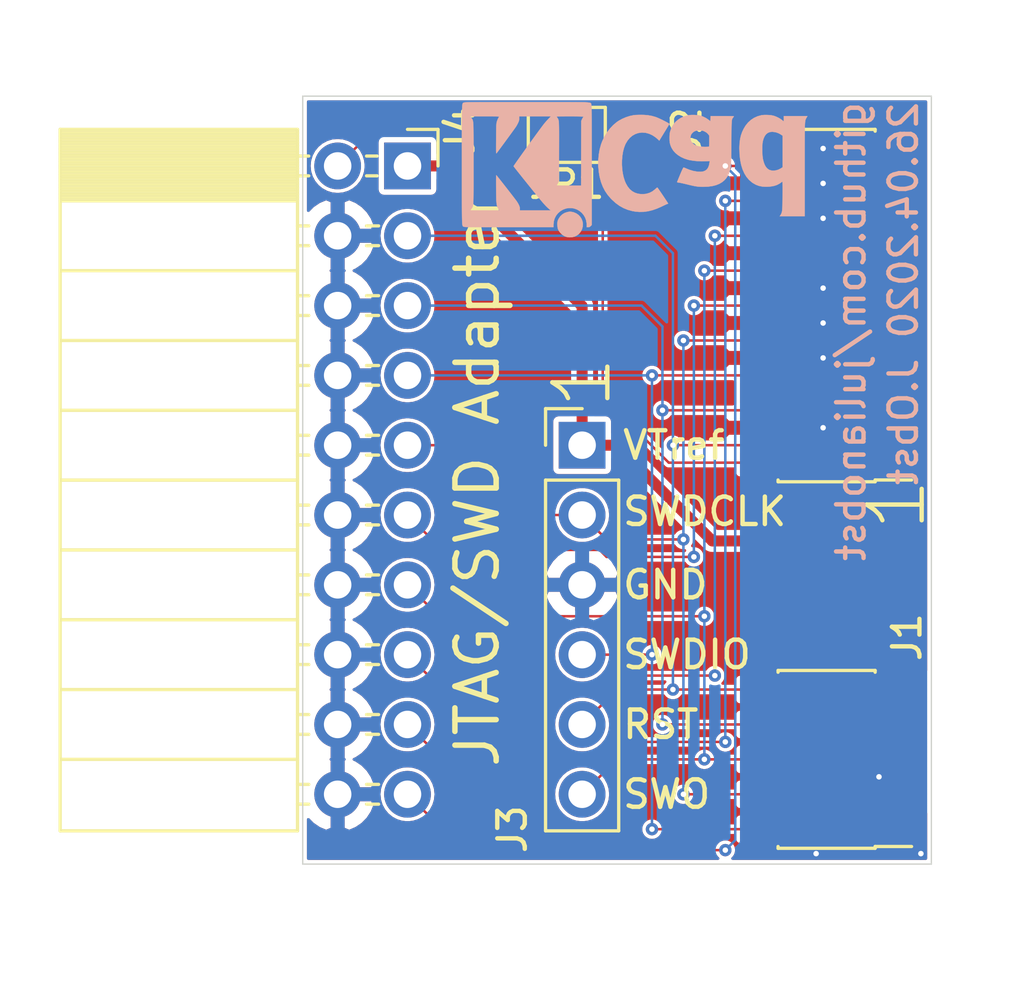
<source format=kicad_pcb>
(kicad_pcb (version 20171130) (host pcbnew "(5.1.4)-1")

  (general
    (thickness 1.6)
    (drawings 15)
    (tracks 145)
    (zones 0)
    (modules 6)
    (nets 16)
  )

  (page A4)
  (layers
    (0 F.Cu signal)
    (31 B.Cu signal)
    (32 B.Adhes user)
    (33 F.Adhes user)
    (34 B.Paste user)
    (35 F.Paste user)
    (36 B.SilkS user)
    (37 F.SilkS user)
    (38 B.Mask user)
    (39 F.Mask user)
    (40 Dwgs.User user)
    (41 Cmts.User user)
    (42 Eco1.User user)
    (43 Eco2.User user)
    (44 Edge.Cuts user)
    (45 Margin user)
    (46 B.CrtYd user)
    (47 F.CrtYd user)
    (48 B.Fab user)
    (49 F.Fab user)
  )

  (setup
    (last_trace_width 0.09)
    (trace_clearance 0.09)
    (zone_clearance 0.128)
    (zone_45_only no)
    (trace_min 0.09)
    (via_size 0.45)
    (via_drill 0.2)
    (via_min_size 0.45)
    (via_min_drill 0.2)
    (uvia_size 0.3)
    (uvia_drill 0.1)
    (uvias_allowed no)
    (uvia_min_size 0.2)
    (uvia_min_drill 0.1)
    (edge_width 0.05)
    (segment_width 0.2)
    (pcb_text_width 0.3)
    (pcb_text_size 1.5 1.5)
    (mod_edge_width 0.12)
    (mod_text_size 1 1)
    (mod_text_width 0.15)
    (pad_size 1.524 1.524)
    (pad_drill 0.762)
    (pad_to_mask_clearance 0.051)
    (solder_mask_min_width 0.25)
    (aux_axis_origin 0 0)
    (visible_elements FFFFFF7F)
    (pcbplotparams
      (layerselection 0x010f0_ffffffff)
      (usegerberextensions false)
      (usegerberattributes false)
      (usegerberadvancedattributes false)
      (creategerberjobfile true)
      (excludeedgelayer false)
      (linewidth 0.100000)
      (plotframeref false)
      (viasonmask false)
      (mode 1)
      (useauxorigin true)
      (hpglpennumber 1)
      (hpglpenspeed 20)
      (hpglpendiameter 15.000000)
      (psnegative false)
      (psa4output false)
      (plotreference true)
      (plotvalue true)
      (plotinvisibletext false)
      (padsonsilk false)
      (subtractmaskfromsilk false)
      (outputformat 1)
      (mirror false)
      (drillshape 0)
      (scaleselection 1)
      (outputdirectory ""))
  )

  (net 0 "")
  (net 1 /nTRST)
  (net 2 GND)
  (net 3 /TDI)
  (net 4 "Net-(J1-Pad7)")
  (net 5 /SWO\TDO)
  (net 6 /SWDCLK\TCK)
  (net 7 /SWDIO\TMS)
  (net 8 /VTref)
  (net 9 /DBGACK)
  (net 10 /DBGRQ)
  (net 11 /RESET)
  (net 12 /RTCK)
  (net 13 "Net-(J2-Pad6)")
  (net 14 "Net-(J2-Pad2)")
  (net 15 "Net-(J4-Pad2)")

  (net_class Default "Dies ist die voreingestellte Netzklasse."
    (clearance 0.09)
    (trace_width 0.09)
    (via_dia 0.45)
    (via_drill 0.2)
    (uvia_dia 0.3)
    (uvia_drill 0.1)
    (add_net /DBGACK)
    (add_net /DBGRQ)
    (add_net /RESET)
    (add_net /RTCK)
    (add_net /SWDCLK\TCK)
    (add_net /SWDIO\TMS)
    (add_net /SWO\TDO)
    (add_net /TDI)
    (add_net /nTRST)
    (add_net GND)
    (add_net "Net-(J1-Pad7)")
    (add_net "Net-(J2-Pad2)")
    (add_net "Net-(J2-Pad6)")
    (add_net "Net-(J4-Pad2)")
  )

  (net_class VTref ""
    (clearance 0.2)
    (trace_width 0.508)
    (via_dia 0.9)
    (via_drill 0.4)
    (uvia_dia 0.3)
    (uvia_drill 0.1)
    (add_net /VTref)
  )

  (module Symbol:KiCad-Logo_5mm_SilkScreen (layer B.Cu) (tedit 0) (tstamp 5EA639A7)
    (at 150.495 82.169)
    (descr "KiCad Logo")
    (tags "Logo KiCad")
    (attr virtual)
    (fp_text reference REF** (at 0 5.08 180) (layer B.SilkS) hide
      (effects (font (size 1 1) (thickness 0.15)) (justify mirror))
    )
    (fp_text value KiCad-Logo_5mm_SilkScreen (at 0 -3.81 180) (layer B.Fab) hide
      (effects (font (size 1 1) (thickness 0.15)) (justify mirror))
    )
    (fp_poly (pts (xy -2.273043 2.973429) (xy -2.176768 2.949191) (xy -2.090184 2.906359) (xy -2.015373 2.846581)
      (xy -1.954418 2.771506) (xy -1.909399 2.68278) (xy -1.883136 2.58647) (xy -1.877286 2.489205)
      (xy -1.89214 2.395346) (xy -1.92584 2.307489) (xy -1.976528 2.22823) (xy -2.042345 2.160164)
      (xy -2.121434 2.105888) (xy -2.211934 2.067998) (xy -2.2632 2.055574) (xy -2.307698 2.048053)
      (xy -2.341999 2.045081) (xy -2.37496 2.046906) (xy -2.415434 2.053775) (xy -2.448531 2.06075)
      (xy -2.541947 2.092259) (xy -2.625619 2.143383) (xy -2.697665 2.212571) (xy -2.7562 2.298272)
      (xy -2.770148 2.325511) (xy -2.786586 2.361878) (xy -2.796894 2.392418) (xy -2.80246 2.42455)
      (xy -2.804669 2.465693) (xy -2.804948 2.511778) (xy -2.800861 2.596135) (xy -2.787446 2.665414)
      (xy -2.762256 2.726039) (xy -2.722846 2.784433) (xy -2.684298 2.828698) (xy -2.612406 2.894516)
      (xy -2.537313 2.939947) (xy -2.454562 2.96715) (xy -2.376928 2.977424) (xy -2.273043 2.973429)) (layer B.SilkS) (width 0.01))
    (fp_poly (pts (xy 6.186507 0.527755) (xy 6.186526 0.293338) (xy 6.186552 0.080397) (xy 6.186625 -0.112168)
      (xy 6.186782 -0.285459) (xy 6.187064 -0.440576) (xy 6.187509 -0.57862) (xy 6.188156 -0.700692)
      (xy 6.189045 -0.807894) (xy 6.190213 -0.901326) (xy 6.191701 -0.98209) (xy 6.193546 -1.051286)
      (xy 6.195789 -1.110015) (xy 6.198469 -1.159379) (xy 6.201623 -1.200478) (xy 6.205292 -1.234413)
      (xy 6.209513 -1.262286) (xy 6.214327 -1.285198) (xy 6.219773 -1.304249) (xy 6.225888 -1.32054)
      (xy 6.232712 -1.335173) (xy 6.240285 -1.349249) (xy 6.248645 -1.363868) (xy 6.253839 -1.372974)
      (xy 6.288104 -1.433689) (xy 5.429955 -1.433689) (xy 5.429955 -1.337733) (xy 5.429224 -1.29437)
      (xy 5.427272 -1.261205) (xy 5.424463 -1.243424) (xy 5.423221 -1.241778) (xy 5.411799 -1.248662)
      (xy 5.389084 -1.266505) (xy 5.366385 -1.285879) (xy 5.3118 -1.326614) (xy 5.242321 -1.367617)
      (xy 5.16527 -1.405123) (xy 5.087965 -1.435364) (xy 5.057113 -1.445012) (xy 4.988616 -1.459578)
      (xy 4.905764 -1.469539) (xy 4.816371 -1.474583) (xy 4.728248 -1.474396) (xy 4.649207 -1.468666)
      (xy 4.611511 -1.462858) (xy 4.473414 -1.424797) (xy 4.346113 -1.367073) (xy 4.230292 -1.290211)
      (xy 4.126637 -1.194739) (xy 4.035833 -1.081179) (xy 3.969031 -0.970381) (xy 3.914164 -0.853625)
      (xy 3.872163 -0.734276) (xy 3.842167 -0.608283) (xy 3.823311 -0.471594) (xy 3.814732 -0.320158)
      (xy 3.814006 -0.242711) (xy 3.8161 -0.185934) (xy 4.645217 -0.185934) (xy 4.645424 -0.279002)
      (xy 4.648337 -0.366692) (xy 4.654 -0.443772) (xy 4.662455 -0.505009) (xy 4.665038 -0.51735)
      (xy 4.69684 -0.624633) (xy 4.738498 -0.711658) (xy 4.790363 -0.778642) (xy 4.852781 -0.825805)
      (xy 4.9261 -0.853365) (xy 5.010669 -0.861541) (xy 5.106835 -0.850551) (xy 5.170311 -0.834829)
      (xy 5.219454 -0.816639) (xy 5.273583 -0.790791) (xy 5.314244 -0.767089) (xy 5.3848 -0.720721)
      (xy 5.3848 0.42947) (xy 5.317392 0.473038) (xy 5.238867 0.51396) (xy 5.154681 0.540611)
      (xy 5.069557 0.552535) (xy 4.988216 0.549278) (xy 4.91538 0.530385) (xy 4.883426 0.514816)
      (xy 4.825501 0.471819) (xy 4.776544 0.415047) (xy 4.73539 0.342425) (xy 4.700874 0.251879)
      (xy 4.671833 0.141334) (xy 4.670552 0.135467) (xy 4.660381 0.073212) (xy 4.652739 -0.004594)
      (xy 4.64767 -0.09272) (xy 4.645217 -0.185934) (xy 3.8161 -0.185934) (xy 3.821857 -0.029895)
      (xy 3.843802 0.165941) (xy 3.879786 0.344668) (xy 3.929759 0.506155) (xy 3.993668 0.650274)
      (xy 4.071462 0.776894) (xy 4.163089 0.885885) (xy 4.268497 0.977117) (xy 4.313662 1.008068)
      (xy 4.414611 1.064215) (xy 4.517901 1.103826) (xy 4.627989 1.127986) (xy 4.74933 1.137781)
      (xy 4.841836 1.136735) (xy 4.97149 1.125769) (xy 5.084084 1.103954) (xy 5.182875 1.070286)
      (xy 5.271121 1.023764) (xy 5.319986 0.989552) (xy 5.349353 0.967638) (xy 5.371043 0.952667)
      (xy 5.379253 0.948267) (xy 5.380868 0.959096) (xy 5.382159 0.989749) (xy 5.383138 1.037474)
      (xy 5.383817 1.099521) (xy 5.38421 1.173138) (xy 5.38433 1.255573) (xy 5.384188 1.344075)
      (xy 5.383797 1.435893) (xy 5.383171 1.528276) (xy 5.38232 1.618472) (xy 5.38126 1.703729)
      (xy 5.380001 1.781297) (xy 5.378556 1.848424) (xy 5.376938 1.902359) (xy 5.375161 1.94035)
      (xy 5.374669 1.947333) (xy 5.367092 2.017749) (xy 5.355531 2.072898) (xy 5.337792 2.120019)
      (xy 5.311682 2.166353) (xy 5.305415 2.175933) (xy 5.280983 2.212622) (xy 6.186311 2.212622)
      (xy 6.186507 0.527755)) (layer B.SilkS) (width 0.01))
    (fp_poly (pts (xy 2.673574 1.133448) (xy 2.825492 1.113433) (xy 2.960756 1.079798) (xy 3.080239 1.032275)
      (xy 3.184815 0.970595) (xy 3.262424 0.907035) (xy 3.331265 0.832901) (xy 3.385006 0.753129)
      (xy 3.42791 0.660909) (xy 3.443384 0.617839) (xy 3.456244 0.578858) (xy 3.467446 0.542711)
      (xy 3.47712 0.507566) (xy 3.485396 0.47159) (xy 3.492403 0.43295) (xy 3.498272 0.389815)
      (xy 3.503131 0.340351) (xy 3.50711 0.282727) (xy 3.51034 0.215109) (xy 3.512949 0.135666)
      (xy 3.515067 0.042564) (xy 3.516824 -0.066027) (xy 3.518349 -0.191942) (xy 3.519772 -0.337012)
      (xy 3.521025 -0.479778) (xy 3.522351 -0.635968) (xy 3.523556 -0.771239) (xy 3.524766 -0.887246)
      (xy 3.526106 -0.985645) (xy 3.5277 -1.068093) (xy 3.529675 -1.136246) (xy 3.532156 -1.19176)
      (xy 3.535269 -1.236292) (xy 3.539138 -1.271498) (xy 3.543889 -1.299034) (xy 3.549648 -1.320556)
      (xy 3.556539 -1.337722) (xy 3.564689 -1.352186) (xy 3.574223 -1.365606) (xy 3.585266 -1.379638)
      (xy 3.589566 -1.385071) (xy 3.605386 -1.40791) (xy 3.612422 -1.423463) (xy 3.612444 -1.423922)
      (xy 3.601567 -1.426121) (xy 3.570582 -1.428147) (xy 3.521957 -1.429942) (xy 3.458163 -1.431451)
      (xy 3.381669 -1.432616) (xy 3.294944 -1.43338) (xy 3.200457 -1.433686) (xy 3.18955 -1.433689)
      (xy 2.766657 -1.433689) (xy 2.763395 -1.337622) (xy 2.760133 -1.241556) (xy 2.698044 -1.292543)
      (xy 2.600714 -1.360057) (xy 2.490813 -1.414749) (xy 2.404349 -1.444978) (xy 2.335278 -1.459666)
      (xy 2.251925 -1.469659) (xy 2.162159 -1.474646) (xy 2.073845 -1.474313) (xy 1.994851 -1.468351)
      (xy 1.958622 -1.462638) (xy 1.818603 -1.424776) (xy 1.692178 -1.369932) (xy 1.58026 -1.298924)
      (xy 1.483762 -1.212568) (xy 1.4036 -1.111679) (xy 1.340687 -0.997076) (xy 1.296312 -0.870984)
      (xy 1.283978 -0.814401) (xy 1.276368 -0.752202) (xy 1.272739 -0.677363) (xy 1.272245 -0.643467)
      (xy 1.27231 -0.640282) (xy 2.032248 -0.640282) (xy 2.041541 -0.715333) (xy 2.069728 -0.77916)
      (xy 2.118197 -0.834798) (xy 2.123254 -0.839211) (xy 2.171548 -0.874037) (xy 2.223257 -0.89662)
      (xy 2.283989 -0.90854) (xy 2.359352 -0.911383) (xy 2.377459 -0.910978) (xy 2.431278 -0.908325)
      (xy 2.471308 -0.902909) (xy 2.506324 -0.892745) (xy 2.545103 -0.87585) (xy 2.555745 -0.870672)
      (xy 2.616396 -0.834844) (xy 2.663215 -0.792212) (xy 2.675952 -0.776973) (xy 2.720622 -0.720462)
      (xy 2.720622 -0.524586) (xy 2.720086 -0.445939) (xy 2.718396 -0.387988) (xy 2.715428 -0.348875)
      (xy 2.711057 -0.326741) (xy 2.706972 -0.320274) (xy 2.691047 -0.317111) (xy 2.657264 -0.314488)
      (xy 2.61034 -0.312655) (xy 2.554993 -0.311857) (xy 2.546106 -0.311842) (xy 2.42533 -0.317096)
      (xy 2.32266 -0.333263) (xy 2.236106 -0.360961) (xy 2.163681 -0.400808) (xy 2.108751 -0.447758)
      (xy 2.064204 -0.505645) (xy 2.03948 -0.568693) (xy 2.032248 -0.640282) (xy 1.27231 -0.640282)
      (xy 1.274178 -0.549712) (xy 1.282522 -0.470812) (xy 1.298768 -0.39959) (xy 1.324405 -0.328864)
      (xy 1.348401 -0.276493) (xy 1.40702 -0.181196) (xy 1.485117 -0.09317) (xy 1.580315 -0.014017)
      (xy 1.690238 0.05466) (xy 1.81251 0.111259) (xy 1.944755 0.154179) (xy 2.009422 0.169118)
      (xy 2.145604 0.191223) (xy 2.294049 0.205806) (xy 2.445505 0.212187) (xy 2.572064 0.210555)
      (xy 2.73395 0.203776) (xy 2.72653 0.262755) (xy 2.707238 0.361908) (xy 2.676104 0.442628)
      (xy 2.632269 0.505534) (xy 2.574871 0.551244) (xy 2.503048 0.580378) (xy 2.415941 0.593553)
      (xy 2.312686 0.591389) (xy 2.274711 0.587388) (xy 2.13352 0.56222) (xy 1.996707 0.521186)
      (xy 1.902178 0.483185) (xy 1.857018 0.46381) (xy 1.818585 0.44824) (xy 1.792234 0.438595)
      (xy 1.784546 0.436548) (xy 1.774802 0.445626) (xy 1.758083 0.474595) (xy 1.734232 0.523783)
      (xy 1.703093 0.593516) (xy 1.664507 0.684121) (xy 1.65791 0.699911) (xy 1.627853 0.772228)
      (xy 1.600874 0.837575) (xy 1.578136 0.893094) (xy 1.560806 0.935928) (xy 1.550048 0.963219)
      (xy 1.546941 0.972058) (xy 1.55694 0.976813) (xy 1.583217 0.98209) (xy 1.611489 0.985769)
      (xy 1.641646 0.990526) (xy 1.689433 0.999972) (xy 1.750612 1.01318) (xy 1.820946 1.029224)
      (xy 1.896194 1.04718) (xy 1.924755 1.054203) (xy 2.029816 1.079791) (xy 2.11748 1.099853)
      (xy 2.192068 1.115031) (xy 2.257903 1.125965) (xy 2.319307 1.133296) (xy 2.380602 1.137665)
      (xy 2.44611 1.139713) (xy 2.504128 1.140111) (xy 2.673574 1.133448)) (layer B.SilkS) (width 0.01))
    (fp_poly (pts (xy 0.328429 2.050929) (xy 0.48857 2.029755) (xy 0.65251 1.989615) (xy 0.822313 1.930111)
      (xy 1.000043 1.850846) (xy 1.01131 1.845301) (xy 1.069005 1.817275) (xy 1.120552 1.793198)
      (xy 1.162191 1.774751) (xy 1.190162 1.763614) (xy 1.199733 1.761067) (xy 1.21895 1.756059)
      (xy 1.223561 1.751853) (xy 1.218458 1.74142) (xy 1.202418 1.715132) (xy 1.177288 1.675743)
      (xy 1.144914 1.626009) (xy 1.107143 1.568685) (xy 1.065822 1.506524) (xy 1.022798 1.442282)
      (xy 0.979917 1.378715) (xy 0.939026 1.318575) (xy 0.901971 1.26462) (xy 0.8706 1.219603)
      (xy 0.846759 1.186279) (xy 0.832294 1.167403) (xy 0.830309 1.165213) (xy 0.820191 1.169862)
      (xy 0.79785 1.187038) (xy 0.76728 1.21356) (xy 0.751536 1.228036) (xy 0.655047 1.303318)
      (xy 0.548336 1.358759) (xy 0.432832 1.393859) (xy 0.309962 1.40812) (xy 0.240561 1.406949)
      (xy 0.119423 1.389788) (xy 0.010205 1.353906) (xy -0.087418 1.299041) (xy -0.173772 1.22493)
      (xy -0.249185 1.131312) (xy -0.313982 1.017924) (xy -0.351399 0.931333) (xy -0.395252 0.795634)
      (xy -0.427572 0.64815) (xy -0.448443 0.492686) (xy -0.457949 0.333044) (xy -0.456173 0.173027)
      (xy -0.443197 0.016439) (xy -0.419106 -0.132918) (xy -0.383982 -0.27124) (xy -0.337908 -0.394724)
      (xy -0.321627 -0.428978) (xy -0.25338 -0.543064) (xy -0.172921 -0.639557) (xy -0.08143 -0.71767)
      (xy 0.019911 -0.776617) (xy 0.12992 -0.815612) (xy 0.247415 -0.833868) (xy 0.288883 -0.835211)
      (xy 0.410441 -0.82429) (xy 0.530878 -0.791474) (xy 0.648666 -0.737439) (xy 0.762277 -0.662865)
      (xy 0.853685 -0.584539) (xy 0.900215 -0.540008) (xy 1.081483 -0.837271) (xy 1.12658 -0.911433)
      (xy 1.167819 -0.979646) (xy 1.203735 -1.039459) (xy 1.232866 -1.08842) (xy 1.25375 -1.124079)
      (xy 1.264924 -1.143984) (xy 1.266375 -1.147079) (xy 1.258146 -1.156718) (xy 1.232567 -1.173999)
      (xy 1.192873 -1.197283) (xy 1.142297 -1.224934) (xy 1.084074 -1.255315) (xy 1.021437 -1.28679)
      (xy 0.957621 -1.317722) (xy 0.89586 -1.346473) (xy 0.839388 -1.371408) (xy 0.791438 -1.390889)
      (xy 0.767986 -1.399318) (xy 0.634221 -1.437133) (xy 0.496327 -1.462136) (xy 0.348622 -1.47514)
      (xy 0.221833 -1.477468) (xy 0.153878 -1.476373) (xy 0.088277 -1.474275) (xy 0.030847 -1.471434)
      (xy -0.012597 -1.468106) (xy -0.026702 -1.466422) (xy -0.165716 -1.437587) (xy -0.307243 -1.392468)
      (xy -0.444725 -1.33375) (xy -0.571606 -1.26412) (xy -0.649111 -1.211441) (xy -0.776519 -1.103239)
      (xy -0.894822 -0.976671) (xy -1.001828 -0.834866) (xy -1.095348 -0.680951) (xy -1.17319 -0.518053)
      (xy -1.217044 -0.400756) (xy -1.267292 -0.217128) (xy -1.300791 -0.022581) (xy -1.317551 0.178675)
      (xy -1.317584 0.382432) (xy -1.300899 0.584479) (xy -1.267507 0.780608) (xy -1.21742 0.966609)
      (xy -1.213603 0.978197) (xy -1.150719 1.14025) (xy -1.073972 1.288168) (xy -0.980758 1.426135)
      (xy -0.868473 1.558339) (xy -0.824608 1.603601) (xy -0.688466 1.727543) (xy -0.548509 1.830085)
      (xy -0.402589 1.912344) (xy -0.248558 1.975436) (xy -0.084268 2.020477) (xy 0.011289 2.037967)
      (xy 0.170023 2.053534) (xy 0.328429 2.050929)) (layer B.SilkS) (width 0.01))
    (fp_poly (pts (xy -2.9464 2.510946) (xy -2.935535 2.397007) (xy -2.903918 2.289384) (xy -2.853015 2.190385)
      (xy -2.784293 2.102316) (xy -2.699219 2.027484) (xy -2.602232 1.969616) (xy -2.495964 1.929995)
      (xy -2.38895 1.911427) (xy -2.2833 1.912566) (xy -2.181125 1.93207) (xy -2.084534 1.968594)
      (xy -1.995638 2.020795) (xy -1.916546 2.087327) (xy -1.849369 2.166848) (xy -1.796217 2.258013)
      (xy -1.759199 2.359477) (xy -1.740427 2.469898) (xy -1.738489 2.519794) (xy -1.738489 2.607733)
      (xy -1.68656 2.607733) (xy -1.650253 2.604889) (xy -1.623355 2.593089) (xy -1.596249 2.569351)
      (xy -1.557867 2.530969) (xy -1.557867 0.339398) (xy -1.557876 0.077261) (xy -1.557908 -0.163241)
      (xy -1.557972 -0.383048) (xy -1.558076 -0.583101) (xy -1.558227 -0.764344) (xy -1.558434 -0.927716)
      (xy -1.558706 -1.07416) (xy -1.55905 -1.204617) (xy -1.559474 -1.320029) (xy -1.559987 -1.421338)
      (xy -1.560597 -1.509484) (xy -1.561312 -1.58541) (xy -1.56214 -1.650057) (xy -1.563089 -1.704367)
      (xy -1.564167 -1.74928) (xy -1.565383 -1.78574) (xy -1.566745 -1.814687) (xy -1.568261 -1.837063)
      (xy -1.569938 -1.853809) (xy -1.571786 -1.865868) (xy -1.573813 -1.87418) (xy -1.576025 -1.879687)
      (xy -1.577108 -1.881537) (xy -1.581271 -1.888549) (xy -1.584805 -1.894996) (xy -1.588635 -1.9009)
      (xy -1.593682 -1.906286) (xy -1.600871 -1.911178) (xy -1.611123 -1.915598) (xy -1.625364 -1.919572)
      (xy -1.644514 -1.923121) (xy -1.669499 -1.92627) (xy -1.70124 -1.929042) (xy -1.740662 -1.931461)
      (xy -1.788686 -1.933551) (xy -1.846237 -1.935335) (xy -1.914237 -1.936837) (xy -1.99361 -1.93808)
      (xy -2.085279 -1.939089) (xy -2.190166 -1.939885) (xy -2.309196 -1.940494) (xy -2.44329 -1.940939)
      (xy -2.593373 -1.941243) (xy -2.760367 -1.94143) (xy -2.945196 -1.941524) (xy -3.148783 -1.941548)
      (xy -3.37205 -1.941525) (xy -3.615922 -1.94148) (xy -3.881321 -1.941437) (xy -3.919704 -1.941432)
      (xy -4.186682 -1.941389) (xy -4.432002 -1.941318) (xy -4.656583 -1.941213) (xy -4.861345 -1.941066)
      (xy -5.047206 -1.940869) (xy -5.215088 -1.940616) (xy -5.365908 -1.9403) (xy -5.500587 -1.939913)
      (xy -5.620044 -1.939447) (xy -5.725199 -1.938897) (xy -5.816971 -1.938253) (xy -5.896279 -1.937511)
      (xy -5.964043 -1.936661) (xy -6.021182 -1.935697) (xy -6.068617 -1.934611) (xy -6.107266 -1.933397)
      (xy -6.138049 -1.932047) (xy -6.161885 -1.930555) (xy -6.179694 -1.928911) (xy -6.192395 -1.927111)
      (xy -6.200908 -1.925145) (xy -6.205266 -1.923477) (xy -6.213728 -1.919906) (xy -6.221497 -1.91727)
      (xy -6.228602 -1.914634) (xy -6.235073 -1.911062) (xy -6.240939 -1.905621) (xy -6.246229 -1.897375)
      (xy -6.250974 -1.88539) (xy -6.255202 -1.868731) (xy -6.258943 -1.846463) (xy -6.262227 -1.817652)
      (xy -6.265083 -1.781363) (xy -6.26754 -1.736661) (xy -6.269629 -1.682611) (xy -6.271378 -1.618279)
      (xy -6.272817 -1.54273) (xy -6.273976 -1.45503) (xy -6.274883 -1.354243) (xy -6.275569 -1.239434)
      (xy -6.276063 -1.10967) (xy -6.276395 -0.964015) (xy -6.276593 -0.801535) (xy -6.276687 -0.621295)
      (xy -6.276708 -0.42236) (xy -6.276685 -0.203796) (xy -6.276646 0.035332) (xy -6.276622 0.29596)
      (xy -6.276622 0.338111) (xy -6.276636 0.601008) (xy -6.276661 0.842268) (xy -6.276671 1.062835)
      (xy -6.276642 1.263648) (xy -6.276548 1.445651) (xy -6.276362 1.609784) (xy -6.276059 1.756989)
      (xy -6.275614 1.888208) (xy -6.275034 1.998133) (xy -5.972197 1.998133) (xy -5.932407 1.940289)
      (xy -5.921236 1.924521) (xy -5.911166 1.910559) (xy -5.902138 1.897216) (xy -5.894097 1.883307)
      (xy -5.886986 1.867644) (xy -5.880747 1.849042) (xy -5.875325 1.826314) (xy -5.870662 1.798273)
      (xy -5.866701 1.763733) (xy -5.863385 1.721508) (xy -5.860659 1.670411) (xy -5.858464 1.609256)
      (xy -5.856745 1.536856) (xy -5.855444 1.452025) (xy -5.854505 1.353578) (xy -5.85387 1.240326)
      (xy -5.853484 1.111084) (xy -5.853288 0.964666) (xy -5.853227 0.799884) (xy -5.853243 0.615553)
      (xy -5.85328 0.410487) (xy -5.853289 0.287867) (xy -5.853265 0.070918) (xy -5.853231 -0.124642)
      (xy -5.853243 -0.299999) (xy -5.853358 -0.456341) (xy -5.85363 -0.594857) (xy -5.854118 -0.716734)
      (xy -5.854876 -0.82316) (xy -5.855962 -0.915322) (xy -5.857431 -0.994409) (xy -5.85934 -1.061608)
      (xy -5.861744 -1.118107) (xy -5.864701 -1.165093) (xy -5.868266 -1.203755) (xy -5.872495 -1.23528)
      (xy -5.877446 -1.260855) (xy -5.883173 -1.28167) (xy -5.889733 -1.298911) (xy -5.897183 -1.313765)
      (xy -5.905579 -1.327422) (xy -5.914976 -1.341069) (xy -5.925432 -1.355893) (xy -5.931523 -1.364783)
      (xy -5.970296 -1.4224) (xy -5.438732 -1.4224) (xy -5.315483 -1.422365) (xy -5.212987 -1.422215)
      (xy -5.12942 -1.421878) (xy -5.062956 -1.421286) (xy -5.011771 -1.420367) (xy -4.974041 -1.419051)
      (xy -4.94794 -1.417269) (xy -4.931644 -1.414951) (xy -4.923328 -1.412026) (xy -4.921168 -1.408424)
      (xy -4.923339 -1.404075) (xy -4.924535 -1.402645) (xy -4.949685 -1.365573) (xy -4.975583 -1.312772)
      (xy -4.999192 -1.25077) (xy -5.007461 -1.224357) (xy -5.012078 -1.206416) (xy -5.015979 -1.185355)
      (xy -5.019248 -1.159089) (xy -5.021966 -1.125532) (xy -5.024215 -1.082599) (xy -5.026077 -1.028204)
      (xy -5.027636 -0.960262) (xy -5.028972 -0.876688) (xy -5.030169 -0.775395) (xy -5.031308 -0.6543)
      (xy -5.031685 -0.6096) (xy -5.032702 -0.484449) (xy -5.03346 -0.380082) (xy -5.033903 -0.294707)
      (xy -5.03397 -0.226533) (xy -5.033605 -0.173765) (xy -5.032748 -0.134614) (xy -5.031341 -0.107285)
      (xy -5.029325 -0.089986) (xy -5.026643 -0.080926) (xy -5.023236 -0.078312) (xy -5.019044 -0.080351)
      (xy -5.014571 -0.084667) (xy -5.004216 -0.097602) (xy -4.982158 -0.126676) (xy -4.949957 -0.169759)
      (xy -4.909174 -0.224718) (xy -4.86137 -0.289423) (xy -4.808105 -0.361742) (xy -4.75094 -0.439544)
      (xy -4.691437 -0.520698) (xy -4.631155 -0.603072) (xy -4.571655 -0.684536) (xy -4.514498 -0.762957)
      (xy -4.461245 -0.836204) (xy -4.413457 -0.902147) (xy -4.372693 -0.958654) (xy -4.340516 -1.003593)
      (xy -4.318485 -1.034834) (xy -4.313917 -1.041466) (xy -4.290996 -1.078369) (xy -4.264188 -1.126359)
      (xy -4.238789 -1.175897) (xy -4.235568 -1.182577) (xy -4.21389 -1.230772) (xy -4.201304 -1.268334)
      (xy -4.195574 -1.30416) (xy -4.194456 -1.3462) (xy -4.19509 -1.4224) (xy -3.040651 -1.4224)
      (xy -3.131815 -1.328669) (xy -3.178612 -1.278775) (xy -3.228899 -1.222295) (xy -3.274944 -1.168026)
      (xy -3.295369 -1.142673) (xy -3.325807 -1.103128) (xy -3.365862 -1.049916) (xy -3.414361 -0.984667)
      (xy -3.470135 -0.909011) (xy -3.532011 -0.824577) (xy -3.598819 -0.732994) (xy -3.669387 -0.635892)
      (xy -3.742545 -0.534901) (xy -3.817121 -0.43165) (xy -3.891944 -0.327768) (xy -3.965843 -0.224885)
      (xy -4.037646 -0.124631) (xy -4.106184 -0.028636) (xy -4.170284 0.061473) (xy -4.228775 0.144064)
      (xy -4.280486 0.217508) (xy -4.324247 0.280176) (xy -4.358885 0.330439) (xy -4.38323 0.366666)
      (xy -4.396111 0.387229) (xy -4.397869 0.391332) (xy -4.38991 0.402658) (xy -4.369115 0.429838)
      (xy -4.336847 0.471171) (xy -4.29447 0.524956) (xy -4.243347 0.589494) (xy -4.184841 0.663082)
      (xy -4.120314 0.744022) (xy -4.051131 0.830612) (xy -3.978653 0.921152) (xy -3.904246 1.01394)
      (xy -3.844517 1.088298) (xy -2.833511 1.088298) (xy -2.827602 1.075341) (xy -2.813272 1.053092)
      (xy -2.812225 1.051609) (xy -2.793438 1.021456) (xy -2.773791 0.984625) (xy -2.769892 0.976489)
      (xy -2.766356 0.96806) (xy -2.76323 0.957941) (xy -2.760486 0.94474) (xy -2.758092 0.927062)
      (xy -2.756019 0.903516) (xy -2.754235 0.872707) (xy -2.752712 0.833243) (xy -2.751419 0.783731)
      (xy -2.750326 0.722777) (xy -2.749403 0.648989) (xy -2.748619 0.560972) (xy -2.747945 0.457335)
      (xy -2.74735 0.336684) (xy -2.746805 0.197626) (xy -2.746279 0.038768) (xy -2.745745 -0.140089)
      (xy -2.745206 -0.325207) (xy -2.744772 -0.489145) (xy -2.744509 -0.633303) (xy -2.744484 -0.759079)
      (xy -2.744765 -0.867871) (xy -2.745419 -0.961077) (xy -2.746514 -1.040097) (xy -2.748118 -1.106328)
      (xy -2.750297 -1.16117) (xy -2.753119 -1.206021) (xy -2.756651 -1.242278) (xy -2.760961 -1.271341)
      (xy -2.766117 -1.294609) (xy -2.772185 -1.313479) (xy -2.779233 -1.329351) (xy -2.787329 -1.343622)
      (xy -2.79654 -1.357691) (xy -2.80504 -1.370158) (xy -2.822176 -1.396452) (xy -2.832322 -1.414037)
      (xy -2.833511 -1.417257) (xy -2.822604 -1.418334) (xy -2.791411 -1.419335) (xy -2.742223 -1.420235)
      (xy -2.677333 -1.42101) (xy -2.59903 -1.421637) (xy -2.509607 -1.422091) (xy -2.411356 -1.422349)
      (xy -2.342445 -1.4224) (xy -2.237452 -1.42218) (xy -2.14061 -1.421548) (xy -2.054107 -1.420549)
      (xy -1.980132 -1.419227) (xy -1.920874 -1.417626) (xy -1.87852 -1.415791) (xy -1.85526 -1.413765)
      (xy -1.851378 -1.412493) (xy -1.859076 -1.397591) (xy -1.867074 -1.38956) (xy -1.880246 -1.372434)
      (xy -1.897485 -1.342183) (xy -1.909407 -1.317622) (xy -1.936045 -1.258711) (xy -1.93912 -0.081845)
      (xy -1.942195 1.095022) (xy -2.387853 1.095022) (xy -2.48567 1.094858) (xy -2.576064 1.094389)
      (xy -2.65663 1.093653) (xy -2.724962 1.092684) (xy -2.778656 1.09152) (xy -2.815305 1.090197)
      (xy -2.832504 1.088751) (xy -2.833511 1.088298) (xy -3.844517 1.088298) (xy -3.82927 1.107278)
      (xy -3.75509 1.199463) (xy -3.683069 1.288796) (xy -3.614569 1.373576) (xy -3.550955 1.452102)
      (xy -3.493588 1.522674) (xy -3.443833 1.583591) (xy -3.403052 1.633153) (xy -3.385888 1.653822)
      (xy -3.299596 1.754484) (xy -3.222997 1.837741) (xy -3.154183 1.905562) (xy -3.091248 1.959911)
      (xy -3.081867 1.967278) (xy -3.042356 1.997883) (xy -4.174116 1.998133) (xy -4.168827 1.950156)
      (xy -4.17213 1.892812) (xy -4.193661 1.824537) (xy -4.233635 1.744788) (xy -4.278943 1.672505)
      (xy -4.295161 1.64986) (xy -4.323214 1.612304) (xy -4.36143 1.561979) (xy -4.408137 1.501027)
      (xy -4.461661 1.431589) (xy -4.520331 1.355806) (xy -4.582475 1.27582) (xy -4.646421 1.193772)
      (xy -4.710495 1.111804) (xy -4.773027 1.032057) (xy -4.832343 0.956673) (xy -4.886771 0.887793)
      (xy -4.934639 0.827558) (xy -4.974275 0.778111) (xy -5.004006 0.741592) (xy -5.022161 0.720142)
      (xy -5.02522 0.716844) (xy -5.028079 0.724851) (xy -5.030293 0.755145) (xy -5.031857 0.807444)
      (xy -5.032767 0.881469) (xy -5.03302 0.976937) (xy -5.032613 1.093566) (xy -5.031704 1.213555)
      (xy -5.030382 1.345667) (xy -5.028857 1.457406) (xy -5.026881 1.550975) (xy -5.024206 1.628581)
      (xy -5.020582 1.692426) (xy -5.015761 1.744717) (xy -5.009494 1.787656) (xy -5.001532 1.823449)
      (xy -4.991627 1.8543) (xy -4.979531 1.882414) (xy -4.964993 1.909995) (xy -4.950311 1.935034)
      (xy -4.912314 1.998133) (xy -5.972197 1.998133) (xy -6.275034 1.998133) (xy -6.275001 2.004383)
      (xy -6.274195 2.106456) (xy -6.27317 2.195367) (xy -6.2719 2.272059) (xy -6.27036 2.337473)
      (xy -6.268524 2.392551) (xy -6.266367 2.438235) (xy -6.263863 2.475466) (xy -6.260987 2.505187)
      (xy -6.257713 2.528338) (xy -6.254015 2.545861) (xy -6.249869 2.558699) (xy -6.245247 2.567792)
      (xy -6.240126 2.574082) (xy -6.234478 2.578512) (xy -6.228279 2.582022) (xy -6.221504 2.585555)
      (xy -6.215508 2.589124) (xy -6.210275 2.5917) (xy -6.202099 2.594028) (xy -6.189886 2.596122)
      (xy -6.172541 2.597993) (xy -6.148969 2.599653) (xy -6.118077 2.601116) (xy -6.078768 2.602392)
      (xy -6.02995 2.603496) (xy -5.970527 2.604439) (xy -5.899404 2.605233) (xy -5.815488 2.605891)
      (xy -5.717683 2.606425) (xy -5.604894 2.606847) (xy -5.476029 2.607171) (xy -5.329991 2.607408)
      (xy -5.165686 2.60757) (xy -4.98202 2.60767) (xy -4.777897 2.60772) (xy -4.566753 2.607733)
      (xy -2.9464 2.607733) (xy -2.9464 2.510946)) (layer B.SilkS) (width 0.01))
  )

  (module Connector_PinSocket_2.54mm:PinSocket_2x10_P2.54mm_Horizontal (layer F.Cu) (tedit 5A19A430) (tstamp 5EA626B7)
    (at 142.24 82.55)
    (descr "Through hole angled socket strip, 2x10, 2.54mm pitch, 8.51mm socket length, double cols (from Kicad 4.0.7), script generated")
    (tags "Through hole angled socket strip THT 2x10 2.54mm double row")
    (path /5EA75D32)
    (fp_text reference J4 (at 1.905 -1.27 90) (layer F.SilkS)
      (effects (font (size 1 1) (thickness 0.16)))
    )
    (fp_text value Conn_02x10_Odd_Even (at -13.97 16.51 90) (layer F.Fab)
      (effects (font (size 1 1) (thickness 0.15)))
    )
    (fp_text user %R (at -8.315 11.43 90) (layer F.Fab)
      (effects (font (size 1 1) (thickness 0.15)))
    )
    (fp_line (start 1.8 24.65) (end 1.8 -1.75) (layer F.CrtYd) (width 0.05))
    (fp_line (start -13.05 24.65) (end 1.8 24.65) (layer F.CrtYd) (width 0.05))
    (fp_line (start -13.05 -1.75) (end -13.05 24.65) (layer F.CrtYd) (width 0.05))
    (fp_line (start 1.8 -1.75) (end -13.05 -1.75) (layer F.CrtYd) (width 0.05))
    (fp_line (start 0 -1.33) (end 1.11 -1.33) (layer F.SilkS) (width 0.12))
    (fp_line (start 1.11 -1.33) (end 1.11 0) (layer F.SilkS) (width 0.12))
    (fp_line (start -12.63 -1.33) (end -12.63 24.19) (layer F.SilkS) (width 0.12))
    (fp_line (start -12.63 24.19) (end -4 24.19) (layer F.SilkS) (width 0.12))
    (fp_line (start -4 -1.33) (end -4 24.19) (layer F.SilkS) (width 0.12))
    (fp_line (start -12.63 -1.33) (end -4 -1.33) (layer F.SilkS) (width 0.12))
    (fp_line (start -12.63 21.59) (end -4 21.59) (layer F.SilkS) (width 0.12))
    (fp_line (start -12.63 19.05) (end -4 19.05) (layer F.SilkS) (width 0.12))
    (fp_line (start -12.63 16.51) (end -4 16.51) (layer F.SilkS) (width 0.12))
    (fp_line (start -12.63 13.97) (end -4 13.97) (layer F.SilkS) (width 0.12))
    (fp_line (start -12.63 11.43) (end -4 11.43) (layer F.SilkS) (width 0.12))
    (fp_line (start -12.63 8.89) (end -4 8.89) (layer F.SilkS) (width 0.12))
    (fp_line (start -12.63 6.35) (end -4 6.35) (layer F.SilkS) (width 0.12))
    (fp_line (start -12.63 3.81) (end -4 3.81) (layer F.SilkS) (width 0.12))
    (fp_line (start -12.63 1.27) (end -4 1.27) (layer F.SilkS) (width 0.12))
    (fp_line (start -1.49 23.22) (end -1.05 23.22) (layer F.SilkS) (width 0.12))
    (fp_line (start -4 23.22) (end -3.59 23.22) (layer F.SilkS) (width 0.12))
    (fp_line (start -1.49 22.5) (end -1.05 22.5) (layer F.SilkS) (width 0.12))
    (fp_line (start -4 22.5) (end -3.59 22.5) (layer F.SilkS) (width 0.12))
    (fp_line (start -1.49 20.68) (end -1.05 20.68) (layer F.SilkS) (width 0.12))
    (fp_line (start -4 20.68) (end -3.59 20.68) (layer F.SilkS) (width 0.12))
    (fp_line (start -1.49 19.96) (end -1.05 19.96) (layer F.SilkS) (width 0.12))
    (fp_line (start -4 19.96) (end -3.59 19.96) (layer F.SilkS) (width 0.12))
    (fp_line (start -1.49 18.14) (end -1.05 18.14) (layer F.SilkS) (width 0.12))
    (fp_line (start -4 18.14) (end -3.59 18.14) (layer F.SilkS) (width 0.12))
    (fp_line (start -1.49 17.42) (end -1.05 17.42) (layer F.SilkS) (width 0.12))
    (fp_line (start -4 17.42) (end -3.59 17.42) (layer F.SilkS) (width 0.12))
    (fp_line (start -1.49 15.6) (end -1.05 15.6) (layer F.SilkS) (width 0.12))
    (fp_line (start -4 15.6) (end -3.59 15.6) (layer F.SilkS) (width 0.12))
    (fp_line (start -1.49 14.88) (end -1.05 14.88) (layer F.SilkS) (width 0.12))
    (fp_line (start -4 14.88) (end -3.59 14.88) (layer F.SilkS) (width 0.12))
    (fp_line (start -1.49 13.06) (end -1.05 13.06) (layer F.SilkS) (width 0.12))
    (fp_line (start -4 13.06) (end -3.59 13.06) (layer F.SilkS) (width 0.12))
    (fp_line (start -1.49 12.34) (end -1.05 12.34) (layer F.SilkS) (width 0.12))
    (fp_line (start -4 12.34) (end -3.59 12.34) (layer F.SilkS) (width 0.12))
    (fp_line (start -1.49 10.52) (end -1.05 10.52) (layer F.SilkS) (width 0.12))
    (fp_line (start -4 10.52) (end -3.59 10.52) (layer F.SilkS) (width 0.12))
    (fp_line (start -1.49 9.8) (end -1.05 9.8) (layer F.SilkS) (width 0.12))
    (fp_line (start -4 9.8) (end -3.59 9.8) (layer F.SilkS) (width 0.12))
    (fp_line (start -1.49 7.98) (end -1.05 7.98) (layer F.SilkS) (width 0.12))
    (fp_line (start -4 7.98) (end -3.59 7.98) (layer F.SilkS) (width 0.12))
    (fp_line (start -1.49 7.26) (end -1.05 7.26) (layer F.SilkS) (width 0.12))
    (fp_line (start -4 7.26) (end -3.59 7.26) (layer F.SilkS) (width 0.12))
    (fp_line (start -1.49 5.44) (end -1.05 5.44) (layer F.SilkS) (width 0.12))
    (fp_line (start -4 5.44) (end -3.59 5.44) (layer F.SilkS) (width 0.12))
    (fp_line (start -1.49 4.72) (end -1.05 4.72) (layer F.SilkS) (width 0.12))
    (fp_line (start -4 4.72) (end -3.59 4.72) (layer F.SilkS) (width 0.12))
    (fp_line (start -1.49 2.9) (end -1.05 2.9) (layer F.SilkS) (width 0.12))
    (fp_line (start -4 2.9) (end -3.59 2.9) (layer F.SilkS) (width 0.12))
    (fp_line (start -1.49 2.18) (end -1.05 2.18) (layer F.SilkS) (width 0.12))
    (fp_line (start -4 2.18) (end -3.59 2.18) (layer F.SilkS) (width 0.12))
    (fp_line (start -1.49 0.36) (end -1.11 0.36) (layer F.SilkS) (width 0.12))
    (fp_line (start -4 0.36) (end -3.59 0.36) (layer F.SilkS) (width 0.12))
    (fp_line (start -1.49 -0.36) (end -1.11 -0.36) (layer F.SilkS) (width 0.12))
    (fp_line (start -4 -0.36) (end -3.59 -0.36) (layer F.SilkS) (width 0.12))
    (fp_line (start -12.63 1.1519) (end -4 1.1519) (layer F.SilkS) (width 0.12))
    (fp_line (start -12.63 1.033805) (end -4 1.033805) (layer F.SilkS) (width 0.12))
    (fp_line (start -12.63 0.91571) (end -4 0.91571) (layer F.SilkS) (width 0.12))
    (fp_line (start -12.63 0.797615) (end -4 0.797615) (layer F.SilkS) (width 0.12))
    (fp_line (start -12.63 0.67952) (end -4 0.67952) (layer F.SilkS) (width 0.12))
    (fp_line (start -12.63 0.561425) (end -4 0.561425) (layer F.SilkS) (width 0.12))
    (fp_line (start -12.63 0.44333) (end -4 0.44333) (layer F.SilkS) (width 0.12))
    (fp_line (start -12.63 0.325235) (end -4 0.325235) (layer F.SilkS) (width 0.12))
    (fp_line (start -12.63 0.20714) (end -4 0.20714) (layer F.SilkS) (width 0.12))
    (fp_line (start -12.63 0.089045) (end -4 0.089045) (layer F.SilkS) (width 0.12))
    (fp_line (start -12.63 -0.02905) (end -4 -0.02905) (layer F.SilkS) (width 0.12))
    (fp_line (start -12.63 -0.147145) (end -4 -0.147145) (layer F.SilkS) (width 0.12))
    (fp_line (start -12.63 -0.26524) (end -4 -0.26524) (layer F.SilkS) (width 0.12))
    (fp_line (start -12.63 -0.383335) (end -4 -0.383335) (layer F.SilkS) (width 0.12))
    (fp_line (start -12.63 -0.50143) (end -4 -0.50143) (layer F.SilkS) (width 0.12))
    (fp_line (start -12.63 -0.619525) (end -4 -0.619525) (layer F.SilkS) (width 0.12))
    (fp_line (start -12.63 -0.73762) (end -4 -0.73762) (layer F.SilkS) (width 0.12))
    (fp_line (start -12.63 -0.855715) (end -4 -0.855715) (layer F.SilkS) (width 0.12))
    (fp_line (start -12.63 -0.97381) (end -4 -0.97381) (layer F.SilkS) (width 0.12))
    (fp_line (start -12.63 -1.091905) (end -4 -1.091905) (layer F.SilkS) (width 0.12))
    (fp_line (start -12.63 -1.21) (end -4 -1.21) (layer F.SilkS) (width 0.12))
    (fp_line (start 0 23.16) (end 0 22.56) (layer F.Fab) (width 0.1))
    (fp_line (start -4.06 23.16) (end 0 23.16) (layer F.Fab) (width 0.1))
    (fp_line (start 0 22.56) (end -4.06 22.56) (layer F.Fab) (width 0.1))
    (fp_line (start 0 20.62) (end 0 20.02) (layer F.Fab) (width 0.1))
    (fp_line (start -4.06 20.62) (end 0 20.62) (layer F.Fab) (width 0.1))
    (fp_line (start 0 20.02) (end -4.06 20.02) (layer F.Fab) (width 0.1))
    (fp_line (start 0 18.08) (end 0 17.48) (layer F.Fab) (width 0.1))
    (fp_line (start -4.06 18.08) (end 0 18.08) (layer F.Fab) (width 0.1))
    (fp_line (start 0 17.48) (end -4.06 17.48) (layer F.Fab) (width 0.1))
    (fp_line (start 0 15.54) (end 0 14.94) (layer F.Fab) (width 0.1))
    (fp_line (start -4.06 15.54) (end 0 15.54) (layer F.Fab) (width 0.1))
    (fp_line (start 0 14.94) (end -4.06 14.94) (layer F.Fab) (width 0.1))
    (fp_line (start 0 13) (end 0 12.4) (layer F.Fab) (width 0.1))
    (fp_line (start -4.06 13) (end 0 13) (layer F.Fab) (width 0.1))
    (fp_line (start 0 12.4) (end -4.06 12.4) (layer F.Fab) (width 0.1))
    (fp_line (start 0 10.46) (end 0 9.86) (layer F.Fab) (width 0.1))
    (fp_line (start -4.06 10.46) (end 0 10.46) (layer F.Fab) (width 0.1))
    (fp_line (start 0 9.86) (end -4.06 9.86) (layer F.Fab) (width 0.1))
    (fp_line (start 0 7.92) (end 0 7.32) (layer F.Fab) (width 0.1))
    (fp_line (start -4.06 7.92) (end 0 7.92) (layer F.Fab) (width 0.1))
    (fp_line (start 0 7.32) (end -4.06 7.32) (layer F.Fab) (width 0.1))
    (fp_line (start 0 5.38) (end 0 4.78) (layer F.Fab) (width 0.1))
    (fp_line (start -4.06 5.38) (end 0 5.38) (layer F.Fab) (width 0.1))
    (fp_line (start 0 4.78) (end -4.06 4.78) (layer F.Fab) (width 0.1))
    (fp_line (start 0 2.84) (end 0 2.24) (layer F.Fab) (width 0.1))
    (fp_line (start -4.06 2.84) (end 0 2.84) (layer F.Fab) (width 0.1))
    (fp_line (start 0 2.24) (end -4.06 2.24) (layer F.Fab) (width 0.1))
    (fp_line (start 0 0.3) (end 0 -0.3) (layer F.Fab) (width 0.1))
    (fp_line (start -4.06 0.3) (end 0 0.3) (layer F.Fab) (width 0.1))
    (fp_line (start 0 -0.3) (end -4.06 -0.3) (layer F.Fab) (width 0.1))
    (fp_line (start -12.57 24.13) (end -12.57 -1.27) (layer F.Fab) (width 0.1))
    (fp_line (start -4.06 24.13) (end -12.57 24.13) (layer F.Fab) (width 0.1))
    (fp_line (start -4.06 -0.3) (end -4.06 24.13) (layer F.Fab) (width 0.1))
    (fp_line (start -5.03 -1.27) (end -4.06 -0.3) (layer F.Fab) (width 0.1))
    (fp_line (start -12.57 -1.27) (end -5.03 -1.27) (layer F.Fab) (width 0.1))
    (pad 20 thru_hole oval (at -2.54 22.86) (size 1.7 1.7) (drill 1) (layers *.Cu *.Mask)
      (net 2 GND))
    (pad 19 thru_hole oval (at 0 22.86) (size 1.7 1.7) (drill 1) (layers *.Cu *.Mask)
      (net 9 /DBGACK))
    (pad 18 thru_hole oval (at -2.54 20.32) (size 1.7 1.7) (drill 1) (layers *.Cu *.Mask)
      (net 2 GND))
    (pad 17 thru_hole oval (at 0 20.32) (size 1.7 1.7) (drill 1) (layers *.Cu *.Mask)
      (net 10 /DBGRQ))
    (pad 16 thru_hole oval (at -2.54 17.78) (size 1.7 1.7) (drill 1) (layers *.Cu *.Mask)
      (net 2 GND))
    (pad 15 thru_hole oval (at 0 17.78) (size 1.7 1.7) (drill 1) (layers *.Cu *.Mask)
      (net 11 /RESET))
    (pad 14 thru_hole oval (at -2.54 15.24) (size 1.7 1.7) (drill 1) (layers *.Cu *.Mask)
      (net 2 GND))
    (pad 13 thru_hole oval (at 0 15.24) (size 1.7 1.7) (drill 1) (layers *.Cu *.Mask)
      (net 5 /SWO\TDO))
    (pad 12 thru_hole oval (at -2.54 12.7) (size 1.7 1.7) (drill 1) (layers *.Cu *.Mask)
      (net 2 GND))
    (pad 11 thru_hole oval (at 0 12.7) (size 1.7 1.7) (drill 1) (layers *.Cu *.Mask)
      (net 12 /RTCK))
    (pad 10 thru_hole oval (at -2.54 10.16) (size 1.7 1.7) (drill 1) (layers *.Cu *.Mask)
      (net 2 GND))
    (pad 9 thru_hole oval (at 0 10.16) (size 1.7 1.7) (drill 1) (layers *.Cu *.Mask)
      (net 6 /SWDCLK\TCK))
    (pad 8 thru_hole oval (at -2.54 7.62) (size 1.7 1.7) (drill 1) (layers *.Cu *.Mask)
      (net 2 GND))
    (pad 7 thru_hole oval (at 0 7.62) (size 1.7 1.7) (drill 1) (layers *.Cu *.Mask)
      (net 7 /SWDIO\TMS))
    (pad 6 thru_hole oval (at -2.54 5.08) (size 1.7 1.7) (drill 1) (layers *.Cu *.Mask)
      (net 2 GND))
    (pad 5 thru_hole oval (at 0 5.08) (size 1.7 1.7) (drill 1) (layers *.Cu *.Mask)
      (net 3 /TDI))
    (pad 4 thru_hole oval (at -2.54 2.54) (size 1.7 1.7) (drill 1) (layers *.Cu *.Mask)
      (net 2 GND))
    (pad 3 thru_hole oval (at 0 2.54) (size 1.7 1.7) (drill 1) (layers *.Cu *.Mask)
      (net 1 /nTRST))
    (pad 2 thru_hole oval (at -2.54 0) (size 1.7 1.7) (drill 1) (layers *.Cu *.Mask)
      (net 15 "Net-(J4-Pad2)"))
    (pad 1 thru_hole rect (at 0 0) (size 1.7 1.7) (drill 1) (layers *.Cu *.Mask)
      (net 8 /VTref))
    (model ${KISYS3DMOD}/Connector_PinSocket_2.54mm.3dshapes/PinSocket_2x10_P2.54mm_Horizontal.wrl
      (at (xyz 0 0 0))
      (scale (xyz 1 1 1))
      (rotate (xyz 0 0 0))
    )
  )

  (module Jumper:SolderJumper-2_P1.3mm_Open_TrianglePad1.0x1.5mm (layer F.Cu) (tedit 5A64794F) (tstamp 5EA6208D)
    (at 148.0323 81.4197 180)
    (descr "SMD Solder Jumper, 1x1.5mm Triangular Pads, 0.3mm gap, open")
    (tags "solder jumper open")
    (path /5EAA1FB5)
    (attr virtual)
    (fp_text reference JP1 (at 0 -1.8) (layer F.SilkS)
      (effects (font (size 1 1) (thickness 0.16)))
    )
    (fp_text value SolderJumper_2_Open (at 0 -5.08) (layer F.Fab)
      (effects (font (size 1 1) (thickness 0.15)))
    )
    (fp_line (start 1.65 1.25) (end -1.65 1.25) (layer F.CrtYd) (width 0.05))
    (fp_line (start 1.65 1.25) (end 1.65 -1.25) (layer F.CrtYd) (width 0.05))
    (fp_line (start -1.65 -1.25) (end -1.65 1.25) (layer F.CrtYd) (width 0.05))
    (fp_line (start -1.65 -1.25) (end 1.65 -1.25) (layer F.CrtYd) (width 0.05))
    (fp_line (start -1.4 -1) (end 1.4 -1) (layer F.SilkS) (width 0.12))
    (fp_line (start 1.4 -1) (end 1.4 1) (layer F.SilkS) (width 0.12))
    (fp_line (start 1.4 1) (end -1.4 1) (layer F.SilkS) (width 0.12))
    (fp_line (start -1.4 1) (end -1.4 -1) (layer F.SilkS) (width 0.12))
    (pad 1 smd custom (at -0.725 0 180) (size 0.3 0.3) (layers F.Cu F.Mask)
      (net 14 "Net-(J2-Pad2)") (zone_connect 2)
      (options (clearance outline) (anchor rect))
      (primitives
        (gr_poly (pts
           (xy -0.5 -0.75) (xy 0.5 -0.75) (xy 1 0) (xy 0.5 0.75) (xy -0.5 0.75)
) (width 0))
      ))
    (pad 2 smd custom (at 0.725 0 180) (size 0.3 0.3) (layers F.Cu F.Mask)
      (net 15 "Net-(J4-Pad2)") (zone_connect 2)
      (options (clearance outline) (anchor rect))
      (primitives
        (gr_poly (pts
           (xy -0.65 -0.75) (xy 0.5 -0.75) (xy 0.5 0.75) (xy -0.65 0.75) (xy -0.15 0)
) (width 0))
      ))
  )

  (module Connector_PinHeader_2.54mm:PinHeader_1x06_P2.54mm_Vertical (layer F.Cu) (tedit 59FED5CC) (tstamp 5EA62554)
    (at 148.59 92.71)
    (descr "Through hole straight pin header, 1x06, 2.54mm pitch, single row")
    (tags "Through hole pin header THT 1x06 2.54mm single row")
    (path /5EA7C856)
    (fp_text reference J3 (at -2.54 13.97 90) (layer F.SilkS)
      (effects (font (size 1 1) (thickness 0.16)))
    )
    (fp_text value Conn_01x06 (at 0 16.51) (layer F.Fab)
      (effects (font (size 1 1) (thickness 0.15)))
    )
    (fp_text user %R (at 0 6.35 90) (layer F.Fab)
      (effects (font (size 1 1) (thickness 0.15)))
    )
    (fp_line (start 1.8 -1.8) (end -1.8 -1.8) (layer F.CrtYd) (width 0.05))
    (fp_line (start 1.8 14.5) (end 1.8 -1.8) (layer F.CrtYd) (width 0.05))
    (fp_line (start -1.8 14.5) (end 1.8 14.5) (layer F.CrtYd) (width 0.05))
    (fp_line (start -1.8 -1.8) (end -1.8 14.5) (layer F.CrtYd) (width 0.05))
    (fp_line (start -1.33 -1.33) (end 0 -1.33) (layer F.SilkS) (width 0.12))
    (fp_line (start -1.33 0) (end -1.33 -1.33) (layer F.SilkS) (width 0.12))
    (fp_line (start -1.33 1.27) (end 1.33 1.27) (layer F.SilkS) (width 0.12))
    (fp_line (start 1.33 1.27) (end 1.33 14.03) (layer F.SilkS) (width 0.12))
    (fp_line (start -1.33 1.27) (end -1.33 14.03) (layer F.SilkS) (width 0.12))
    (fp_line (start -1.33 14.03) (end 1.33 14.03) (layer F.SilkS) (width 0.12))
    (fp_line (start -1.27 -0.635) (end -0.635 -1.27) (layer F.Fab) (width 0.1))
    (fp_line (start -1.27 13.97) (end -1.27 -0.635) (layer F.Fab) (width 0.1))
    (fp_line (start 1.27 13.97) (end -1.27 13.97) (layer F.Fab) (width 0.1))
    (fp_line (start 1.27 -1.27) (end 1.27 13.97) (layer F.Fab) (width 0.1))
    (fp_line (start -0.635 -1.27) (end 1.27 -1.27) (layer F.Fab) (width 0.1))
    (pad 6 thru_hole oval (at 0 12.7) (size 1.7 1.7) (drill 1) (layers *.Cu *.Mask)
      (net 5 /SWO\TDO))
    (pad 5 thru_hole oval (at 0 10.16) (size 1.7 1.7) (drill 1) (layers *.Cu *.Mask)
      (net 1 /nTRST))
    (pad 4 thru_hole oval (at 0 7.62) (size 1.7 1.7) (drill 1) (layers *.Cu *.Mask)
      (net 7 /SWDIO\TMS))
    (pad 3 thru_hole oval (at 0 5.08) (size 1.7 1.7) (drill 1) (layers *.Cu *.Mask)
      (net 2 GND))
    (pad 2 thru_hole oval (at 0 2.54) (size 1.7 1.7) (drill 1) (layers *.Cu *.Mask)
      (net 6 /SWDCLK\TCK))
    (pad 1 thru_hole rect (at 0 0) (size 1.7 1.7) (drill 1) (layers *.Cu *.Mask)
      (net 8 /VTref))
    (model ${KISYS3DMOD}/Connector_PinHeader_2.54mm.3dshapes/PinHeader_1x06_P2.54mm_Vertical.wrl
      (at (xyz 0 0 0))
      (scale (xyz 1 1 1))
      (rotate (xyz 0 0 0))
    )
  )

  (module Connector_PinHeader_1.27mm:PinHeader_2x10_P1.27mm_Vertical_SMD (layer F.Cu) (tedit 59FED6E3) (tstamp 5EA611C7)
    (at 157.48 87.63 180)
    (descr "surface-mounted straight pin header, 2x10, 1.27mm pitch, double rows")
    (tags "Surface mounted pin header SMD 2x10 1.27mm double row")
    (path /5EA78864)
    (attr smd)
    (fp_text reference J2 (at 5.08 6.35 90) (layer F.SilkS)
      (effects (font (size 1 1) (thickness 0.16)))
    )
    (fp_text value Conn_02x10_Odd_Even (at -6.35 2.54 90) (layer F.Fab)
      (effects (font (size 1 1) (thickness 0.15)))
    )
    (fp_text user %R (at 0 0 90) (layer F.Fab)
      (effects (font (size 1 1) (thickness 0.15)))
    )
    (fp_line (start 4.3 -6.85) (end -4.3 -6.85) (layer F.CrtYd) (width 0.05))
    (fp_line (start 4.3 6.85) (end 4.3 -6.85) (layer F.CrtYd) (width 0.05))
    (fp_line (start -4.3 6.85) (end 4.3 6.85) (layer F.CrtYd) (width 0.05))
    (fp_line (start -4.3 -6.85) (end -4.3 6.85) (layer F.CrtYd) (width 0.05))
    (fp_line (start 1.765 6.345) (end 1.765 6.41) (layer F.SilkS) (width 0.12))
    (fp_line (start -1.765 6.345) (end -1.765 6.41) (layer F.SilkS) (width 0.12))
    (fp_line (start 1.765 -6.41) (end 1.765 -6.345) (layer F.SilkS) (width 0.12))
    (fp_line (start -1.765 -6.41) (end -1.765 -6.345) (layer F.SilkS) (width 0.12))
    (fp_line (start -3.09 -6.345) (end -1.765 -6.345) (layer F.SilkS) (width 0.12))
    (fp_line (start -1.765 6.41) (end 1.765 6.41) (layer F.SilkS) (width 0.12))
    (fp_line (start -1.765 -6.41) (end 1.765 -6.41) (layer F.SilkS) (width 0.12))
    (fp_line (start 2.75 5.915) (end 1.705 5.915) (layer F.Fab) (width 0.1))
    (fp_line (start 2.75 5.515) (end 2.75 5.915) (layer F.Fab) (width 0.1))
    (fp_line (start 1.705 5.515) (end 2.75 5.515) (layer F.Fab) (width 0.1))
    (fp_line (start -2.75 5.915) (end -1.705 5.915) (layer F.Fab) (width 0.1))
    (fp_line (start -2.75 5.515) (end -2.75 5.915) (layer F.Fab) (width 0.1))
    (fp_line (start -1.705 5.515) (end -2.75 5.515) (layer F.Fab) (width 0.1))
    (fp_line (start 2.75 4.645) (end 1.705 4.645) (layer F.Fab) (width 0.1))
    (fp_line (start 2.75 4.245) (end 2.75 4.645) (layer F.Fab) (width 0.1))
    (fp_line (start 1.705 4.245) (end 2.75 4.245) (layer F.Fab) (width 0.1))
    (fp_line (start -2.75 4.645) (end -1.705 4.645) (layer F.Fab) (width 0.1))
    (fp_line (start -2.75 4.245) (end -2.75 4.645) (layer F.Fab) (width 0.1))
    (fp_line (start -1.705 4.245) (end -2.75 4.245) (layer F.Fab) (width 0.1))
    (fp_line (start 2.75 3.375) (end 1.705 3.375) (layer F.Fab) (width 0.1))
    (fp_line (start 2.75 2.975) (end 2.75 3.375) (layer F.Fab) (width 0.1))
    (fp_line (start 1.705 2.975) (end 2.75 2.975) (layer F.Fab) (width 0.1))
    (fp_line (start -2.75 3.375) (end -1.705 3.375) (layer F.Fab) (width 0.1))
    (fp_line (start -2.75 2.975) (end -2.75 3.375) (layer F.Fab) (width 0.1))
    (fp_line (start -1.705 2.975) (end -2.75 2.975) (layer F.Fab) (width 0.1))
    (fp_line (start 2.75 2.105) (end 1.705 2.105) (layer F.Fab) (width 0.1))
    (fp_line (start 2.75 1.705) (end 2.75 2.105) (layer F.Fab) (width 0.1))
    (fp_line (start 1.705 1.705) (end 2.75 1.705) (layer F.Fab) (width 0.1))
    (fp_line (start -2.75 2.105) (end -1.705 2.105) (layer F.Fab) (width 0.1))
    (fp_line (start -2.75 1.705) (end -2.75 2.105) (layer F.Fab) (width 0.1))
    (fp_line (start -1.705 1.705) (end -2.75 1.705) (layer F.Fab) (width 0.1))
    (fp_line (start 2.75 0.835) (end 1.705 0.835) (layer F.Fab) (width 0.1))
    (fp_line (start 2.75 0.435) (end 2.75 0.835) (layer F.Fab) (width 0.1))
    (fp_line (start 1.705 0.435) (end 2.75 0.435) (layer F.Fab) (width 0.1))
    (fp_line (start -2.75 0.835) (end -1.705 0.835) (layer F.Fab) (width 0.1))
    (fp_line (start -2.75 0.435) (end -2.75 0.835) (layer F.Fab) (width 0.1))
    (fp_line (start -1.705 0.435) (end -2.75 0.435) (layer F.Fab) (width 0.1))
    (fp_line (start 2.75 -0.435) (end 1.705 -0.435) (layer F.Fab) (width 0.1))
    (fp_line (start 2.75 -0.835) (end 2.75 -0.435) (layer F.Fab) (width 0.1))
    (fp_line (start 1.705 -0.835) (end 2.75 -0.835) (layer F.Fab) (width 0.1))
    (fp_line (start -2.75 -0.435) (end -1.705 -0.435) (layer F.Fab) (width 0.1))
    (fp_line (start -2.75 -0.835) (end -2.75 -0.435) (layer F.Fab) (width 0.1))
    (fp_line (start -1.705 -0.835) (end -2.75 -0.835) (layer F.Fab) (width 0.1))
    (fp_line (start 2.75 -1.705) (end 1.705 -1.705) (layer F.Fab) (width 0.1))
    (fp_line (start 2.75 -2.105) (end 2.75 -1.705) (layer F.Fab) (width 0.1))
    (fp_line (start 1.705 -2.105) (end 2.75 -2.105) (layer F.Fab) (width 0.1))
    (fp_line (start -2.75 -1.705) (end -1.705 -1.705) (layer F.Fab) (width 0.1))
    (fp_line (start -2.75 -2.105) (end -2.75 -1.705) (layer F.Fab) (width 0.1))
    (fp_line (start -1.705 -2.105) (end -2.75 -2.105) (layer F.Fab) (width 0.1))
    (fp_line (start 2.75 -2.975) (end 1.705 -2.975) (layer F.Fab) (width 0.1))
    (fp_line (start 2.75 -3.375) (end 2.75 -2.975) (layer F.Fab) (width 0.1))
    (fp_line (start 1.705 -3.375) (end 2.75 -3.375) (layer F.Fab) (width 0.1))
    (fp_line (start -2.75 -2.975) (end -1.705 -2.975) (layer F.Fab) (width 0.1))
    (fp_line (start -2.75 -3.375) (end -2.75 -2.975) (layer F.Fab) (width 0.1))
    (fp_line (start -1.705 -3.375) (end -2.75 -3.375) (layer F.Fab) (width 0.1))
    (fp_line (start 2.75 -4.245) (end 1.705 -4.245) (layer F.Fab) (width 0.1))
    (fp_line (start 2.75 -4.645) (end 2.75 -4.245) (layer F.Fab) (width 0.1))
    (fp_line (start 1.705 -4.645) (end 2.75 -4.645) (layer F.Fab) (width 0.1))
    (fp_line (start -2.75 -4.245) (end -1.705 -4.245) (layer F.Fab) (width 0.1))
    (fp_line (start -2.75 -4.645) (end -2.75 -4.245) (layer F.Fab) (width 0.1))
    (fp_line (start -1.705 -4.645) (end -2.75 -4.645) (layer F.Fab) (width 0.1))
    (fp_line (start 2.75 -5.515) (end 1.705 -5.515) (layer F.Fab) (width 0.1))
    (fp_line (start 2.75 -5.915) (end 2.75 -5.515) (layer F.Fab) (width 0.1))
    (fp_line (start 1.705 -5.915) (end 2.75 -5.915) (layer F.Fab) (width 0.1))
    (fp_line (start -2.75 -5.515) (end -1.705 -5.515) (layer F.Fab) (width 0.1))
    (fp_line (start -2.75 -5.915) (end -2.75 -5.515) (layer F.Fab) (width 0.1))
    (fp_line (start -1.705 -5.915) (end -2.75 -5.915) (layer F.Fab) (width 0.1))
    (fp_line (start 1.705 -6.35) (end 1.705 6.35) (layer F.Fab) (width 0.1))
    (fp_line (start -1.705 -5.915) (end -1.27 -6.35) (layer F.Fab) (width 0.1))
    (fp_line (start -1.705 6.35) (end -1.705 -5.915) (layer F.Fab) (width 0.1))
    (fp_line (start -1.27 -6.35) (end 1.705 -6.35) (layer F.Fab) (width 0.1))
    (fp_line (start 1.705 6.35) (end -1.705 6.35) (layer F.Fab) (width 0.1))
    (pad 20 smd rect (at 1.95 5.715 180) (size 2.4 0.74) (layers F.Cu F.Paste F.Mask)
      (net 2 GND))
    (pad 19 smd rect (at -1.95 5.715 180) (size 2.4 0.74) (layers F.Cu F.Paste F.Mask)
      (net 9 /DBGACK))
    (pad 18 smd rect (at 1.95 4.445 180) (size 2.4 0.74) (layers F.Cu F.Paste F.Mask)
      (net 2 GND))
    (pad 17 smd rect (at -1.95 4.445 180) (size 2.4 0.74) (layers F.Cu F.Paste F.Mask)
      (net 10 /DBGRQ))
    (pad 16 smd rect (at 1.95 3.175 180) (size 2.4 0.74) (layers F.Cu F.Paste F.Mask)
      (net 2 GND))
    (pad 15 smd rect (at -1.95 3.175 180) (size 2.4 0.74) (layers F.Cu F.Paste F.Mask)
      (net 11 /RESET))
    (pad 14 smd rect (at 1.95 1.905 180) (size 2.4 0.74) (layers F.Cu F.Paste F.Mask)
      (net 2 GND))
    (pad 13 smd rect (at -1.95 1.905 180) (size 2.4 0.74) (layers F.Cu F.Paste F.Mask)
      (net 5 /SWO\TDO))
    (pad 12 smd rect (at 1.95 0.635 180) (size 2.4 0.74) (layers F.Cu F.Paste F.Mask)
      (net 2 GND))
    (pad 11 smd rect (at -1.95 0.635 180) (size 2.4 0.74) (layers F.Cu F.Paste F.Mask)
      (net 12 /RTCK))
    (pad 10 smd rect (at 1.95 -0.635 180) (size 2.4 0.74) (layers F.Cu F.Paste F.Mask)
      (net 2 GND))
    (pad 9 smd rect (at -1.95 -0.635 180) (size 2.4 0.74) (layers F.Cu F.Paste F.Mask)
      (net 6 /SWDCLK\TCK))
    (pad 8 smd rect (at 1.95 -1.905 180) (size 2.4 0.74) (layers F.Cu F.Paste F.Mask)
      (net 2 GND))
    (pad 7 smd rect (at -1.95 -1.905 180) (size 2.4 0.74) (layers F.Cu F.Paste F.Mask)
      (net 7 /SWDIO\TMS))
    (pad 6 smd rect (at 1.95 -3.175 180) (size 2.4 0.74) (layers F.Cu F.Paste F.Mask)
      (net 13 "Net-(J2-Pad6)"))
    (pad 5 smd rect (at -1.95 -3.175 180) (size 2.4 0.74) (layers F.Cu F.Paste F.Mask)
      (net 3 /TDI))
    (pad 4 smd rect (at 1.95 -4.445 180) (size 2.4 0.74) (layers F.Cu F.Paste F.Mask)
      (net 2 GND))
    (pad 3 smd rect (at -1.95 -4.445 180) (size 2.4 0.74) (layers F.Cu F.Paste F.Mask)
      (net 1 /nTRST))
    (pad 2 smd rect (at 1.95 -5.715 180) (size 2.4 0.74) (layers F.Cu F.Paste F.Mask)
      (net 14 "Net-(J2-Pad2)"))
    (pad 1 smd rect (at -1.95 -5.715 180) (size 2.4 0.74) (layers F.Cu F.Paste F.Mask)
      (net 8 /VTref))
    (model ${KISYS3DMOD}/Connector_PinHeader_1.27mm.3dshapes/PinHeader_2x10_P1.27mm_Vertical_SMD.wrl
      (at (xyz 0 0 0))
      (scale (xyz 1 1 1))
      (rotate (xyz 0 0 0))
    )
  )

  (module Connector_PinHeader_1.27mm:PinHeader_2x05_P1.27mm_Vertical_SMD (layer F.Cu) (tedit 59FED6E3) (tstamp 5EA60E4A)
    (at 157.48 104.14 180)
    (descr "surface-mounted straight pin header, 2x05, 1.27mm pitch, double rows")
    (tags "Surface mounted pin header SMD 2x05 1.27mm double row")
    (path /5EA7B787)
    (attr smd)
    (fp_text reference J1 (at -2.921 4.445 90) (layer F.SilkS)
      (effects (font (size 1 1) (thickness 0.16)))
    )
    (fp_text value Conn_02x05_Odd_Even (at -6.35 0 90) (layer F.Fab)
      (effects (font (size 1 1) (thickness 0.15)))
    )
    (fp_text user %R (at 0 0 90) (layer F.Fab)
      (effects (font (size 1 1) (thickness 0.15)))
    )
    (fp_line (start 4.3 -3.7) (end -4.3 -3.7) (layer F.CrtYd) (width 0.05))
    (fp_line (start 4.3 3.7) (end 4.3 -3.7) (layer F.CrtYd) (width 0.05))
    (fp_line (start -4.3 3.7) (end 4.3 3.7) (layer F.CrtYd) (width 0.05))
    (fp_line (start -4.3 -3.7) (end -4.3 3.7) (layer F.CrtYd) (width 0.05))
    (fp_line (start 1.765 3.17) (end 1.765 3.235) (layer F.SilkS) (width 0.12))
    (fp_line (start -1.765 3.17) (end -1.765 3.235) (layer F.SilkS) (width 0.12))
    (fp_line (start 1.765 -3.235) (end 1.765 -3.17) (layer F.SilkS) (width 0.12))
    (fp_line (start -1.765 -3.235) (end -1.765 -3.17) (layer F.SilkS) (width 0.12))
    (fp_line (start -3.09 -3.17) (end -1.765 -3.17) (layer F.SilkS) (width 0.12))
    (fp_line (start -1.765 3.235) (end 1.765 3.235) (layer F.SilkS) (width 0.12))
    (fp_line (start -1.765 -3.235) (end 1.765 -3.235) (layer F.SilkS) (width 0.12))
    (fp_line (start 2.75 2.74) (end 1.705 2.74) (layer F.Fab) (width 0.1))
    (fp_line (start 2.75 2.34) (end 2.75 2.74) (layer F.Fab) (width 0.1))
    (fp_line (start 1.705 2.34) (end 2.75 2.34) (layer F.Fab) (width 0.1))
    (fp_line (start -2.75 2.74) (end -1.705 2.74) (layer F.Fab) (width 0.1))
    (fp_line (start -2.75 2.34) (end -2.75 2.74) (layer F.Fab) (width 0.1))
    (fp_line (start -1.705 2.34) (end -2.75 2.34) (layer F.Fab) (width 0.1))
    (fp_line (start 2.75 1.47) (end 1.705 1.47) (layer F.Fab) (width 0.1))
    (fp_line (start 2.75 1.07) (end 2.75 1.47) (layer F.Fab) (width 0.1))
    (fp_line (start 1.705 1.07) (end 2.75 1.07) (layer F.Fab) (width 0.1))
    (fp_line (start -2.75 1.47) (end -1.705 1.47) (layer F.Fab) (width 0.1))
    (fp_line (start -2.75 1.07) (end -2.75 1.47) (layer F.Fab) (width 0.1))
    (fp_line (start -1.705 1.07) (end -2.75 1.07) (layer F.Fab) (width 0.1))
    (fp_line (start 2.75 0.2) (end 1.705 0.2) (layer F.Fab) (width 0.1))
    (fp_line (start 2.75 -0.2) (end 2.75 0.2) (layer F.Fab) (width 0.1))
    (fp_line (start 1.705 -0.2) (end 2.75 -0.2) (layer F.Fab) (width 0.1))
    (fp_line (start -2.75 0.2) (end -1.705 0.2) (layer F.Fab) (width 0.1))
    (fp_line (start -2.75 -0.2) (end -2.75 0.2) (layer F.Fab) (width 0.1))
    (fp_line (start -1.705 -0.2) (end -2.75 -0.2) (layer F.Fab) (width 0.1))
    (fp_line (start 2.75 -1.07) (end 1.705 -1.07) (layer F.Fab) (width 0.1))
    (fp_line (start 2.75 -1.47) (end 2.75 -1.07) (layer F.Fab) (width 0.1))
    (fp_line (start 1.705 -1.47) (end 2.75 -1.47) (layer F.Fab) (width 0.1))
    (fp_line (start -2.75 -1.07) (end -1.705 -1.07) (layer F.Fab) (width 0.1))
    (fp_line (start -2.75 -1.47) (end -2.75 -1.07) (layer F.Fab) (width 0.1))
    (fp_line (start -1.705 -1.47) (end -2.75 -1.47) (layer F.Fab) (width 0.1))
    (fp_line (start 2.75 -2.34) (end 1.705 -2.34) (layer F.Fab) (width 0.1))
    (fp_line (start 2.75 -2.74) (end 2.75 -2.34) (layer F.Fab) (width 0.1))
    (fp_line (start 1.705 -2.74) (end 2.75 -2.74) (layer F.Fab) (width 0.1))
    (fp_line (start -2.75 -2.34) (end -1.705 -2.34) (layer F.Fab) (width 0.1))
    (fp_line (start -2.75 -2.74) (end -2.75 -2.34) (layer F.Fab) (width 0.1))
    (fp_line (start -1.705 -2.74) (end -2.75 -2.74) (layer F.Fab) (width 0.1))
    (fp_line (start 1.705 -3.175) (end 1.705 3.175) (layer F.Fab) (width 0.1))
    (fp_line (start -1.705 -2.74) (end -1.27 -3.175) (layer F.Fab) (width 0.1))
    (fp_line (start -1.705 3.175) (end -1.705 -2.74) (layer F.Fab) (width 0.1))
    (fp_line (start -1.27 -3.175) (end 1.705 -3.175) (layer F.Fab) (width 0.1))
    (fp_line (start 1.705 3.175) (end -1.705 3.175) (layer F.Fab) (width 0.1))
    (pad 10 smd rect (at 1.95 2.54 180) (size 2.4 0.74) (layers F.Cu F.Paste F.Mask)
      (net 1 /nTRST))
    (pad 9 smd rect (at -1.95 2.54 180) (size 2.4 0.74) (layers F.Cu F.Paste F.Mask)
      (net 2 GND))
    (pad 8 smd rect (at 1.95 1.27 180) (size 2.4 0.74) (layers F.Cu F.Paste F.Mask)
      (net 3 /TDI))
    (pad 7 smd rect (at -1.95 1.27 180) (size 2.4 0.74) (layers F.Cu F.Paste F.Mask)
      (net 4 "Net-(J1-Pad7)"))
    (pad 6 smd rect (at 1.95 0 180) (size 2.4 0.74) (layers F.Cu F.Paste F.Mask)
      (net 5 /SWO\TDO))
    (pad 5 smd rect (at -1.95 0 180) (size 2.4 0.74) (layers F.Cu F.Paste F.Mask)
      (net 2 GND))
    (pad 4 smd rect (at 1.95 -1.27 180) (size 2.4 0.74) (layers F.Cu F.Paste F.Mask)
      (net 6 /SWDCLK\TCK))
    (pad 3 smd rect (at -1.95 -1.27 180) (size 2.4 0.74) (layers F.Cu F.Paste F.Mask)
      (net 2 GND))
    (pad 2 smd rect (at 1.95 -2.54 180) (size 2.4 0.74) (layers F.Cu F.Paste F.Mask)
      (net 7 /SWDIO\TMS))
    (pad 1 smd rect (at -1.95 -2.54 180) (size 2.4 0.74) (layers F.Cu F.Paste F.Mask)
      (net 8 /VTref))
    (model ${KISYS3DMOD}/Connector_PinHeader_1.27mm.3dshapes/PinHeader_2x05_P1.27mm_Vertical_SMD.wrl
      (at (xyz 0 0 0))
      (scale (xyz 1 1 1))
      (rotate (xyz 0 0 0))
    )
  )

  (gr_text github.com/julianobst (at 158.369 80.137 90) (layer B.SilkS)
    (effects (font (size 1 1) (thickness 0.16)) (justify left mirror))
  )
  (gr_text "26.04.2020 J.Obst" (at 160.274 80.137 90) (layer B.SilkS)
    (effects (font (size 1 1) (thickness 0.16)) (justify left mirror))
  )
  (gr_text SWO (at 149.987 105.41) (layer F.SilkS)
    (effects (font (size 1 1) (thickness 0.16)) (justify left))
  )
  (gr_text RST (at 149.987 102.87) (layer F.SilkS)
    (effects (font (size 1 1) (thickness 0.16)) (justify left))
  )
  (gr_text SWDIO (at 149.987 100.33) (layer F.SilkS)
    (effects (font (size 1 1) (thickness 0.16)) (justify left))
  )
  (gr_text GND (at 149.987 97.79) (layer F.SilkS)
    (effects (font (size 1 1) (thickness 0.16)) (justify left))
  )
  (gr_text SWDCLK (at 149.987 95.123) (layer F.SilkS)
    (effects (font (size 1 1) (thickness 0.16)) (justify left))
  )
  (gr_text VTref (at 149.987 92.71) (layer F.SilkS)
    (effects (font (size 1 1) (thickness 0.16)) (justify left))
  )
  (gr_text "JTAG/SWD Adapter" (at 144.78 93.98 90) (layer F.SilkS)
    (effects (font (size 1.5 1.5) (thickness 0.2)))
  )
  (gr_text 1 (at 148.59 90.424 90) (layer F.SilkS)
    (effects (font (size 2 2) (thickness 0.16)))
  )
  (gr_text 1 (at 160.02 94.869 90) (layer F.SilkS)
    (effects (font (size 2 2) (thickness 0.16)))
  )
  (gr_line (start 138.43 107.95) (end 138.43 80.01) (layer Edge.Cuts) (width 0.05) (tstamp 5EA6164B))
  (gr_line (start 161.29 107.95) (end 138.43 107.95) (layer Edge.Cuts) (width 0.05))
  (gr_line (start 161.29 80.01) (end 161.29 107.95) (layer Edge.Cuts) (width 0.05))
  (gr_line (start 138.43 80.01) (end 161.29 80.01) (layer Edge.Cuts) (width 0.05))

  (via (at 151.892 92.71) (size 0.45) (drill 0.2) (layers F.Cu B.Cu) (net 1) (tstamp 5EA620FD))
  (via (at 151.892 101.6) (size 0.45) (drill 0.2) (layers F.Cu B.Cu) (net 1))
  (segment (start 151.892 92.71) (end 151.892 101.6) (width 0.09) (layer B.Cu) (net 1))
  (segment (start 151.892 101.6) (end 155.53 101.6) (width 0.09) (layer F.Cu) (net 1))
  (segment (start 149.86 101.6) (end 148.59 102.87) (width 0.09) (layer F.Cu) (net 1))
  (segment (start 151.892 101.6) (end 149.86 101.6) (width 0.09) (layer F.Cu) (net 1))
  (segment (start 142.24 85.09) (end 151.257 85.09) (width 0.09) (layer B.Cu) (net 1))
  (segment (start 151.257 85.09) (end 151.892 85.725) (width 0.09) (layer B.Cu) (net 1))
  (segment (start 151.892 85.725) (end 151.892 92.71) (width 0.09) (layer B.Cu) (net 1))
  (segment (start 158.115 92.075) (end 159.43 92.075) (width 0.09) (layer F.Cu) (net 1))
  (segment (start 157.48 92.71) (end 158.115 92.075) (width 0.09) (layer F.Cu) (net 1))
  (segment (start 151.892 92.71) (end 157.48 92.71) (width 0.09) (layer F.Cu) (net 1))
  (via (at 157.353 89.535) (size 0.45) (drill 0.2) (layers F.Cu B.Cu) (net 2))
  (via (at 157.353 92.075) (size 0.45) (drill 0.2) (layers F.Cu B.Cu) (net 2))
  (via (at 157.353 88.265) (size 0.45) (drill 0.2) (layers F.Cu B.Cu) (net 2))
  (via (at 157.353 86.995) (size 0.45) (drill 0.2) (layers F.Cu B.Cu) (net 2))
  (via (at 157.353 84.455) (size 0.45) (drill 0.2) (layers F.Cu B.Cu) (net 2))
  (via (at 157.353 83.185) (size 0.45) (drill 0.2) (layers F.Cu B.Cu) (net 2))
  (via (at 157.353 81.915) (size 0.45) (drill 0.2) (layers F.Cu B.Cu) (net 2))
  (via (at 159.385 104.775) (size 0.45) (drill 0.2) (layers F.Cu B.Cu) (net 2))
  (via (at 160.909 107.569) (size 0.45) (drill 0.2) (layers F.Cu B.Cu) (net 2))
  (via (at 157.099 107.569) (size 0.45) (drill 0.2) (layers F.Cu B.Cu) (net 2))
  (segment (start 158.115 101.6) (end 159.43 101.6) (width 0.09) (layer F.Cu) (net 2))
  (segment (start 159.43 104.14) (end 158.14 104.14) (width 0.09) (layer F.Cu) (net 2))
  (segment (start 157.861 101.854) (end 158.115 101.6) (width 0.09) (layer F.Cu) (net 2))
  (segment (start 157.861 103.861) (end 157.861 101.854) (width 0.09) (layer F.Cu) (net 2))
  (segment (start 158.14 104.14) (end 157.861 103.861) (width 0.09) (layer F.Cu) (net 2))
  (segment (start 158.14 90.805) (end 157.505 91.44) (width 0.09) (layer F.Cu) (net 3))
  (segment (start 159.43 90.805) (end 158.14 90.805) (width 0.09) (layer F.Cu) (net 3))
  (segment (start 157.505 91.44) (end 154.351998 91.44) (width 0.09) (layer F.Cu) (net 3))
  (via (at 151.511 91.44) (size 0.45) (drill 0.2) (layers F.Cu B.Cu) (net 3))
  (segment (start 154.351998 91.44) (end 151.511 91.44) (width 0.09) (layer F.Cu) (net 3))
  (segment (start 151.511 91.44) (end 151.511 88.392) (width 0.09) (layer B.Cu) (net 3))
  (segment (start 150.749 87.63) (end 142.24 87.63) (width 0.09) (layer B.Cu) (net 3))
  (segment (start 151.511 88.392) (end 150.749 87.63) (width 0.09) (layer B.Cu) (net 3))
  (segment (start 151.511 91.44) (end 151.511 102.87) (width 0.09) (layer B.Cu) (net 3))
  (via (at 151.511 102.87) (size 0.45) (drill 0.2) (layers F.Cu B.Cu) (net 3))
  (segment (start 151.511 102.87) (end 155.53 102.87) (width 0.09) (layer F.Cu) (net 3))
  (segment (start 158.14 85.725) (end 157.505 86.36) (width 0.09) (layer F.Cu) (net 5))
  (segment (start 159.43 85.725) (end 158.14 85.725) (width 0.09) (layer F.Cu) (net 5))
  (via (at 153.035 86.36) (size 0.45) (drill 0.2) (layers F.Cu B.Cu) (net 5))
  (segment (start 157.505 86.36) (end 153.035 86.36) (width 0.09) (layer F.Cu) (net 5))
  (segment (start 153.035 86.36) (end 153.035 96.925802) (width 0.09) (layer B.Cu) (net 5))
  (via (at 153.035 98.933) (size 0.45) (drill 0.2) (layers F.Cu B.Cu) (net 5))
  (segment (start 153.035 96.925802) (end 153.035 98.933) (width 0.09) (layer B.Cu) (net 5))
  (segment (start 143.383 98.933) (end 142.24 97.79) (width 0.09) (layer F.Cu) (net 5))
  (segment (start 153.035 98.933) (end 143.383 98.933) (width 0.09) (layer F.Cu) (net 5))
  (segment (start 153.035 98.933) (end 153.035 104.14) (width 0.09) (layer B.Cu) (net 5))
  (via (at 153.035 104.14) (size 0.45) (drill 0.2) (layers F.Cu B.Cu) (net 5))
  (segment (start 155.53 104.14) (end 153.035 104.14) (width 0.09) (layer F.Cu) (net 5))
  (segment (start 149.86 104.14) (end 148.59 105.41) (width 0.09) (layer F.Cu) (net 5))
  (segment (start 153.035 104.14) (end 149.86 104.14) (width 0.09) (layer F.Cu) (net 5))
  (segment (start 158.14 88.265) (end 157.505 88.9) (width 0.09) (layer F.Cu) (net 6))
  (segment (start 159.43 88.265) (end 158.14 88.265) (width 0.09) (layer F.Cu) (net 6))
  (segment (start 157.505 88.9) (end 153.67 88.9) (width 0.09) (layer F.Cu) (net 6))
  (via (at 152.273 88.9) (size 0.45) (drill 0.2) (layers F.Cu B.Cu) (net 6))
  (segment (start 153.67 88.9) (end 152.273 88.9) (width 0.09) (layer F.Cu) (net 6))
  (segment (start 152.273 88.9) (end 152.273 95.25) (width 0.09) (layer B.Cu) (net 6))
  (via (at 152.273 96.139) (size 0.45) (drill 0.2) (layers F.Cu B.Cu) (net 6))
  (segment (start 152.273 95.25) (end 152.273 96.139) (width 0.09) (layer B.Cu) (net 6))
  (segment (start 149.479 96.139) (end 148.59 95.25) (width 0.09) (layer F.Cu) (net 6))
  (segment (start 152.273 96.139) (end 149.479 96.139) (width 0.09) (layer F.Cu) (net 6))
  (segment (start 148.59 95.25) (end 147.32 95.25) (width 0.09) (layer F.Cu) (net 6))
  (segment (start 144.78 92.71) (end 142.24 92.71) (width 0.09) (layer F.Cu) (net 6))
  (segment (start 147.32 95.25) (end 144.78 92.71) (width 0.09) (layer F.Cu) (net 6))
  (via (at 152.273 105.41) (size 0.45) (drill 0.2) (layers F.Cu B.Cu) (net 6))
  (segment (start 152.273 96.139) (end 152.273 105.41) (width 0.09) (layer B.Cu) (net 6))
  (segment (start 152.273 105.41) (end 155.53 105.41) (width 0.09) (layer F.Cu) (net 6))
  (via (at 151.13 90.17) (size 0.45) (drill 0.2) (layers F.Cu B.Cu) (net 7))
  (segment (start 159.43 89.535) (end 158.6 89.535) (width 0.09) (layer F.Cu) (net 7))
  (via (at 151.13 100.33) (size 0.45) (drill 0.2) (layers F.Cu B.Cu) (net 7))
  (segment (start 150.811802 100.33) (end 148.59 100.33) (width 0.09) (layer F.Cu) (net 7))
  (segment (start 151.13 100.33) (end 150.811802 100.33) (width 0.09) (layer F.Cu) (net 7))
  (segment (start 151.13 100.33) (end 151.13 106.68) (width 0.09) (layer B.Cu) (net 7))
  (via (at 151.13 106.68) (size 0.45) (drill 0.2) (layers F.Cu B.Cu) (net 7))
  (segment (start 155.53 106.68) (end 151.13 106.68) (width 0.09) (layer F.Cu) (net 7))
  (segment (start 151.13 90.17) (end 157.48 90.17) (width 0.09) (layer F.Cu) (net 7))
  (segment (start 158.115 89.535) (end 159.43 89.535) (width 0.09) (layer F.Cu) (net 7))
  (segment (start 157.48 90.17) (end 158.115 89.535) (width 0.09) (layer F.Cu) (net 7))
  (segment (start 142.24 90.17) (end 151.13 90.17) (width 0.09) (layer B.Cu) (net 7))
  (segment (start 151.13 91.591802) (end 151.13 100.33) (width 0.09) (layer B.Cu) (net 7))
  (segment (start 151.13 90.17) (end 151.13 91.591802) (width 0.09) (layer B.Cu) (net 7))
  (segment (start 148.59 91.46) (end 148.59 92.71) (width 0.4) (layer F.Cu) (net 8))
  (segment (start 148.59 87.65) (end 148.59 91.46) (width 0.4) (layer F.Cu) (net 8))
  (segment (start 143.49 82.55) (end 148.59 87.65) (width 0.4) (layer F.Cu) (net 8))
  (segment (start 142.24 82.55) (end 143.49 82.55) (width 0.4) (layer F.Cu) (net 8))
  (segment (start 157.83 106.68) (end 157.353 106.203) (width 0.4) (layer F.Cu) (net 8))
  (segment (start 159.43 106.68) (end 157.83 106.68) (width 0.4) (layer F.Cu) (net 8))
  (segment (start 159.43 94.115) (end 159.43 93.345) (width 0.4) (layer F.Cu) (net 8))
  (segment (start 157.353 96.192) (end 159.43 94.115) (width 0.4) (layer F.Cu) (net 8))
  (segment (start 157.353 106.203) (end 157.353 96.192) (width 0.4) (layer F.Cu) (net 8))
  (segment (start 149.84 92.71) (end 148.59 92.71) (width 0.4) (layer F.Cu) (net 8))
  (segment (start 157.353 96.192) (end 153.322 96.192) (width 0.4) (layer F.Cu) (net 8))
  (segment (start 153.322 96.192) (end 149.84 92.71) (width 0.4) (layer F.Cu) (net 8))
  (via (at 153.797 82.55) (size 0.45) (drill 0.2) (layers F.Cu B.Cu) (net 9))
  (segment (start 156.708002 82.55) (end 153.797 82.55) (width 0.09) (layer F.Cu) (net 9))
  (segment (start 157.505 82.55) (end 156.708002 82.55) (width 0.09) (layer F.Cu) (net 9))
  (segment (start 159.43 81.915) (end 158.14 81.915) (width 0.09) (layer F.Cu) (net 9))
  (segment (start 158.14 81.915) (end 157.505 82.55) (width 0.09) (layer F.Cu) (net 9))
  (segment (start 153.797 82.55) (end 154.178 82.931) (width 0.09) (layer B.Cu) (net 9))
  (segment (start 154.157001 82.951999) (end 154.157001 107.081999) (width 0.09) (layer B.Cu) (net 9))
  (segment (start 154.178 82.931) (end 154.157001 82.951999) (width 0.09) (layer B.Cu) (net 9))
  (via (at 153.797 107.442) (size 0.45) (drill 0.2) (layers F.Cu B.Cu) (net 9))
  (segment (start 154.157001 107.081999) (end 153.797 107.442) (width 0.09) (layer B.Cu) (net 9))
  (segment (start 144.272 107.442) (end 145.669 107.442) (width 0.09) (layer F.Cu) (net 9))
  (segment (start 142.24 105.41) (end 144.272 107.442) (width 0.09) (layer F.Cu) (net 9))
  (segment (start 153.797 107.442) (end 145.669 107.442) (width 0.09) (layer F.Cu) (net 9))
  (via (at 153.797 83.82) (size 0.45) (drill 0.2) (layers F.Cu B.Cu) (net 10))
  (via (at 153.797 103.505) (size 0.45) (drill 0.2) (layers F.Cu B.Cu) (net 10))
  (segment (start 153.797 83.82) (end 153.797 103.505) (width 0.09) (layer B.Cu) (net 10))
  (segment (start 153.797 103.505) (end 149.733 103.505) (width 0.09) (layer F.Cu) (net 10))
  (segment (start 149.733 103.505) (end 149.098 104.14) (width 0.09) (layer F.Cu) (net 10))
  (segment (start 143.51 104.14) (end 142.24 102.87) (width 0.09) (layer F.Cu) (net 10))
  (segment (start 149.098 104.14) (end 143.51 104.14) (width 0.09) (layer F.Cu) (net 10))
  (segment (start 157.48 83.82) (end 153.797 83.82) (width 0.09) (layer F.Cu) (net 10))
  (segment (start 158.115 83.185) (end 157.48 83.82) (width 0.09) (layer F.Cu) (net 10))
  (segment (start 159.43 83.185) (end 158.115 83.185) (width 0.09) (layer F.Cu) (net 10))
  (via (at 153.416 85.09) (size 0.45) (drill 0.2) (layers F.Cu B.Cu) (net 11))
  (via (at 153.416 101.092) (size 0.45) (drill 0.2) (layers F.Cu B.Cu) (net 11))
  (segment (start 153.416 85.09) (end 153.416 101.092) (width 0.09) (layer B.Cu) (net 11))
  (segment (start 153.416 101.092) (end 149.733 101.092) (width 0.09) (layer F.Cu) (net 11))
  (segment (start 149.733 101.092) (end 149.225 101.6) (width 0.09) (layer F.Cu) (net 11))
  (segment (start 143.51 101.6) (end 142.24 100.33) (width 0.09) (layer F.Cu) (net 11))
  (segment (start 149.225 101.6) (end 143.51 101.6) (width 0.09) (layer F.Cu) (net 11))
  (segment (start 158.115 84.455) (end 159.43 84.455) (width 0.09) (layer F.Cu) (net 11))
  (segment (start 153.416 85.09) (end 157.48 85.09) (width 0.09) (layer F.Cu) (net 11))
  (segment (start 157.48 85.09) (end 158.115 84.455) (width 0.09) (layer F.Cu) (net 11))
  (via (at 152.654 87.63) (size 0.45) (drill 0.2) (layers F.Cu B.Cu) (net 12))
  (via (at 152.654 96.774) (size 0.45) (drill 0.2) (layers F.Cu B.Cu) (net 12))
  (segment (start 152.654 87.63) (end 152.654 96.774) (width 0.09) (layer B.Cu) (net 12))
  (segment (start 152.654 96.774) (end 149.479 96.774) (width 0.09) (layer F.Cu) (net 12))
  (segment (start 149.479 96.774) (end 149.225 96.52) (width 0.09) (layer F.Cu) (net 12))
  (segment (start 143.51 96.52) (end 142.24 95.25) (width 0.09) (layer F.Cu) (net 12))
  (segment (start 149.225 96.52) (end 143.51 96.52) (width 0.09) (layer F.Cu) (net 12))
  (segment (start 158.115 86.995) (end 159.43 86.995) (width 0.09) (layer F.Cu) (net 12))
  (segment (start 157.48 87.63) (end 158.115 86.995) (width 0.09) (layer F.Cu) (net 12))
  (segment (start 152.654 87.63) (end 157.48 87.63) (width 0.09) (layer F.Cu) (net 12))
  (segment (start 149.34071 83.12071) (end 149.34071 90.94611) (width 0.09) (layer F.Cu) (net 14))
  (segment (start 151.7396 93.345) (end 155.53 93.345) (width 0.09) (layer F.Cu) (net 14))
  (segment (start 149.34071 90.94611) (end 151.7396 93.345) (width 0.09) (layer F.Cu) (net 14))
  (segment (start 149.34071 82.85311) (end 149.34071 90.94611) (width 0.09) (layer F.Cu) (net 14))
  (segment (start 148.7573 82.2697) (end 149.34071 82.85311) (width 0.09) (layer F.Cu) (net 14))
  (segment (start 148.7573 81.4197) (end 148.7573 82.2697) (width 0.09) (layer F.Cu) (net 14))
  (segment (start 140.8303 81.4197) (end 147.3073 81.4197) (width 0.09) (layer F.Cu) (net 15))
  (segment (start 139.7 82.55) (end 140.8303 81.4197) (width 0.09) (layer F.Cu) (net 15))

  (zone (net 2) (net_name GND) (layer F.Cu) (tstamp 5EA6B408) (hatch edge 0.508)
    (connect_pads (clearance 0.128))
    (min_thickness 0.1)
    (fill yes (arc_segments 32) (thermal_gap 0.508) (thermal_bridge_width 0.508))
    (polygon
      (pts
        (xy 138.43 80.01) (xy 161.29 80.01) (xy 161.29 107.95) (xy 138.43 107.95)
      )
    )
    (filled_polygon
      (pts
        (xy 161.087001 100.907276) (xy 161.026475 100.833525) (xy 160.941508 100.763795) (xy 160.844571 100.711981) (xy 160.739387 100.680074)
        (xy 160.63 100.6693) (xy 159.7735 100.672) (xy 159.634 100.8115) (xy 159.634 101.396) (xy 159.654 101.396)
        (xy 159.654 101.804) (xy 159.634 101.804) (xy 159.634 101.824) (xy 159.226 101.824) (xy 159.226 101.804)
        (xy 159.206 101.804) (xy 159.206 101.396) (xy 159.226 101.396) (xy 159.226 100.8115) (xy 159.0865 100.672)
        (xy 158.23 100.6693) (xy 158.120613 100.680074) (xy 158.015429 100.711981) (xy 157.918492 100.763795) (xy 157.833525 100.833525)
        (xy 157.803 100.87072) (xy 157.803 96.378395) (xy 159.732573 94.448823) (xy 159.749737 94.434737) (xy 159.763824 94.417572)
        (xy 159.763828 94.417568) (xy 159.805971 94.366217) (xy 159.847757 94.288041) (xy 159.847757 94.28804) (xy 159.873489 94.203215)
        (xy 159.88 94.137105) (xy 159.88 94.137094) (xy 159.882176 94.115) (xy 159.88 94.092906) (xy 159.88 93.966209)
        (xy 160.63 93.966209) (xy 160.679008 93.961382) (xy 160.726134 93.947087) (xy 160.769564 93.923873) (xy 160.807632 93.892632)
        (xy 160.838873 93.854564) (xy 160.862087 93.811134) (xy 160.876382 93.764008) (xy 160.881209 93.715) (xy 160.881209 92.975)
        (xy 160.876382 92.925992) (xy 160.862087 92.878866) (xy 160.838873 92.835436) (xy 160.807632 92.797368) (xy 160.769564 92.766127)
        (xy 160.726134 92.742913) (xy 160.679008 92.728618) (xy 160.63 92.723791) (xy 158.23 92.723791) (xy 158.180992 92.728618)
        (xy 158.133866 92.742913) (xy 158.090436 92.766127) (xy 158.052368 92.797368) (xy 158.021127 92.835436) (xy 157.997913 92.878866)
        (xy 157.983618 92.925992) (xy 157.978791 92.975) (xy 157.978791 93.715) (xy 157.983618 93.764008) (xy 157.997913 93.811134)
        (xy 158.021127 93.854564) (xy 158.052368 93.892632) (xy 158.090436 93.923873) (xy 158.133866 93.947087) (xy 158.180992 93.961382)
        (xy 158.23 93.966209) (xy 158.942395 93.966209) (xy 157.166605 95.742) (xy 153.508396 95.742) (xy 150.173829 92.407434)
        (xy 150.159737 92.390263) (xy 150.091216 92.334029) (xy 150.013041 92.292243) (xy 149.928215 92.266511) (xy 149.862105 92.26)
        (xy 149.862094 92.26) (xy 149.84 92.257824) (xy 149.817906 92.26) (xy 149.691209 92.26) (xy 149.691209 91.86)
        (xy 149.686382 91.810992) (xy 149.672087 91.763866) (xy 149.648873 91.720436) (xy 149.617632 91.682368) (xy 149.579564 91.651127)
        (xy 149.536134 91.627913) (xy 149.489008 91.613618) (xy 149.44 91.608791) (xy 149.04 91.608791) (xy 149.04 87.672093)
        (xy 149.042176 87.649999) (xy 149.04 87.627905) (xy 149.04 87.627895) (xy 149.033489 87.561785) (xy 149.007757 87.476959)
        (xy 149.001028 87.46437) (xy 148.965971 87.398783) (xy 148.923828 87.347432) (xy 148.923824 87.347428) (xy 148.909737 87.330263)
        (xy 148.892573 87.316177) (xy 143.823829 82.247434) (xy 143.809737 82.230263) (xy 143.741216 82.174029) (xy 143.663041 82.132243)
        (xy 143.578215 82.106511) (xy 143.512105 82.1) (xy 143.512094 82.1) (xy 143.49 82.097824) (xy 143.467906 82.1)
        (xy 143.341209 82.1) (xy 143.341209 81.7) (xy 143.336382 81.650992) (xy 143.333867 81.6427) (xy 146.628439 81.6427)
        (xy 146.628439 82.1697) (xy 146.631876 82.204594) (xy 146.642054 82.238147) (xy 146.658583 82.26907) (xy 146.680826 82.296174)
        (xy 146.70793 82.318417) (xy 146.738853 82.334946) (xy 146.772406 82.345124) (xy 146.8073 82.348561) (xy 147.9573 82.348561)
        (xy 147.992011 82.345161) (xy 148.025574 82.335018) (xy 148.056514 82.318521) (xy 148.083641 82.296306) (xy 148.105913 82.269225)
        (xy 148.107149 82.266919) (xy 148.108479 82.268914) (xy 148.130826 82.296174) (xy 148.15793 82.318417) (xy 148.188853 82.334946)
        (xy 148.222406 82.345124) (xy 148.2573 82.348561) (xy 148.548189 82.348561) (xy 148.550279 82.355451) (xy 148.570986 82.394192)
        (xy 148.598853 82.428148) (xy 148.607363 82.435132) (xy 149.11771 82.94548) (xy 149.11771 83.109757) (xy 149.117711 90.935146)
        (xy 149.116631 90.94611) (xy 149.120937 90.989825) (xy 149.131539 91.024773) (xy 149.133689 91.031861) (xy 149.154396 91.070602)
        (xy 149.182263 91.104558) (xy 149.190773 91.111542) (xy 151.574168 93.494938) (xy 151.581152 93.503448) (xy 151.615108 93.531315)
        (xy 151.653849 93.552022) (xy 151.695884 93.564773) (xy 151.7396 93.569079) (xy 151.750554 93.568) (xy 154.151139 93.568)
        (xy 154.151139 93.715) (xy 154.154576 93.749894) (xy 154.164754 93.783447) (xy 154.181283 93.81437) (xy 154.203526 93.841474)
        (xy 154.23063 93.863717) (xy 154.261553 93.880246) (xy 154.295106 93.890424) (xy 154.33 93.893861) (xy 156.73 93.893861)
        (xy 156.764894 93.890424) (xy 156.798447 93.880246) (xy 156.82937 93.863717) (xy 156.856474 93.841474) (xy 156.878717 93.81437)
        (xy 156.895246 93.783447) (xy 156.905424 93.749894) (xy 156.908861 93.715) (xy 156.908861 92.975) (xy 156.908751 92.973885)
        (xy 156.944571 92.963019) (xy 157.000732 92.933) (xy 157.469046 92.933) (xy 157.48 92.934079) (xy 157.490954 92.933)
        (xy 157.523716 92.929773) (xy 157.565751 92.917022) (xy 157.604492 92.896315) (xy 157.638448 92.868448) (xy 157.645436 92.859933)
        (xy 158.051967 92.453402) (xy 158.054576 92.479894) (xy 158.064754 92.513447) (xy 158.081283 92.54437) (xy 158.103526 92.571474)
        (xy 158.13063 92.593717) (xy 158.161553 92.610246) (xy 158.195106 92.620424) (xy 158.23 92.623861) (xy 160.63 92.623861)
        (xy 160.664894 92.620424) (xy 160.698447 92.610246) (xy 160.72937 92.593717) (xy 160.756474 92.571474) (xy 160.778717 92.54437)
        (xy 160.795246 92.513447) (xy 160.805424 92.479894) (xy 160.808861 92.445) (xy 160.808861 91.705) (xy 160.805424 91.670106)
        (xy 160.795246 91.636553) (xy 160.778717 91.60563) (xy 160.756474 91.578526) (xy 160.72937 91.556283) (xy 160.698447 91.539754)
        (xy 160.664894 91.529576) (xy 160.63 91.526139) (xy 158.23 91.526139) (xy 158.195106 91.529576) (xy 158.161553 91.539754)
        (xy 158.13063 91.556283) (xy 158.103526 91.578526) (xy 158.081283 91.60563) (xy 158.064754 91.636553) (xy 158.054576 91.670106)
        (xy 158.051139 91.705) (xy 158.051139 91.861337) (xy 158.029248 91.867978) (xy 158.010953 91.877757) (xy 157.990508 91.888685)
        (xy 157.956552 91.916552) (xy 157.949564 91.925067) (xy 157.387631 92.487) (xy 157.286563 92.487) (xy 157.2907 92.445)
        (xy 157.288 92.4185) (xy 157.1485 92.279) (xy 155.734 92.279) (xy 155.734 92.299) (xy 155.326 92.299)
        (xy 155.326 92.279) (xy 153.9115 92.279) (xy 153.772 92.4185) (xy 153.7693 92.445) (xy 153.773437 92.487)
        (xy 152.227681 92.487) (xy 152.205031 92.453102) (xy 152.148898 92.396969) (xy 152.082892 92.352866) (xy 152.009551 92.322487)
        (xy 151.931692 92.307) (xy 151.852308 92.307) (xy 151.774449 92.322487) (xy 151.701108 92.352866) (xy 151.635102 92.396969)
        (xy 151.578969 92.453102) (xy 151.534866 92.519108) (xy 151.504487 92.592449) (xy 151.489 92.670308) (xy 151.489 92.749692)
        (xy 151.496285 92.786315) (xy 149.56371 90.853741) (xy 149.56371 90.130308) (xy 150.727 90.130308) (xy 150.727 90.209692)
        (xy 150.742487 90.287551) (xy 150.772866 90.360892) (xy 150.816969 90.426898) (xy 150.873102 90.483031) (xy 150.939108 90.527134)
        (xy 151.012449 90.557513) (xy 151.090308 90.573) (xy 151.169692 90.573) (xy 151.247551 90.557513) (xy 151.320892 90.527134)
        (xy 151.386898 90.483031) (xy 151.443031 90.426898) (xy 151.465681 90.393) (xy 154.059268 90.393) (xy 154.115429 90.423019)
        (xy 154.151249 90.433885) (xy 154.151139 90.435) (xy 154.151139 91.175) (xy 154.151249 91.176115) (xy 154.115429 91.186981)
        (xy 154.059268 91.217) (xy 151.846681 91.217) (xy 151.824031 91.183102) (xy 151.767898 91.126969) (xy 151.701892 91.082866)
        (xy 151.628551 91.052487) (xy 151.550692 91.037) (xy 151.471308 91.037) (xy 151.393449 91.052487) (xy 151.320108 91.082866)
        (xy 151.254102 91.126969) (xy 151.197969 91.183102) (xy 151.153866 91.249108) (xy 151.123487 91.322449) (xy 151.108 91.400308)
        (xy 151.108 91.479692) (xy 151.123487 91.557551) (xy 151.153866 91.630892) (xy 151.197969 91.696898) (xy 151.254102 91.753031)
        (xy 151.320108 91.797134) (xy 151.393449 91.827513) (xy 151.471308 91.843) (xy 151.550692 91.843) (xy 151.628551 91.827513)
        (xy 151.701892 91.797134) (xy 151.767898 91.753031) (xy 151.824031 91.696898) (xy 151.846681 91.663) (xy 153.773437 91.663)
        (xy 153.7693 91.705) (xy 153.772 91.7315) (xy 153.9115 91.871) (xy 155.326 91.871) (xy 155.326 91.851)
        (xy 155.734 91.851) (xy 155.734 91.871) (xy 157.1485 91.871) (xy 157.288 91.7315) (xy 157.2907 91.705)
        (xy 157.286563 91.663) (xy 157.494046 91.663) (xy 157.505 91.664079) (xy 157.515954 91.663) (xy 157.548716 91.659773)
        (xy 157.590751 91.647022) (xy 157.629492 91.626315) (xy 157.663448 91.598448) (xy 157.670436 91.589933) (xy 158.054208 91.206161)
        (xy 158.054576 91.209894) (xy 158.064754 91.243447) (xy 158.081283 91.27437) (xy 158.103526 91.301474) (xy 158.13063 91.323717)
        (xy 158.161553 91.340246) (xy 158.195106 91.350424) (xy 158.23 91.353861) (xy 160.63 91.353861) (xy 160.664894 91.350424)
        (xy 160.698447 91.340246) (xy 160.72937 91.323717) (xy 160.756474 91.301474) (xy 160.778717 91.27437) (xy 160.795246 91.243447)
        (xy 160.805424 91.209894) (xy 160.808861 91.175) (xy 160.808861 90.435) (xy 160.805424 90.400106) (xy 160.795246 90.366553)
        (xy 160.778717 90.33563) (xy 160.756474 90.308526) (xy 160.72937 90.286283) (xy 160.698447 90.269754) (xy 160.664894 90.259576)
        (xy 160.63 90.256139) (xy 158.23 90.256139) (xy 158.195106 90.259576) (xy 158.161553 90.269754) (xy 158.13063 90.286283)
        (xy 158.103526 90.308526) (xy 158.081283 90.33563) (xy 158.064754 90.366553) (xy 158.054576 90.400106) (xy 158.051139 90.435)
        (xy 158.051139 90.59964) (xy 158.034878 90.608332) (xy 158.015508 90.618685) (xy 157.981552 90.646552) (xy 157.974564 90.655067)
        (xy 157.412631 91.217) (xy 157.000732 91.217) (xy 156.944571 91.186981) (xy 156.908751 91.176115) (xy 156.908861 91.175)
        (xy 156.908861 90.435) (xy 156.908751 90.433885) (xy 156.944571 90.423019) (xy 157.000732 90.393) (xy 157.469046 90.393)
        (xy 157.48 90.394079) (xy 157.490954 90.393) (xy 157.523716 90.389773) (xy 157.565751 90.377022) (xy 157.604492 90.356315)
        (xy 157.638448 90.328448) (xy 157.645436 90.319933) (xy 158.051967 89.913402) (xy 158.054576 89.939894) (xy 158.064754 89.973447)
        (xy 158.081283 90.00437) (xy 158.103526 90.031474) (xy 158.13063 90.053717) (xy 158.161553 90.070246) (xy 158.195106 90.080424)
        (xy 158.23 90.083861) (xy 160.63 90.083861) (xy 160.664894 90.080424) (xy 160.698447 90.070246) (xy 160.72937 90.053717)
        (xy 160.756474 90.031474) (xy 160.778717 90.00437) (xy 160.795246 89.973447) (xy 160.805424 89.939894) (xy 160.808861 89.905)
        (xy 160.808861 89.165) (xy 160.805424 89.130106) (xy 160.795246 89.096553) (xy 160.778717 89.06563) (xy 160.756474 89.038526)
        (xy 160.72937 89.016283) (xy 160.698447 88.999754) (xy 160.664894 88.989576) (xy 160.63 88.986139) (xy 158.23 88.986139)
        (xy 158.195106 88.989576) (xy 158.161553 88.999754) (xy 158.13063 89.016283) (xy 158.103526 89.038526) (xy 158.081283 89.06563)
        (xy 158.064754 89.096553) (xy 158.054576 89.130106) (xy 158.051139 89.165) (xy 158.051139 89.321337) (xy 158.029248 89.327978)
        (xy 158.009878 89.338332) (xy 157.990508 89.348685) (xy 157.956552 89.376552) (xy 157.949564 89.385067) (xy 157.387631 89.947)
        (xy 157.286563 89.947) (xy 157.2907 89.905) (xy 157.288 89.8785) (xy 157.1485 89.739) (xy 155.734 89.739)
        (xy 155.734 89.759) (xy 155.326 89.759) (xy 155.326 89.739) (xy 153.9115 89.739) (xy 153.772 89.8785)
        (xy 153.7693 89.905) (xy 153.773437 89.947) (xy 151.465681 89.947) (xy 151.443031 89.913102) (xy 151.386898 89.856969)
        (xy 151.320892 89.812866) (xy 151.247551 89.782487) (xy 151.169692 89.767) (xy 151.090308 89.767) (xy 151.012449 89.782487)
        (xy 150.939108 89.812866) (xy 150.873102 89.856969) (xy 150.816969 89.913102) (xy 150.772866 89.979108) (xy 150.742487 90.052449)
        (xy 150.727 90.130308) (xy 149.56371 90.130308) (xy 149.56371 88.860308) (xy 151.87 88.860308) (xy 151.87 88.939692)
        (xy 151.885487 89.017551) (xy 151.915866 89.090892) (xy 151.959969 89.156898) (xy 152.016102 89.213031) (xy 152.082108 89.257134)
        (xy 152.155449 89.287513) (xy 152.233308 89.303) (xy 152.312692 89.303) (xy 152.390551 89.287513) (xy 152.463892 89.257134)
        (xy 152.529898 89.213031) (xy 152.586031 89.156898) (xy 152.608681 89.123) (xy 153.773437 89.123) (xy 153.7693 89.165)
        (xy 153.772 89.1915) (xy 153.9115 89.331) (xy 155.326 89.331) (xy 155.326 89.123) (xy 155.734 89.123)
        (xy 155.734 89.331) (xy 157.1485 89.331) (xy 157.288 89.1915) (xy 157.2907 89.165) (xy 157.286563 89.123)
        (xy 157.494046 89.123) (xy 157.505 89.124079) (xy 157.515954 89.123) (xy 157.548716 89.119773) (xy 157.590751 89.107022)
        (xy 157.629492 89.086315) (xy 157.663448 89.058448) (xy 157.670436 89.049933) (xy 158.054208 88.666161) (xy 158.054576 88.669894)
        (xy 158.064754 88.703447) (xy 158.081283 88.73437) (xy 158.103526 88.761474) (xy 158.13063 88.783717) (xy 158.161553 88.800246)
        (xy 158.195106 88.810424) (xy 158.23 88.813861) (xy 160.63 88.813861) (xy 160.664894 88.810424) (xy 160.698447 88.800246)
        (xy 160.72937 88.783717) (xy 160.756474 88.761474) (xy 160.778717 88.73437) (xy 160.795246 88.703447) (xy 160.805424 88.669894)
        (xy 160.808861 88.635) (xy 160.808861 87.895) (xy 160.805424 87.860106) (xy 160.795246 87.826553) (xy 160.778717 87.79563)
        (xy 160.756474 87.768526) (xy 160.72937 87.746283) (xy 160.698447 87.729754) (xy 160.664894 87.719576) (xy 160.63 87.716139)
        (xy 158.23 87.716139) (xy 158.195106 87.719576) (xy 158.161553 87.729754) (xy 158.13063 87.746283) (xy 158.103526 87.768526)
        (xy 158.081283 87.79563) (xy 158.064754 87.826553) (xy 158.054576 87.860106) (xy 158.051139 87.895) (xy 158.051139 88.05964)
        (xy 158.035953 88.067757) (xy 158.015508 88.078685) (xy 157.981552 88.106552) (xy 157.974564 88.115067) (xy 157.412631 88.677)
        (xy 157.286563 88.677) (xy 157.2907 88.635) (xy 157.288 88.6085) (xy 157.1485 88.469) (xy 155.734 88.469)
        (xy 155.734 88.677) (xy 155.326 88.677) (xy 155.326 88.469) (xy 153.9115 88.469) (xy 153.772 88.6085)
        (xy 153.7693 88.635) (xy 153.773437 88.677) (xy 152.608681 88.677) (xy 152.586031 88.643102) (xy 152.529898 88.586969)
        (xy 152.463892 88.542866) (xy 152.390551 88.512487) (xy 152.312692 88.497) (xy 152.233308 88.497) (xy 152.155449 88.512487)
        (xy 152.082108 88.542866) (xy 152.016102 88.586969) (xy 151.959969 88.643102) (xy 151.915866 88.709108) (xy 151.885487 88.782449)
        (xy 151.87 88.860308) (xy 149.56371 88.860308) (xy 149.56371 87.590308) (xy 152.251 87.590308) (xy 152.251 87.669692)
        (xy 152.266487 87.747551) (xy 152.296866 87.820892) (xy 152.340969 87.886898) (xy 152.397102 87.943031) (xy 152.463108 87.987134)
        (xy 152.536449 88.017513) (xy 152.614308 88.033) (xy 152.693692 88.033) (xy 152.771551 88.017513) (xy 152.844892 87.987134)
        (xy 152.910898 87.943031) (xy 152.967031 87.886898) (xy 152.989681 87.853) (xy 153.773437 87.853) (xy 153.7693 87.895)
        (xy 153.772 87.9215) (xy 153.9115 88.061) (xy 155.326 88.061) (xy 155.326 87.853) (xy 155.734 87.853)
        (xy 155.734 88.061) (xy 157.1485 88.061) (xy 157.288 87.9215) (xy 157.2907 87.895) (xy 157.286563 87.853)
        (xy 157.469046 87.853) (xy 157.48 87.854079) (xy 157.490954 87.853) (xy 157.523716 87.849773) (xy 157.565751 87.837022)
        (xy 157.604492 87.816315) (xy 157.638448 87.788448) (xy 157.645436 87.779933) (xy 158.051967 87.373402) (xy 158.054576 87.399894)
        (xy 158.064754 87.433447) (xy 158.081283 87.46437) (xy 158.103526 87.491474) (xy 158.13063 87.513717) (xy 158.161553 87.530246)
        (xy 158.195106 87.540424) (xy 158.23 87.543861) (xy 160.63 87.543861) (xy 160.664894 87.540424) (xy 160.698447 87.530246)
        (xy 160.72937 87.513717) (xy 160.756474 87.491474) (xy 160.778717 87.46437) (xy 160.795246 87.433447) (xy 160.805424 87.399894)
        (xy 160.808861 87.365) (xy 160.808861 86.625) (xy 160.805424 86.590106) (xy 160.795246 86.556553) (xy 160.778717 86.52563)
        (xy 160.756474 86.498526) (xy 160.72937 86.476283) (xy 160.698447 86.459754) (xy 160.664894 86.449576) (xy 160.63 86.446139)
        (xy 158.23 86.446139) (xy 158.195106 86.449576) (xy 158.161553 86.459754) (xy 158.13063 86.476283) (xy 158.103526 86.498526)
        (xy 158.081283 86.52563) (xy 158.064754 86.556553) (xy 158.054576 86.590106) (xy 158.051139 86.625) (xy 158.051139 86.781337)
        (xy 158.029248 86.787978) (xy 158.009879 86.798331) (xy 157.990508 86.808685) (xy 157.956552 86.836552) (xy 157.949564 86.845067)
        (xy 157.387631 87.407) (xy 157.286563 87.407) (xy 157.2907 87.365) (xy 157.288 87.3385) (xy 157.1485 87.199)
        (xy 155.734 87.199) (xy 155.734 87.407) (xy 155.326 87.407) (xy 155.326 87.199) (xy 153.9115 87.199)
        (xy 153.772 87.3385) (xy 153.7693 87.365) (xy 153.773437 87.407) (xy 152.989681 87.407) (xy 152.967031 87.373102)
        (xy 152.910898 87.316969) (xy 152.844892 87.272866) (xy 152.771551 87.242487) (xy 152.693692 87.227) (xy 152.614308 87.227)
        (xy 152.536449 87.242487) (xy 152.463108 87.272866) (xy 152.397102 87.316969) (xy 152.340969 87.373102) (xy 152.296866 87.439108)
        (xy 152.266487 87.512449) (xy 152.251 87.590308) (xy 149.56371 87.590308) (xy 149.56371 86.320308) (xy 152.632 86.320308)
        (xy 152.632 86.399692) (xy 152.647487 86.477551) (xy 152.677866 86.550892) (xy 152.721969 86.616898) (xy 152.778102 86.673031)
        (xy 152.844108 86.717134) (xy 152.917449 86.747513) (xy 152.995308 86.763) (xy 153.074692 86.763) (xy 153.152551 86.747513)
        (xy 153.225892 86.717134) (xy 153.291898 86.673031) (xy 153.348031 86.616898) (xy 153.370681 86.583) (xy 153.773437 86.583)
        (xy 153.7693 86.625) (xy 153.772 86.6515) (xy 153.9115 86.791) (xy 155.326 86.791) (xy 155.326 86.583)
        (xy 155.734 86.583) (xy 155.734 86.791) (xy 157.1485 86.791) (xy 157.288 86.6515) (xy 157.2907 86.625)
        (xy 157.286563 86.583) (xy 157.494046 86.583) (xy 157.505 86.584079) (xy 157.515954 86.583) (xy 157.548716 86.579773)
        (xy 157.590751 86.567022) (xy 157.629492 86.546315) (xy 157.663448 86.518448) (xy 157.670436 86.509933) (xy 158.054208 86.126161)
        (xy 158.054576 86.129894) (xy 158.064754 86.163447) (xy 158.081283 86.19437) (xy 158.103526 86.221474) (xy 158.13063 86.243717)
        (xy 158.161553 86.260246) (xy 158.195106 86.270424) (xy 158.23 86.273861) (xy 160.63 86.273861) (xy 160.664894 86.270424)
        (xy 160.698447 86.260246) (xy 160.72937 86.243717) (xy 160.756474 86.221474) (xy 160.778717 86.19437) (xy 160.795246 86.163447)
        (xy 160.805424 86.129894) (xy 160.808861 86.095) (xy 160.808861 85.355) (xy 160.805424 85.320106) (xy 160.795246 85.286553)
        (xy 160.778717 85.25563) (xy 160.756474 85.228526) (xy 160.72937 85.206283) (xy 160.698447 85.189754) (xy 160.664894 85.179576)
        (xy 160.63 85.176139) (xy 158.23 85.176139) (xy 158.195106 85.179576) (xy 158.161553 85.189754) (xy 158.13063 85.206283)
        (xy 158.103526 85.228526) (xy 158.081283 85.25563) (xy 158.064754 85.286553) (xy 158.054576 85.320106) (xy 158.051139 85.355)
        (xy 158.051139 85.51964) (xy 158.034879 85.528331) (xy 158.015508 85.538685) (xy 157.981552 85.566552) (xy 157.974564 85.575067)
        (xy 157.412631 86.137) (xy 157.286563 86.137) (xy 157.2907 86.095) (xy 157.288 86.0685) (xy 157.1485 85.929)
        (xy 155.734 85.929) (xy 155.734 86.137) (xy 155.326 86.137) (xy 155.326 85.929) (xy 153.9115 85.929)
        (xy 153.772 86.0685) (xy 153.7693 86.095) (xy 153.773437 86.137) (xy 153.370681 86.137) (xy 153.348031 86.103102)
        (xy 153.291898 86.046969) (xy 153.225892 86.002866) (xy 153.152551 85.972487) (xy 153.074692 85.957) (xy 152.995308 85.957)
        (xy 152.917449 85.972487) (xy 152.844108 86.002866) (xy 152.778102 86.046969) (xy 152.721969 86.103102) (xy 152.677866 86.169108)
        (xy 152.647487 86.242449) (xy 152.632 86.320308) (xy 149.56371 86.320308) (xy 149.56371 85.050308) (xy 153.013 85.050308)
        (xy 153.013 85.129692) (xy 153.028487 85.207551) (xy 153.058866 85.280892) (xy 153.102969 85.346898) (xy 153.159102 85.403031)
        (xy 153.225108 85.447134) (xy 153.298449 85.477513) (xy 153.376308 85.493) (xy 153.455692 85.493) (xy 153.533551 85.477513)
        (xy 153.606892 85.447134) (xy 153.672898 85.403031) (xy 153.729031 85.346898) (xy 153.751681 85.313) (xy 153.773437 85.313)
        (xy 153.7693 85.355) (xy 153.772 85.3815) (xy 153.9115 85.521) (xy 155.326 85.521) (xy 155.326 85.313)
        (xy 155.734 85.313) (xy 155.734 85.521) (xy 157.1485 85.521) (xy 157.288 85.3815) (xy 157.2907 85.355)
        (xy 157.286563 85.313) (xy 157.469046 85.313) (xy 157.48 85.314079) (xy 157.490954 85.313) (xy 157.523716 85.309773)
        (xy 157.565751 85.297022) (xy 157.604492 85.276315) (xy 157.638448 85.248448) (xy 157.645436 85.239933) (xy 158.051967 84.833402)
        (xy 158.054576 84.859894) (xy 158.064754 84.893447) (xy 158.081283 84.92437) (xy 158.103526 84.951474) (xy 158.13063 84.973717)
        (xy 158.161553 84.990246) (xy 158.195106 85.000424) (xy 158.23 85.003861) (xy 160.63 85.003861) (xy 160.664894 85.000424)
        (xy 160.698447 84.990246) (xy 160.72937 84.973717) (xy 160.756474 84.951474) (xy 160.778717 84.92437) (xy 160.795246 84.893447)
        (xy 160.805424 84.859894) (xy 160.808861 84.825) (xy 160.808861 84.085) (xy 160.805424 84.050106) (xy 160.795246 84.016553)
        (xy 160.778717 83.98563) (xy 160.756474 83.958526) (xy 160.72937 83.936283) (xy 160.698447 83.919754) (xy 160.664894 83.909576)
        (xy 160.63 83.906139) (xy 158.23 83.906139) (xy 158.195106 83.909576) (xy 158.161553 83.919754) (xy 158.13063 83.936283)
        (xy 158.103526 83.958526) (xy 158.081283 83.98563) (xy 158.064754 84.016553) (xy 158.054576 84.050106) (xy 158.051139 84.085)
        (xy 158.051139 84.241337) (xy 158.029248 84.247978) (xy 158.009879 84.258331) (xy 157.990508 84.268685) (xy 157.956552 84.296552)
        (xy 157.949564 84.305067) (xy 157.387631 84.867) (xy 157.286563 84.867) (xy 157.2907 84.825) (xy 157.288 84.7985)
        (xy 157.1485 84.659) (xy 155.734 84.659) (xy 155.734 84.867) (xy 155.326 84.867) (xy 155.326 84.659)
        (xy 153.9115 84.659) (xy 153.772 84.7985) (xy 153.7693 84.825) (xy 153.773437 84.867) (xy 153.751681 84.867)
        (xy 153.729031 84.833102) (xy 153.672898 84.776969) (xy 153.606892 84.732866) (xy 153.533551 84.702487) (xy 153.455692 84.687)
        (xy 153.376308 84.687) (xy 153.298449 84.702487) (xy 153.225108 84.732866) (xy 153.159102 84.776969) (xy 153.102969 84.833102)
        (xy 153.058866 84.899108) (xy 153.028487 84.972449) (xy 153.013 85.050308) (xy 149.56371 85.050308) (xy 149.56371 83.780308)
        (xy 153.394 83.780308) (xy 153.394 83.859692) (xy 153.409487 83.937551) (xy 153.439866 84.010892) (xy 153.483969 84.076898)
        (xy 153.540102 84.133031) (xy 153.606108 84.177134) (xy 153.679449 84.207513) (xy 153.757308 84.223) (xy 153.836692 84.223)
        (xy 153.875734 84.215234) (xy 153.9115 84.251) (xy 155.326 84.251) (xy 155.326 84.043) (xy 155.734 84.043)
        (xy 155.734 84.251) (xy 157.1485 84.251) (xy 157.288 84.1115) (xy 157.2907 84.085) (xy 157.286563 84.043)
        (xy 157.469046 84.043) (xy 157.48 84.044079) (xy 157.490954 84.043) (xy 157.523716 84.039773) (xy 157.565751 84.027022)
        (xy 157.604492 84.006315) (xy 157.638448 83.978448) (xy 157.645436 83.969933) (xy 158.051967 83.563402) (xy 158.054576 83.589894)
        (xy 158.064754 83.623447) (xy 158.081283 83.65437) (xy 158.103526 83.681474) (xy 158.13063 83.703717) (xy 158.161553 83.720246)
        (xy 158.195106 83.730424) (xy 158.23 83.733861) (xy 160.63 83.733861) (xy 160.664894 83.730424) (xy 160.698447 83.720246)
        (xy 160.72937 83.703717) (xy 160.756474 83.681474) (xy 160.778717 83.65437) (xy 160.795246 83.623447) (xy 160.805424 83.589894)
        (xy 160.808861 83.555) (xy 160.808861 82.815) (xy 160.805424 82.780106) (xy 160.795246 82.746553) (xy 160.778717 82.71563)
        (xy 160.756474 82.688526) (xy 160.72937 82.666283) (xy 160.698447 82.649754) (xy 160.664894 82.639576) (xy 160.63 82.636139)
        (xy 158.23 82.636139) (xy 158.195106 82.639576) (xy 158.161553 82.649754) (xy 158.13063 82.666283) (xy 158.103526 82.688526)
        (xy 158.081283 82.71563) (xy 158.064754 82.746553) (xy 158.054576 82.780106) (xy 158.051139 82.815) (xy 158.051139 82.971337)
        (xy 158.029248 82.977978) (xy 158.009878 82.988332) (xy 157.990508 82.998685) (xy 157.956552 83.026552) (xy 157.949564 83.035067)
        (xy 157.387631 83.597) (xy 157.286563 83.597) (xy 157.2907 83.555) (xy 157.288 83.5285) (xy 157.1485 83.389)
        (xy 155.734 83.389) (xy 155.734 83.597) (xy 155.326 83.597) (xy 155.326 83.389) (xy 153.9115 83.389)
        (xy 153.875734 83.424766) (xy 153.836692 83.417) (xy 153.757308 83.417) (xy 153.679449 83.432487) (xy 153.606108 83.462866)
        (xy 153.540102 83.506969) (xy 153.483969 83.563102) (xy 153.439866 83.629108) (xy 153.409487 83.702449) (xy 153.394 83.780308)
        (xy 149.56371 83.780308) (xy 149.56371 82.864063) (xy 149.564789 82.853109) (xy 149.560483 82.809394) (xy 149.558002 82.801216)
        (xy 149.547732 82.767359) (xy 149.527025 82.728618) (xy 149.499158 82.694662) (xy 149.490649 82.687679) (xy 149.313278 82.510308)
        (xy 153.394 82.510308) (xy 153.394 82.589692) (xy 153.409487 82.667551) (xy 153.439866 82.740892) (xy 153.483969 82.806898)
        (xy 153.540102 82.863031) (xy 153.606108 82.907134) (xy 153.679449 82.937513) (xy 153.757308 82.953) (xy 153.836692 82.953)
        (xy 153.875734 82.945234) (xy 153.9115 82.981) (xy 155.326 82.981) (xy 155.326 82.773) (xy 155.734 82.773)
        (xy 155.734 82.981) (xy 157.1485 82.981) (xy 157.288 82.8415) (xy 157.2907 82.815) (xy 157.286563 82.773)
        (xy 157.494046 82.773) (xy 157.505 82.774079) (xy 157.515954 82.773) (xy 157.548716 82.769773) (xy 157.590751 82.757022)
        (xy 157.629492 82.736315) (xy 157.663448 82.708448) (xy 157.670436 82.699933) (xy 158.054208 82.316161) (xy 158.054576 82.319894)
        (xy 158.064754 82.353447) (xy 158.081283 82.38437) (xy 158.103526 82.411474) (xy 158.13063 82.433717) (xy 158.161553 82.450246)
        (xy 158.195106 82.460424) (xy 158.23 82.463861) (xy 160.63 82.463861) (xy 160.664894 82.460424) (xy 160.698447 82.450246)
        (xy 160.72937 82.433717) (xy 160.756474 82.411474) (xy 160.778717 82.38437) (xy 160.795246 82.353447) (xy 160.805424 82.319894)
        (xy 160.808861 82.285) (xy 160.808861 81.545) (xy 160.805424 81.510106) (xy 160.795246 81.476553) (xy 160.778717 81.44563)
        (xy 160.756474 81.418526) (xy 160.72937 81.396283) (xy 160.698447 81.379754) (xy 160.664894 81.369576) (xy 160.63 81.366139)
        (xy 158.23 81.366139) (xy 158.195106 81.369576) (xy 158.161553 81.379754) (xy 158.13063 81.396283) (xy 158.103526 81.418526)
        (xy 158.081283 81.44563) (xy 158.064754 81.476553) (xy 158.054576 81.510106) (xy 158.051139 81.545) (xy 158.051139 81.70964)
        (xy 158.034879 81.718331) (xy 158.015508 81.728685) (xy 157.981552 81.756552) (xy 157.974564 81.765067) (xy 157.412631 82.327)
        (xy 157.286563 82.327) (xy 157.2907 82.285) (xy 157.288 82.2585) (xy 157.1485 82.119) (xy 155.734 82.119)
        (xy 155.734 82.327) (xy 155.326 82.327) (xy 155.326 82.119) (xy 153.9115 82.119) (xy 153.875734 82.154766)
        (xy 153.836692 82.147) (xy 153.757308 82.147) (xy 153.679449 82.162487) (xy 153.606108 82.192866) (xy 153.540102 82.236969)
        (xy 153.483969 82.293102) (xy 153.439866 82.359108) (xy 153.409487 82.432449) (xy 153.394 82.510308) (xy 149.313278 82.510308)
        (xy 149.15153 82.348561) (xy 149.2573 82.348561) (xy 149.292194 82.345124) (xy 149.325747 82.334946) (xy 149.35667 82.318417)
        (xy 149.383774 82.296174) (xy 149.406017 82.26907) (xy 149.422546 82.238147) (xy 149.432724 82.204594) (xy 149.436161 82.1697)
        (xy 149.436161 81.545) (xy 153.7693 81.545) (xy 153.772 81.5715) (xy 153.9115 81.711) (xy 155.326 81.711)
        (xy 155.326 81.1265) (xy 155.734 81.1265) (xy 155.734 81.711) (xy 157.1485 81.711) (xy 157.288 81.5715)
        (xy 157.2907 81.545) (xy 157.279926 81.435613) (xy 157.248019 81.330429) (xy 157.196205 81.233492) (xy 157.126475 81.148525)
        (xy 157.041508 81.078795) (xy 156.944571 81.026981) (xy 156.839387 80.995074) (xy 156.73 80.9843) (xy 155.8735 80.987)
        (xy 155.734 81.1265) (xy 155.326 81.1265) (xy 155.1865 80.987) (xy 154.33 80.9843) (xy 154.220613 80.995074)
        (xy 154.115429 81.026981) (xy 154.018492 81.078795) (xy 153.933525 81.148525) (xy 153.863795 81.233492) (xy 153.811981 81.330429)
        (xy 153.780074 81.435613) (xy 153.7693 81.545) (xy 149.436161 81.545) (xy 149.436161 80.6697) (xy 149.432724 80.634806)
        (xy 149.422546 80.601253) (xy 149.406017 80.57033) (xy 149.383774 80.543226) (xy 149.35667 80.520983) (xy 149.325747 80.504454)
        (xy 149.292194 80.494276) (xy 149.2573 80.490839) (xy 148.2573 80.490839) (xy 148.222222 80.494312) (xy 148.18868 80.504526)
        (xy 148.157775 80.521087) (xy 148.130694 80.543359) (xy 148.108479 80.570486) (xy 148.107159 80.572466) (xy 148.106017 80.57033)
        (xy 148.083774 80.543226) (xy 148.05667 80.520983) (xy 148.025747 80.504454) (xy 147.992194 80.494276) (xy 147.9573 80.490839)
        (xy 146.8073 80.490839) (xy 146.772406 80.494276) (xy 146.738853 80.504454) (xy 146.70793 80.520983) (xy 146.680826 80.543226)
        (xy 146.658583 80.57033) (xy 146.642054 80.601253) (xy 146.631876 80.634806) (xy 146.628439 80.6697) (xy 146.628439 81.1967)
        (xy 140.841257 81.1967) (xy 140.8303 81.195621) (xy 140.786584 81.199926) (xy 140.744548 81.212678) (xy 140.725178 81.223032)
        (xy 140.705808 81.233385) (xy 140.671852 81.261252) (xy 140.664864 81.269767) (xy 140.254097 81.680534) (xy 140.095302 81.595656)
        (xy 139.901523 81.536874) (xy 139.750503 81.522) (xy 139.649497 81.522) (xy 139.498477 81.536874) (xy 139.304698 81.595656)
        (xy 139.12611 81.691114) (xy 138.969577 81.819577) (xy 138.841114 81.97611) (xy 138.745656 82.154698) (xy 138.686874 82.348477)
        (xy 138.667026 82.55) (xy 138.686874 82.751523) (xy 138.745656 82.945302) (xy 138.841114 83.12389) (xy 138.969577 83.280423)
        (xy 139.12611 83.408886) (xy 139.304698 83.504344) (xy 139.498477 83.563126) (xy 139.649497 83.578) (xy 139.750503 83.578)
        (xy 139.901523 83.563126) (xy 140.095302 83.504344) (xy 140.27389 83.408886) (xy 140.430423 83.280423) (xy 140.558886 83.12389)
        (xy 140.654344 82.945302) (xy 140.713126 82.751523) (xy 140.732974 82.55) (xy 140.713126 82.348477) (xy 140.654344 82.154698)
        (xy 140.569466 81.995903) (xy 140.922669 81.6427) (xy 141.146133 81.6427) (xy 141.143618 81.650992) (xy 141.138791 81.7)
        (xy 141.138791 83.4) (xy 141.143618 83.449008) (xy 141.157913 83.496134) (xy 141.181127 83.539564) (xy 141.212368 83.577632)
        (xy 141.250436 83.608873) (xy 141.293866 83.632087) (xy 141.340992 83.646382) (xy 141.39 83.651209) (xy 143.09 83.651209)
        (xy 143.139008 83.646382) (xy 143.186134 83.632087) (xy 143.229564 83.608873) (xy 143.267632 83.577632) (xy 143.298873 83.539564)
        (xy 143.322087 83.496134) (xy 143.336382 83.449008) (xy 143.341209 83.4) (xy 143.341209 83.037604) (xy 148.14 87.836396)
        (xy 148.140001 91.437886) (xy 148.14 91.437896) (xy 148.14 91.608791) (xy 147.74 91.608791) (xy 147.690992 91.613618)
        (xy 147.643866 91.627913) (xy 147.600436 91.651127) (xy 147.562368 91.682368) (xy 147.531127 91.720436) (xy 147.507913 91.763866)
        (xy 147.493618 91.810992) (xy 147.488791 91.86) (xy 147.488791 93.56) (xy 147.493618 93.609008) (xy 147.507913 93.656134)
        (xy 147.531127 93.699564) (xy 147.562368 93.737632) (xy 147.600436 93.768873) (xy 147.643866 93.792087) (xy 147.690992 93.806382)
        (xy 147.74 93.811209) (xy 149.44 93.811209) (xy 149.489008 93.806382) (xy 149.536134 93.792087) (xy 149.579564 93.768873)
        (xy 149.617632 93.737632) (xy 149.648873 93.699564) (xy 149.672087 93.656134) (xy 149.686382 93.609008) (xy 149.691209 93.56)
        (xy 149.691209 93.197604) (xy 152.230219 95.736614) (xy 152.155449 95.751487) (xy 152.082108 95.781866) (xy 152.016102 95.825969)
        (xy 151.959969 95.882102) (xy 151.937319 95.916) (xy 149.57137 95.916) (xy 149.459466 95.804096) (xy 149.544344 95.645302)
        (xy 149.603126 95.451523) (xy 149.622974 95.25) (xy 149.603126 95.048477) (xy 149.544344 94.854698) (xy 149.448886 94.67611)
        (xy 149.320423 94.519577) (xy 149.16389 94.391114) (xy 148.985302 94.295656) (xy 148.791523 94.236874) (xy 148.640503 94.222)
        (xy 148.539497 94.222) (xy 148.388477 94.236874) (xy 148.194698 94.295656) (xy 148.01611 94.391114) (xy 147.859577 94.519577)
        (xy 147.731114 94.67611) (xy 147.635656 94.854698) (xy 147.583389 95.027) (xy 147.41237 95.027) (xy 144.945436 92.560067)
        (xy 144.938448 92.551552) (xy 144.904492 92.523685) (xy 144.865751 92.502978) (xy 144.823716 92.490227) (xy 144.790954 92.487)
        (xy 144.78 92.485921) (xy 144.769046 92.487) (xy 143.246611 92.487) (xy 143.194344 92.314698) (xy 143.098886 92.13611)
        (xy 142.970423 91.979577) (xy 142.81389 91.851114) (xy 142.635302 91.755656) (xy 142.441523 91.696874) (xy 142.290503 91.682)
        (xy 142.189497 91.682) (xy 142.038477 91.696874) (xy 141.844698 91.755656) (xy 141.66611 91.851114) (xy 141.509577 91.979577)
        (xy 141.381114 92.13611) (xy 141.285656 92.314698) (xy 141.226874 92.508477) (xy 141.207026 92.71) (xy 141.226874 92.911523)
        (xy 141.285656 93.105302) (xy 141.381114 93.28389) (xy 141.509577 93.440423) (xy 141.66611 93.568886) (xy 141.844698 93.664344)
        (xy 142.038477 93.723126) (xy 142.189497 93.738) (xy 142.290503 93.738) (xy 142.441523 93.723126) (xy 142.635302 93.664344)
        (xy 142.81389 93.568886) (xy 142.970423 93.440423) (xy 143.098886 93.28389) (xy 143.194344 93.105302) (xy 143.246611 92.933)
        (xy 144.687631 92.933) (xy 147.154568 95.399938) (xy 147.161552 95.408448) (xy 147.195508 95.436315) (xy 147.234249 95.457022)
        (xy 147.276284 95.469773) (xy 147.309046 95.473) (xy 147.309052 95.473) (xy 147.319999 95.474078) (xy 147.330946 95.473)
        (xy 147.583389 95.473) (xy 147.635656 95.645302) (xy 147.731114 95.82389) (xy 147.859577 95.980423) (xy 148.01611 96.108886)
        (xy 148.194698 96.204344) (xy 148.388477 96.263126) (xy 148.539497 96.278) (xy 148.640503 96.278) (xy 148.791523 96.263126)
        (xy 148.985302 96.204344) (xy 149.144096 96.119466) (xy 149.313568 96.288938) (xy 149.320552 96.297448) (xy 149.354508 96.325315)
        (xy 149.393249 96.346022) (xy 149.435284 96.358773) (xy 149.479 96.363079) (xy 149.489954 96.362) (xy 151.937319 96.362)
        (xy 151.959969 96.395898) (xy 152.016102 96.452031) (xy 152.082108 96.496134) (xy 152.155449 96.526513) (xy 152.233308 96.542)
        (xy 152.312692 96.542) (xy 152.326117 96.53933) (xy 152.318319 96.551) (xy 149.57137 96.551) (xy 149.390436 96.370067)
        (xy 149.383448 96.361552) (xy 149.349492 96.333685) (xy 149.310751 96.312978) (xy 149.268716 96.300227) (xy 149.235954 96.297)
        (xy 149.225 96.295921) (xy 149.214046 96.297) (xy 143.60237 96.297) (xy 143.109466 95.804096) (xy 143.194344 95.645302)
        (xy 143.253126 95.451523) (xy 143.272974 95.25) (xy 143.253126 95.048477) (xy 143.194344 94.854698) (xy 143.098886 94.67611)
        (xy 142.970423 94.519577) (xy 142.81389 94.391114) (xy 142.635302 94.295656) (xy 142.441523 94.236874) (xy 142.290503 94.222)
        (xy 142.189497 94.222) (xy 142.038477 94.236874) (xy 141.844698 94.295656) (xy 141.66611 94.391114) (xy 141.509577 94.519577)
        (xy 141.381114 94.67611) (xy 141.285656 94.854698) (xy 141.226874 95.048477) (xy 141.207026 95.25) (xy 141.226874 95.451523)
        (xy 141.285656 95.645302) (xy 141.381114 95.82389) (xy 141.509577 95.980423) (xy 141.66611 96.108886) (xy 141.844698 96.204344)
        (xy 142.038477 96.263126) (xy 142.189497 96.278) (xy 142.290503 96.278) (xy 142.441523 96.263126) (xy 142.635302 96.204344)
        (xy 142.794096 96.119466) (xy 143.344568 96.669938) (xy 143.351552 96.678448) (xy 143.385508 96.706315) (xy 143.424249 96.727022)
        (xy 143.466284 96.739773) (xy 143.509999 96.744079) (xy 143.520953 96.743) (xy 147.654416 96.743) (xy 147.494526 96.905453)
        (xy 147.343009 97.136166) (xy 147.245922 97.370576) (xy 147.338011 97.586) (xy 148.386 97.586) (xy 148.386 97.566)
        (xy 148.794 97.566) (xy 148.794 97.586) (xy 149.841989 97.586) (xy 149.934078 97.370576) (xy 149.836991 97.136166)
        (xy 149.745596 96.997) (xy 152.318319 96.997) (xy 152.340969 97.030898) (xy 152.397102 97.087031) (xy 152.463108 97.131134)
        (xy 152.536449 97.161513) (xy 152.614308 97.177) (xy 152.693692 97.177) (xy 152.771551 97.161513) (xy 152.844892 97.131134)
        (xy 152.910898 97.087031) (xy 152.967031 97.030898) (xy 153.011134 96.964892) (xy 153.041513 96.891551) (xy 153.057 96.813692)
        (xy 153.057 96.734308) (xy 153.041513 96.656449) (xy 153.011134 96.583108) (xy 152.967031 96.517102) (xy 152.910898 96.460969)
        (xy 152.844892 96.416866) (xy 152.771551 96.386487) (xy 152.693692 96.371) (xy 152.614308 96.371) (xy 152.600883 96.37367)
        (xy 152.630134 96.329892) (xy 152.660513 96.256551) (xy 152.675385 96.181781) (xy 152.988176 96.494572) (xy 153.002263 96.511737)
        (xy 153.019428 96.525824) (xy 153.019432 96.525828) (xy 153.070783 96.567971) (xy 153.119641 96.594086) (xy 153.148959 96.609757)
        (xy 153.233785 96.635489) (xy 153.299895 96.642) (xy 153.299906 96.642) (xy 153.322 96.644176) (xy 153.344094 96.642)
        (xy 156.903001 96.642) (xy 156.903001 101.187117) (xy 156.895246 101.161553) (xy 156.878717 101.13063) (xy 156.856474 101.103526)
        (xy 156.82937 101.081283) (xy 156.798447 101.064754) (xy 156.764894 101.054576) (xy 156.73 101.051139) (xy 154.33 101.051139)
        (xy 154.295106 101.054576) (xy 154.261553 101.064754) (xy 154.23063 101.081283) (xy 154.203526 101.103526) (xy 154.181283 101.13063)
        (xy 154.164754 101.161553) (xy 154.154576 101.195106) (xy 154.151139 101.23) (xy 154.151139 101.377) (xy 153.700929 101.377)
        (xy 153.729031 101.348898) (xy 153.773134 101.282892) (xy 153.803513 101.209551) (xy 153.819 101.131692) (xy 153.819 101.052308)
        (xy 153.803513 100.974449) (xy 153.773134 100.901108) (xy 153.729031 100.835102) (xy 153.672898 100.778969) (xy 153.606892 100.734866)
        (xy 153.533551 100.704487) (xy 153.455692 100.689) (xy 153.376308 100.689) (xy 153.298449 100.704487) (xy 153.225108 100.734866)
        (xy 153.159102 100.778969) (xy 153.102969 100.835102) (xy 153.080319 100.869) (xy 149.743946 100.869) (xy 149.732999 100.867922)
        (xy 149.722052 100.869) (xy 149.722046 100.869) (xy 149.689284 100.872227) (xy 149.647249 100.884978) (xy 149.608508 100.905685)
        (xy 149.574552 100.933552) (xy 149.567568 100.942062) (xy 149.132631 101.377) (xy 143.60237 101.377) (xy 143.109466 100.884096)
        (xy 143.194344 100.725302) (xy 143.253126 100.531523) (xy 143.272974 100.33) (xy 147.557026 100.33) (xy 147.576874 100.531523)
        (xy 147.635656 100.725302) (xy 147.731114 100.90389) (xy 147.859577 101.060423) (xy 148.01611 101.188886) (xy 148.194698 101.284344)
        (xy 148.388477 101.343126) (xy 148.539497 101.358) (xy 148.640503 101.358) (xy 148.791523 101.343126) (xy 148.985302 101.284344)
        (xy 149.16389 101.188886) (xy 149.320423 101.060423) (xy 149.448886 100.90389) (xy 149.544344 100.725302) (xy 149.596611 100.553)
        (xy 150.794319 100.553) (xy 150.816969 100.586898) (xy 150.873102 100.643031) (xy 150.939108 100.687134) (xy 151.012449 100.717513)
        (xy 151.090308 100.733) (xy 151.169692 100.733) (xy 151.247551 100.717513) (xy 151.320892 100.687134) (xy 151.386898 100.643031)
        (xy 151.443031 100.586898) (xy 151.487134 100.520892) (xy 151.517513 100.447551) (xy 151.533 100.369692) (xy 151.533 100.290308)
        (xy 151.517513 100.212449) (xy 151.487134 100.139108) (xy 151.443031 100.073102) (xy 151.386898 100.016969) (xy 151.320892 99.972866)
        (xy 151.247551 99.942487) (xy 151.169692 99.927) (xy 151.090308 99.927) (xy 151.012449 99.942487) (xy 150.939108 99.972866)
        (xy 150.873102 100.016969) (xy 150.816969 100.073102) (xy 150.794319 100.107) (xy 149.596611 100.107) (xy 149.544344 99.934698)
        (xy 149.448886 99.75611) (xy 149.320423 99.599577) (xy 149.16389 99.471114) (xy 148.985302 99.375656) (xy 148.791523 99.316874)
        (xy 148.640503 99.302) (xy 148.539497 99.302) (xy 148.388477 99.316874) (xy 148.194698 99.375656) (xy 148.01611 99.471114)
        (xy 147.859577 99.599577) (xy 147.731114 99.75611) (xy 147.635656 99.934698) (xy 147.576874 100.128477) (xy 147.557026 100.33)
        (xy 143.272974 100.33) (xy 143.253126 100.128477) (xy 143.194344 99.934698) (xy 143.098886 99.75611) (xy 142.970423 99.599577)
        (xy 142.81389 99.471114) (xy 142.635302 99.375656) (xy 142.441523 99.316874) (xy 142.290503 99.302) (xy 142.189497 99.302)
        (xy 142.038477 99.316874) (xy 141.844698 99.375656) (xy 141.66611 99.471114) (xy 141.509577 99.599577) (xy 141.381114 99.75611)
        (xy 141.285656 99.934698) (xy 141.226874 100.128477) (xy 141.207026 100.33) (xy 141.226874 100.531523) (xy 141.285656 100.725302)
        (xy 141.381114 100.90389) (xy 141.509577 101.060423) (xy 141.66611 101.188886) (xy 141.844698 101.284344) (xy 142.038477 101.343126)
        (xy 142.189497 101.358) (xy 142.290503 101.358) (xy 142.441523 101.343126) (xy 142.635302 101.284344) (xy 142.794096 101.199466)
        (xy 143.344568 101.749938) (xy 143.351552 101.758448) (xy 143.385508 101.786315) (xy 143.424249 101.807022) (xy 143.466284 101.819773)
        (xy 143.509999 101.824079) (xy 143.520953 101.823) (xy 149.214046 101.823) (xy 149.225 101.824079) (xy 149.235954 101.823)
        (xy 149.268716 101.819773) (xy 149.310751 101.807022) (xy 149.349492 101.786315) (xy 149.383448 101.758448) (xy 149.390436 101.749933)
        (xy 149.82537 101.315) (xy 151.607071 101.315) (xy 151.578969 101.343102) (xy 151.556319 101.377) (xy 149.870953 101.377)
        (xy 149.859999 101.375921) (xy 149.816284 101.380227) (xy 149.774249 101.392978) (xy 149.735508 101.413685) (xy 149.701552 101.441552)
        (xy 149.69457 101.45006) (xy 149.144096 102.000534) (xy 148.985302 101.915656) (xy 148.791523 101.856874) (xy 148.640503 101.842)
        (xy 148.539497 101.842) (xy 148.388477 101.856874) (xy 148.194698 101.915656) (xy 148.01611 102.011114) (xy 147.859577 102.139577)
        (xy 147.731114 102.29611) (xy 147.635656 102.474698) (xy 147.576874 102.668477) (xy 147.557026 102.87) (xy 147.576874 103.071523)
        (xy 147.635656 103.265302) (xy 147.731114 103.44389) (xy 147.859577 103.600423) (xy 148.01611 103.728886) (xy 148.194698 103.824344)
        (xy 148.388477 103.883126) (xy 148.539497 103.898) (xy 148.640503 103.898) (xy 148.791523 103.883126) (xy 148.985302 103.824344)
        (xy 149.16389 103.728886) (xy 149.320423 103.600423) (xy 149.448886 103.44389) (xy 149.544344 103.265302) (xy 149.603126 103.071523)
        (xy 149.622974 102.87) (xy 149.603126 102.668477) (xy 149.544344 102.474698) (xy 149.459466 102.315904) (xy 149.95237 101.823)
        (xy 151.556319 101.823) (xy 151.578969 101.856898) (xy 151.635102 101.913031) (xy 151.701108 101.957134) (xy 151.774449 101.987513)
        (xy 151.852308 102.003) (xy 151.931692 102.003) (xy 152.009551 101.987513) (xy 152.082892 101.957134) (xy 152.148898 101.913031)
        (xy 152.205031 101.856898) (xy 152.227681 101.823) (xy 154.151139 101.823) (xy 154.151139 101.97) (xy 154.154576 102.004894)
        (xy 154.164754 102.038447) (xy 154.181283 102.06937) (xy 154.203526 102.096474) (xy 154.23063 102.118717) (xy 154.261553 102.135246)
        (xy 154.295106 102.145424) (xy 154.33 102.148861) (xy 156.73 102.148861) (xy 156.764894 102.145424) (xy 156.798447 102.135246)
        (xy 156.82937 102.118717) (xy 156.856474 102.096474) (xy 156.878717 102.06937) (xy 156.895246 102.038447) (xy 156.903 102.012884)
        (xy 156.903 102.457116) (xy 156.895246 102.431553) (xy 156.878717 102.40063) (xy 156.856474 102.373526) (xy 156.82937 102.351283)
        (xy 156.798447 102.334754) (xy 156.764894 102.324576) (xy 156.73 102.321139) (xy 154.33 102.321139) (xy 154.295106 102.324576)
        (xy 154.261553 102.334754) (xy 154.23063 102.351283) (xy 154.203526 102.373526) (xy 154.181283 102.40063) (xy 154.164754 102.431553)
        (xy 154.154576 102.465106) (xy 154.151139 102.5) (xy 154.151139 102.647) (xy 151.846681 102.647) (xy 151.824031 102.613102)
        (xy 151.767898 102.556969) (xy 151.701892 102.512866) (xy 151.628551 102.482487) (xy 151.550692 102.467) (xy 151.471308 102.467)
        (xy 151.393449 102.482487) (xy 151.320108 102.512866) (xy 151.254102 102.556969) (xy 151.197969 102.613102) (xy 151.153866 102.679108)
        (xy 151.123487 102.752449) (xy 151.108 102.830308) (xy 151.108 102.909692) (xy 151.123487 102.987551) (xy 151.153866 103.060892)
        (xy 151.197969 103.126898) (xy 151.254102 103.183031) (xy 151.320108 103.227134) (xy 151.393449 103.257513) (xy 151.471308 103.273)
        (xy 151.550692 103.273) (xy 151.628551 103.257513) (xy 151.701892 103.227134) (xy 151.767898 103.183031) (xy 151.824031 103.126898)
        (xy 151.846681 103.093) (xy 154.151139 103.093) (xy 154.151139 103.24) (xy 154.154576 103.274894) (xy 154.164754 103.308447)
        (xy 154.181283 103.33937) (xy 154.203526 103.366474) (xy 154.23063 103.388717) (xy 154.261553 103.405246) (xy 154.295106 103.415424)
        (xy 154.33 103.418861) (xy 156.73 103.418861) (xy 156.764894 103.415424) (xy 156.798447 103.405246) (xy 156.82937 103.388717)
        (xy 156.856474 103.366474) (xy 156.878717 103.33937) (xy 156.895246 103.308447) (xy 156.903 103.282884) (xy 156.903 103.727116)
        (xy 156.895246 103.701553) (xy 156.878717 103.67063) (xy 156.856474 103.643526) (xy 156.82937 103.621283) (xy 156.798447 103.604754)
        (xy 156.764894 103.594576) (xy 156.73 103.591139) (xy 154.33 103.591139) (xy 154.295106 103.594576) (xy 154.261553 103.604754)
        (xy 154.23063 103.621283) (xy 154.203526 103.643526) (xy 154.181283 103.67063) (xy 154.164754 103.701553) (xy 154.154576 103.735106)
        (xy 154.151139 103.77) (xy 154.151139 103.917) (xy 153.370681 103.917) (xy 153.348031 103.883102) (xy 153.291898 103.826969)
        (xy 153.225892 103.782866) (xy 153.152551 103.752487) (xy 153.074692 103.737) (xy 152.995308 103.737) (xy 152.917449 103.752487)
        (xy 152.844108 103.782866) (xy 152.778102 103.826969) (xy 152.721969 103.883102) (xy 152.699319 103.917) (xy 149.870953 103.917)
        (xy 149.859999 103.915921) (xy 149.816284 103.920227) (xy 149.774249 103.932978) (xy 149.735508 103.953685) (xy 149.701552 103.981552)
        (xy 149.69457 103.99006) (xy 149.144096 104.540534) (xy 148.985302 104.455656) (xy 148.791523 104.396874) (xy 148.640503 104.382)
        (xy 148.539497 104.382) (xy 148.388477 104.396874) (xy 148.194698 104.455656) (xy 148.01611 104.551114) (xy 147.859577 104.679577)
        (xy 147.731114 104.83611) (xy 147.635656 105.014698) (xy 147.576874 105.208477) (xy 147.557026 105.41) (xy 147.576874 105.611523)
        (xy 147.635656 105.805302) (xy 147.731114 105.98389) (xy 147.859577 106.140423) (xy 148.01611 106.268886) (xy 148.194698 106.364344)
        (xy 148.388477 106.423126) (xy 148.539497 106.438) (xy 148.640503 106.438) (xy 148.791523 106.423126) (xy 148.985302 106.364344)
        (xy 149.16389 106.268886) (xy 149.320423 106.140423) (xy 149.448886 105.98389) (xy 149.544344 105.805302) (xy 149.603126 105.611523)
        (xy 149.622974 105.41) (xy 149.603126 105.208477) (xy 149.544344 105.014698) (xy 149.459466 104.855904) (xy 149.95237 104.363)
        (xy 152.699319 104.363) (xy 152.721969 104.396898) (xy 152.778102 104.453031) (xy 152.844108 104.497134) (xy 152.917449 104.527513)
        (xy 152.995308 104.543) (xy 153.074692 104.543) (xy 153.152551 104.527513) (xy 153.225892 104.497134) (xy 153.291898 104.453031)
        (xy 153.348031 104.396898) (xy 153.370681 104.363) (xy 154.151139 104.363) (xy 154.151139 104.51) (xy 154.154576 104.544894)
        (xy 154.164754 104.578447) (xy 154.181283 104.60937) (xy 154.203526 104.636474) (xy 154.23063 104.658717) (xy 154.261553 104.675246)
        (xy 154.295106 104.685424) (xy 154.33 104.688861) (xy 156.73 104.688861) (xy 156.764894 104.685424) (xy 156.798447 104.675246)
        (xy 156.82937 104.658717) (xy 156.856474 104.636474) (xy 156.878717 104.60937) (xy 156.895246 104.578447) (xy 156.903 104.552884)
        (xy 156.903 104.997115) (xy 156.895246 104.971553) (xy 156.878717 104.94063) (xy 156.856474 104.913526) (xy 156.82937 104.891283)
        (xy 156.798447 104.874754) (xy 156.764894 104.864576) (xy 156.73 104.861139) (xy 154.33 104.861139) (xy 154.295106 104.864576)
        (xy 154.261553 104.874754) (xy 154.23063 104.891283) (xy 154.203526 104.913526) (xy 154.181283 104.94063) (xy 154.164754 104.971553)
        (xy 154.154576 105.005106) (xy 154.151139 105.04) (xy 154.151139 105.187) (xy 152.608681 105.187) (xy 152.586031 105.153102)
        (xy 152.529898 105.096969) (xy 152.463892 105.052866) (xy 152.390551 105.022487) (xy 152.312692 105.007) (xy 152.233308 105.007)
        (xy 152.155449 105.022487) (xy 152.082108 105.052866) (xy 152.016102 105.096969) (xy 151.959969 105.153102) (xy 151.915866 105.219108)
        (xy 151.885487 105.292449) (xy 151.87 105.370308) (xy 151.87 105.449692) (xy 151.885487 105.527551) (xy 151.915866 105.600892)
        (xy 151.959969 105.666898) (xy 152.016102 105.723031) (xy 152.082108 105.767134) (xy 152.155449 105.797513) (xy 152.233308 105.813)
        (xy 152.312692 105.813) (xy 152.390551 105.797513) (xy 152.463892 105.767134) (xy 152.529898 105.723031) (xy 152.586031 105.666898)
        (xy 152.608681 105.633) (xy 154.151139 105.633) (xy 154.151139 105.78) (xy 154.154576 105.814894) (xy 154.164754 105.848447)
        (xy 154.181283 105.87937) (xy 154.203526 105.906474) (xy 154.23063 105.928717) (xy 154.261553 105.945246) (xy 154.295106 105.955424)
        (xy 154.33 105.958861) (xy 156.73 105.958861) (xy 156.764894 105.955424) (xy 156.798447 105.945246) (xy 156.82937 105.928717)
        (xy 156.856474 105.906474) (xy 156.878717 105.87937) (xy 156.895246 105.848447) (xy 156.903 105.822885) (xy 156.903 106.180906)
        (xy 156.900824 106.203) (xy 156.903 106.225094) (xy 156.903 106.225104) (xy 156.909511 106.291214) (xy 156.923704 106.338)
        (xy 156.935243 106.37604) (xy 156.977029 106.454216) (xy 157.007436 106.491267) (xy 157.033263 106.522737) (xy 157.050433 106.536828)
        (xy 157.496176 106.982572) (xy 157.510263 106.999737) (xy 157.527428 107.013824) (xy 157.527432 107.013828) (xy 157.578783 107.055971)
        (xy 157.600377 107.067513) (xy 157.656959 107.097757) (xy 157.741785 107.123489) (xy 157.807895 107.13) (xy 157.807905 107.13)
        (xy 157.83 107.132176) (xy 157.852094 107.13) (xy 157.993019 107.13) (xy 157.997913 107.146134) (xy 158.021127 107.189564)
        (xy 158.052368 107.227632) (xy 158.090436 107.258873) (xy 158.133866 107.282087) (xy 158.180992 107.296382) (xy 158.23 107.301209)
        (xy 160.63 107.301209) (xy 160.679008 107.296382) (xy 160.726134 107.282087) (xy 160.769564 107.258873) (xy 160.807632 107.227632)
        (xy 160.838873 107.189564) (xy 160.862087 107.146134) (xy 160.876382 107.099008) (xy 160.881209 107.05) (xy 160.881209 106.31)
        (xy 160.878256 106.280014) (xy 160.941508 106.246205) (xy 161.026475 106.176475) (xy 161.087001 106.102723) (xy 161.087001 107.747)
        (xy 154.061929 107.747) (xy 154.110031 107.698898) (xy 154.154134 107.632892) (xy 154.184513 107.559551) (xy 154.2 107.481692)
        (xy 154.2 107.402308) (xy 154.184513 107.324449) (xy 154.154134 107.251108) (xy 154.110031 107.185102) (xy 154.053898 107.128969)
        (xy 153.987892 107.084866) (xy 153.914551 107.054487) (xy 153.836692 107.039) (xy 153.757308 107.039) (xy 153.679449 107.054487)
        (xy 153.606108 107.084866) (xy 153.540102 107.128969) (xy 153.483969 107.185102) (xy 153.461319 107.219) (xy 144.36437 107.219)
        (xy 143.785678 106.640308) (xy 150.727 106.640308) (xy 150.727 106.719692) (xy 150.742487 106.797551) (xy 150.772866 106.870892)
        (xy 150.816969 106.936898) (xy 150.873102 106.993031) (xy 150.939108 107.037134) (xy 151.012449 107.067513) (xy 151.090308 107.083)
        (xy 151.169692 107.083) (xy 151.247551 107.067513) (xy 151.320892 107.037134) (xy 151.386898 106.993031) (xy 151.443031 106.936898)
        (xy 151.465681 106.903) (xy 154.151139 106.903) (xy 154.151139 107.05) (xy 154.154576 107.084894) (xy 154.164754 107.118447)
        (xy 154.181283 107.14937) (xy 154.203526 107.176474) (xy 154.23063 107.198717) (xy 154.261553 107.215246) (xy 154.295106 107.225424)
        (xy 154.33 107.228861) (xy 156.73 107.228861) (xy 156.764894 107.225424) (xy 156.798447 107.215246) (xy 156.82937 107.198717)
        (xy 156.856474 107.176474) (xy 156.878717 107.14937) (xy 156.895246 107.118447) (xy 156.905424 107.084894) (xy 156.908861 107.05)
        (xy 156.908861 106.31) (xy 156.905424 106.275106) (xy 156.895246 106.241553) (xy 156.878717 106.21063) (xy 156.856474 106.183526)
        (xy 156.82937 106.161283) (xy 156.798447 106.144754) (xy 156.764894 106.134576) (xy 156.73 106.131139) (xy 154.33 106.131139)
        (xy 154.295106 106.134576) (xy 154.261553 106.144754) (xy 154.23063 106.161283) (xy 154.203526 106.183526) (xy 154.181283 106.21063)
        (xy 154.164754 106.241553) (xy 154.154576 106.275106) (xy 154.151139 106.31) (xy 154.151139 106.457) (xy 151.465681 106.457)
        (xy 151.443031 106.423102) (xy 151.386898 106.366969) (xy 151.320892 106.322866) (xy 151.247551 106.292487) (xy 151.169692 106.277)
        (xy 151.090308 106.277) (xy 151.012449 106.292487) (xy 150.939108 106.322866) (xy 150.873102 106.366969) (xy 150.816969 106.423102)
        (xy 150.772866 106.489108) (xy 150.742487 106.562449) (xy 150.727 106.640308) (xy 143.785678 106.640308) (xy 143.109466 105.964097)
        (xy 143.194344 105.805302) (xy 143.253126 105.611523) (xy 143.272974 105.41) (xy 143.253126 105.208477) (xy 143.194344 105.014698)
        (xy 143.098886 104.83611) (xy 142.970423 104.679577) (xy 142.81389 104.551114) (xy 142.635302 104.455656) (xy 142.441523 104.396874)
        (xy 142.290503 104.382) (xy 142.189497 104.382) (xy 142.038477 104.396874) (xy 141.844698 104.455656) (xy 141.66611 104.551114)
        (xy 141.509577 104.679577) (xy 141.381114 104.83611) (xy 141.285656 105.014698) (xy 141.226874 105.208477) (xy 141.207026 105.41)
        (xy 141.226874 105.611523) (xy 141.285656 105.805302) (xy 141.381114 105.98389) (xy 141.509577 106.140423) (xy 141.66611 106.268886)
        (xy 141.844698 106.364344) (xy 142.038477 106.423126) (xy 142.189497 106.438) (xy 142.290503 106.438) (xy 142.441523 106.423126)
        (xy 142.635302 106.364344) (xy 142.794097 106.279466) (xy 144.106568 107.591938) (xy 144.113552 107.600448) (xy 144.147508 107.628315)
        (xy 144.186249 107.649022) (xy 144.228284 107.661773) (xy 144.272 107.666079) (xy 144.282954 107.665) (xy 153.461319 107.665)
        (xy 153.483969 107.698898) (xy 153.532071 107.747) (xy 138.633 107.747) (xy 138.633 106.323477) (xy 138.798142 106.491267)
        (xy 139.026416 106.646434) (xy 139.280575 106.754086) (xy 139.496 106.663651) (xy 139.496 105.614) (xy 139.904 105.614)
        (xy 139.904 106.663651) (xy 140.119425 106.754086) (xy 140.373584 106.646434) (xy 140.601858 106.491267) (xy 140.795474 106.294547)
        (xy 140.946991 106.063834) (xy 141.044078 105.829424) (xy 140.951989 105.614) (xy 139.904 105.614) (xy 139.496 105.614)
        (xy 139.476 105.614) (xy 139.476 105.206) (xy 139.496 105.206) (xy 139.496 104.156349) (xy 139.457055 104.14)
        (xy 139.496 104.123651) (xy 139.496 103.074) (xy 139.904 103.074) (xy 139.904 104.123651) (xy 139.942945 104.14)
        (xy 139.904 104.156349) (xy 139.904 105.206) (xy 140.951989 105.206) (xy 141.044078 104.990576) (xy 140.946991 104.756166)
        (xy 140.795474 104.525453) (xy 140.601858 104.328733) (xy 140.373584 104.173566) (xy 140.294337 104.14) (xy 140.373584 104.106434)
        (xy 140.601858 103.951267) (xy 140.795474 103.754547) (xy 140.946991 103.523834) (xy 141.044078 103.289424) (xy 140.951989 103.074)
        (xy 139.904 103.074) (xy 139.496 103.074) (xy 139.476 103.074) (xy 139.476 102.87) (xy 141.207026 102.87)
        (xy 141.226874 103.071523) (xy 141.285656 103.265302) (xy 141.381114 103.44389) (xy 141.509577 103.600423) (xy 141.66611 103.728886)
        (xy 141.844698 103.824344) (xy 142.038477 103.883126) (xy 142.189497 103.898) (xy 142.290503 103.898) (xy 142.441523 103.883126)
        (xy 142.635302 103.824344) (xy 142.794096 103.739466) (xy 143.344568 104.289938) (xy 143.351552 104.298448) (xy 143.385508 104.326315)
        (xy 143.424249 104.347022) (xy 143.466284 104.359773) (xy 143.509999 104.364079) (xy 143.520953 104.363) (xy 149.087046 104.363)
        (xy 149.098 104.364079) (xy 149.108954 104.363) (xy 149.141716 104.359773) (xy 149.183751 104.347022) (xy 149.222492 104.326315)
        (xy 149.256448 104.298448) (xy 149.263436 104.289933) (xy 149.825369 103.728) (xy 153.461319 103.728) (xy 153.483969 103.761898)
        (xy 153.540102 103.818031) (xy 153.606108 103.862134) (xy 153.679449 103.892513) (xy 153.757308 103.908) (xy 153.836692 103.908)
        (xy 153.914551 103.892513) (xy 153.987892 103.862134) (xy 154.053898 103.818031) (xy 154.110031 103.761898) (xy 154.154134 103.695892)
        (xy 154.184513 103.622551) (xy 154.2 103.544692) (xy 154.2 103.465308) (xy 154.184513 103.387449) (xy 154.154134 103.314108)
        (xy 154.110031 103.248102) (xy 154.053898 103.191969) (xy 153.987892 103.147866) (xy 153.914551 103.117487) (xy 153.836692 103.102)
        (xy 153.757308 103.102) (xy 153.679449 103.117487) (xy 153.606108 103.147866) (xy 153.540102 103.191969) (xy 153.483969 103.248102)
        (xy 153.461319 103.282) (xy 149.743957 103.282) (xy 149.733 103.280921) (xy 149.689284 103.285226) (xy 149.647248 103.297978)
        (xy 149.627878 103.308332) (xy 149.608508 103.318685) (xy 149.574552 103.346552) (xy 149.567564 103.355067) (xy 149.005631 103.917)
        (xy 143.60237 103.917) (xy 143.109466 103.424096) (xy 143.194344 103.265302) (xy 143.253126 103.071523) (xy 143.272974 102.87)
        (xy 143.253126 102.668477) (xy 143.194344 102.474698) (xy 143.098886 102.29611) (xy 142.970423 102.139577) (xy 142.81389 102.011114)
        (xy 142.635302 101.915656) (xy 142.441523 101.856874) (xy 142.290503 101.842) (xy 142.189497 101.842) (xy 142.038477 101.856874)
        (xy 141.844698 101.915656) (xy 141.66611 102.011114) (xy 141.509577 102.139577) (xy 141.381114 102.29611) (xy 141.285656 102.474698)
        (xy 141.226874 102.668477) (xy 141.207026 102.87) (xy 139.476 102.87) (xy 139.476 102.666) (xy 139.496 102.666)
        (xy 139.496 101.616349) (xy 139.457055 101.6) (xy 139.496 101.583651) (xy 139.496 100.534) (xy 139.904 100.534)
        (xy 139.904 101.583651) (xy 139.942945 101.6) (xy 139.904 101.616349) (xy 139.904 102.666) (xy 140.951989 102.666)
        (xy 141.044078 102.450576) (xy 140.946991 102.216166) (xy 140.795474 101.985453) (xy 140.601858 101.788733) (xy 140.373584 101.633566)
        (xy 140.294337 101.6) (xy 140.373584 101.566434) (xy 140.601858 101.411267) (xy 140.795474 101.214547) (xy 140.946991 100.983834)
        (xy 141.044078 100.749424) (xy 140.951989 100.534) (xy 139.904 100.534) (xy 139.496 100.534) (xy 139.476 100.534)
        (xy 139.476 100.126) (xy 139.496 100.126) (xy 139.496 99.076349) (xy 139.457055 99.06) (xy 139.496 99.043651)
        (xy 139.496 97.994) (xy 139.904 97.994) (xy 139.904 99.043651) (xy 139.942945 99.06) (xy 139.904 99.076349)
        (xy 139.904 100.126) (xy 140.951989 100.126) (xy 141.044078 99.910576) (xy 140.946991 99.676166) (xy 140.795474 99.445453)
        (xy 140.601858 99.248733) (xy 140.373584 99.093566) (xy 140.294337 99.06) (xy 140.373584 99.026434) (xy 140.601858 98.871267)
        (xy 140.795474 98.674547) (xy 140.946991 98.443834) (xy 141.044078 98.209424) (xy 140.951989 97.994) (xy 139.904 97.994)
        (xy 139.496 97.994) (xy 139.476 97.994) (xy 139.476 97.79) (xy 141.207026 97.79) (xy 141.226874 97.991523)
        (xy 141.285656 98.185302) (xy 141.381114 98.36389) (xy 141.509577 98.520423) (xy 141.66611 98.648886) (xy 141.844698 98.744344)
        (xy 142.038477 98.803126) (xy 142.189497 98.818) (xy 142.290503 98.818) (xy 142.441523 98.803126) (xy 142.635302 98.744344)
        (xy 142.794096 98.659466) (xy 143.217568 99.082938) (xy 143.224552 99.091448) (xy 143.258508 99.119315) (xy 143.297249 99.140022)
        (xy 143.339284 99.152773) (xy 143.382999 99.157079) (xy 143.393953 99.156) (xy 152.699319 99.156) (xy 152.721969 99.189898)
        (xy 152.778102 99.246031) (xy 152.844108 99.290134) (xy 152.917449 99.320513) (xy 152.995308 99.336) (xy 153.074692 99.336)
        (xy 153.152551 99.320513) (xy 153.225892 99.290134) (xy 153.291898 99.246031) (xy 153.348031 99.189898) (xy 153.392134 99.123892)
        (xy 153.422513 99.050551) (xy 153.438 98.972692) (xy 153.438 98.893308) (xy 153.422513 98.815449) (xy 153.392134 98.742108)
        (xy 153.348031 98.676102) (xy 153.291898 98.619969) (xy 153.225892 98.575866) (xy 153.152551 98.545487) (xy 153.074692 98.53)
        (xy 152.995308 98.53) (xy 152.917449 98.545487) (xy 152.844108 98.575866) (xy 152.778102 98.619969) (xy 152.721969 98.676102)
        (xy 152.699319 98.71) (xy 149.65058 98.71) (xy 149.685474 98.674547) (xy 149.836991 98.443834) (xy 149.934078 98.209424)
        (xy 149.841989 97.994) (xy 148.794 97.994) (xy 148.794 98.71) (xy 148.386 98.71) (xy 148.386 97.994)
        (xy 147.338011 97.994) (xy 147.245922 98.209424) (xy 147.343009 98.443834) (xy 147.494526 98.674547) (xy 147.52942 98.71)
        (xy 143.47537 98.71) (xy 143.109466 98.344096) (xy 143.194344 98.185302) (xy 143.253126 97.991523) (xy 143.272974 97.79)
        (xy 143.253126 97.588477) (xy 143.194344 97.394698) (xy 143.098886 97.21611) (xy 142.970423 97.059577) (xy 142.81389 96.931114)
        (xy 142.635302 96.835656) (xy 142.441523 96.776874) (xy 142.290503 96.762) (xy 142.189497 96.762) (xy 142.038477 96.776874)
        (xy 141.844698 96.835656) (xy 141.66611 96.931114) (xy 141.509577 97.059577) (xy 141.381114 97.21611) (xy 141.285656 97.394698)
        (xy 141.226874 97.588477) (xy 141.207026 97.79) (xy 139.476 97.79) (xy 139.476 97.586) (xy 139.496 97.586)
        (xy 139.496 96.536349) (xy 139.457055 96.52) (xy 139.496 96.503651) (xy 139.496 95.454) (xy 139.904 95.454)
        (xy 139.904 96.503651) (xy 139.942945 96.52) (xy 139.904 96.536349) (xy 139.904 97.586) (xy 140.951989 97.586)
        (xy 141.044078 97.370576) (xy 140.946991 97.136166) (xy 140.795474 96.905453) (xy 140.601858 96.708733) (xy 140.373584 96.553566)
        (xy 140.294337 96.52) (xy 140.373584 96.486434) (xy 140.601858 96.331267) (xy 140.795474 96.134547) (xy 140.946991 95.903834)
        (xy 141.044078 95.669424) (xy 140.951989 95.454) (xy 139.904 95.454) (xy 139.496 95.454) (xy 139.476 95.454)
        (xy 139.476 95.046) (xy 139.496 95.046) (xy 139.496 93.996349) (xy 139.457055 93.98) (xy 139.496 93.963651)
        (xy 139.496 92.914) (xy 139.904 92.914) (xy 139.904 93.963651) (xy 139.942945 93.98) (xy 139.904 93.996349)
        (xy 139.904 95.046) (xy 140.951989 95.046) (xy 141.044078 94.830576) (xy 140.946991 94.596166) (xy 140.795474 94.365453)
        (xy 140.601858 94.168733) (xy 140.373584 94.013566) (xy 140.294337 93.98) (xy 140.373584 93.946434) (xy 140.601858 93.791267)
        (xy 140.795474 93.594547) (xy 140.946991 93.363834) (xy 141.044078 93.129424) (xy 140.951989 92.914) (xy 139.904 92.914)
        (xy 139.496 92.914) (xy 139.476 92.914) (xy 139.476 92.506) (xy 139.496 92.506) (xy 139.496 91.456349)
        (xy 139.457055 91.44) (xy 139.496 91.423651) (xy 139.496 90.374) (xy 139.904 90.374) (xy 139.904 91.423651)
        (xy 139.942945 91.44) (xy 139.904 91.456349) (xy 139.904 92.506) (xy 140.951989 92.506) (xy 141.044078 92.290576)
        (xy 140.946991 92.056166) (xy 140.795474 91.825453) (xy 140.601858 91.628733) (xy 140.373584 91.473566) (xy 140.294337 91.44)
        (xy 140.373584 91.406434) (xy 140.601858 91.251267) (xy 140.795474 91.054547) (xy 140.946991 90.823834) (xy 141.044078 90.589424)
        (xy 140.951989 90.374) (xy 139.904 90.374) (xy 139.496 90.374) (xy 139.476 90.374) (xy 139.476 90.17)
        (xy 141.207026 90.17) (xy 141.226874 90.371523) (xy 141.285656 90.565302) (xy 141.381114 90.74389) (xy 141.509577 90.900423)
        (xy 141.66611 91.028886) (xy 141.844698 91.124344) (xy 142.038477 91.183126) (xy 142.189497 91.198) (xy 142.290503 91.198)
        (xy 142.441523 91.183126) (xy 142.635302 91.124344) (xy 142.81389 91.028886) (xy 142.970423 90.900423) (xy 143.098886 90.74389)
        (xy 143.194344 90.565302) (xy 143.253126 90.371523) (xy 143.272974 90.17) (xy 143.253126 89.968477) (xy 143.194344 89.774698)
        (xy 143.098886 89.59611) (xy 142.970423 89.439577) (xy 142.81389 89.311114) (xy 142.635302 89.215656) (xy 142.441523 89.156874)
        (xy 142.290503 89.142) (xy 142.189497 89.142) (xy 142.038477 89.156874) (xy 141.844698 89.215656) (xy 141.66611 89.311114)
        (xy 141.509577 89.439577) (xy 141.381114 89.59611) (xy 141.285656 89.774698) (xy 141.226874 89.968477) (xy 141.207026 90.17)
        (xy 139.476 90.17) (xy 139.476 89.966) (xy 139.496 89.966) (xy 139.496 88.916349) (xy 139.457055 88.9)
        (xy 139.496 88.883651) (xy 139.496 87.834) (xy 139.904 87.834) (xy 139.904 88.883651) (xy 139.942945 88.9)
        (xy 139.904 88.916349) (xy 139.904 89.966) (xy 140.951989 89.966) (xy 141.044078 89.750576) (xy 140.946991 89.516166)
        (xy 140.795474 89.285453) (xy 140.601858 89.088733) (xy 140.373584 88.933566) (xy 140.294337 88.9) (xy 140.373584 88.866434)
        (xy 140.601858 88.711267) (xy 140.795474 88.514547) (xy 140.946991 88.283834) (xy 141.044078 88.049424) (xy 140.951989 87.834)
        (xy 139.904 87.834) (xy 139.496 87.834) (xy 139.476 87.834) (xy 139.476 87.63) (xy 141.207026 87.63)
        (xy 141.226874 87.831523) (xy 141.285656 88.025302) (xy 141.381114 88.20389) (xy 141.509577 88.360423) (xy 141.66611 88.488886)
        (xy 141.844698 88.584344) (xy 142.038477 88.643126) (xy 142.189497 88.658) (xy 142.290503 88.658) (xy 142.441523 88.643126)
        (xy 142.635302 88.584344) (xy 142.81389 88.488886) (xy 142.970423 88.360423) (xy 143.098886 88.20389) (xy 143.194344 88.025302)
        (xy 143.253126 87.831523) (xy 143.272974 87.63) (xy 143.253126 87.428477) (xy 143.194344 87.234698) (xy 143.098886 87.05611)
        (xy 142.970423 86.899577) (xy 142.81389 86.771114) (xy 142.635302 86.675656) (xy 142.441523 86.616874) (xy 142.290503 86.602)
        (xy 142.189497 86.602) (xy 142.038477 86.616874) (xy 141.844698 86.675656) (xy 141.66611 86.771114) (xy 141.509577 86.899577)
        (xy 141.381114 87.05611) (xy 141.285656 87.234698) (xy 141.226874 87.428477) (xy 141.207026 87.63) (xy 139.476 87.63)
        (xy 139.476 87.426) (xy 139.496 87.426) (xy 139.496 86.376349) (xy 139.457055 86.36) (xy 139.496 86.343651)
        (xy 139.496 85.294) (xy 139.904 85.294) (xy 139.904 86.343651) (xy 139.942945 86.36) (xy 139.904 86.376349)
        (xy 139.904 87.426) (xy 140.951989 87.426) (xy 141.044078 87.210576) (xy 140.946991 86.976166) (xy 140.795474 86.745453)
        (xy 140.601858 86.548733) (xy 140.373584 86.393566) (xy 140.294337 86.36) (xy 140.373584 86.326434) (xy 140.601858 86.171267)
        (xy 140.795474 85.974547) (xy 140.946991 85.743834) (xy 141.044078 85.509424) (xy 140.951989 85.294) (xy 139.904 85.294)
        (xy 139.496 85.294) (xy 139.476 85.294) (xy 139.476 85.09) (xy 141.207026 85.09) (xy 141.226874 85.291523)
        (xy 141.285656 85.485302) (xy 141.381114 85.66389) (xy 141.509577 85.820423) (xy 141.66611 85.948886) (xy 141.844698 86.044344)
        (xy 142.038477 86.103126) (xy 142.189497 86.118) (xy 142.290503 86.118) (xy 142.441523 86.103126) (xy 142.635302 86.044344)
        (xy 142.81389 85.948886) (xy 142.970423 85.820423) (xy 143.098886 85.66389) (xy 143.194344 85.485302) (xy 143.253126 85.291523)
        (xy 143.272974 85.09) (xy 143.253126 84.888477) (xy 143.194344 84.694698) (xy 143.098886 84.51611) (xy 142.970423 84.359577)
        (xy 142.81389 84.231114) (xy 142.635302 84.135656) (xy 142.441523 84.076874) (xy 142.290503 84.062) (xy 142.189497 84.062)
        (xy 142.038477 84.076874) (xy 141.844698 84.135656) (xy 141.66611 84.231114) (xy 141.509577 84.359577) (xy 141.381114 84.51611)
        (xy 141.285656 84.694698) (xy 141.226874 84.888477) (xy 141.207026 85.09) (xy 139.476 85.09) (xy 139.476 84.886)
        (xy 139.496 84.886) (xy 139.496 83.836349) (xy 139.904 83.836349) (xy 139.904 84.886) (xy 140.951989 84.886)
        (xy 141.044078 84.670576) (xy 140.946991 84.436166) (xy 140.795474 84.205453) (xy 140.601858 84.008733) (xy 140.373584 83.853566)
        (xy 140.119425 83.745914) (xy 139.904 83.836349) (xy 139.496 83.836349) (xy 139.280575 83.745914) (xy 139.026416 83.853566)
        (xy 138.798142 84.008733) (xy 138.633 84.176523) (xy 138.633 80.213) (xy 161.087 80.213)
      )
    )
    (filled_polygon
      (pts
        (xy 159.634 103.936) (xy 159.654 103.936) (xy 159.654 104.344) (xy 159.634 104.344) (xy 159.634 105.206)
        (xy 159.654 105.206) (xy 159.654 105.614) (xy 159.634 105.614) (xy 159.634 105.634) (xy 159.226 105.634)
        (xy 159.226 105.614) (xy 159.206 105.614) (xy 159.206 105.206) (xy 159.226 105.206) (xy 159.226 104.344)
        (xy 159.206 104.344) (xy 159.206 103.936) (xy 159.226 103.936) (xy 159.226 103.916) (xy 159.634 103.916)
      )
    )
    (filled_polygon
      (pts
        (xy 157.811498 103.935998) (xy 157.803 103.935998) (xy 157.803 103.9275)
      )
    )
    (filled_polygon
      (pts
        (xy 157.803 101.8125) (xy 157.803 101.804002) (xy 157.811498 101.804002)
      )
    )
  )
  (zone (net 2) (net_name GND) (layer B.Cu) (tstamp 5EA6B405) (hatch edge 0.508)
    (connect_pads (clearance 0.128))
    (min_thickness 0.1)
    (fill yes (arc_segments 32) (thermal_gap 0.508) (thermal_bridge_width 0.508))
    (polygon
      (pts
        (xy 138.43 80.01) (xy 161.29 80.01) (xy 161.29 107.95) (xy 138.43 107.95)
      )
    )
    (filled_polygon
      (pts
        (xy 161.087001 107.747) (xy 154.061929 107.747) (xy 154.110031 107.698898) (xy 154.154134 107.632892) (xy 154.184513 107.559551)
        (xy 154.2 107.481692) (xy 154.2 107.402308) (xy 154.192047 107.362323) (xy 154.306939 107.247431) (xy 154.315449 107.240447)
        (xy 154.343316 107.206491) (xy 154.364023 107.16775) (xy 154.376774 107.125715) (xy 154.380001 107.092953) (xy 154.38108 107.082)
        (xy 154.380001 107.071046) (xy 154.380001 83.026143) (xy 154.385021 83.016751) (xy 154.397773 82.974715) (xy 154.402079 82.931001)
        (xy 154.399842 82.908284) (xy 154.397773 82.887284) (xy 154.385021 82.845248) (xy 154.364314 82.806508) (xy 154.34343 82.78106)
        (xy 154.343422 82.781052) (xy 154.336447 82.772553) (xy 154.327948 82.765578) (xy 154.192047 82.629677) (xy 154.2 82.589692)
        (xy 154.2 82.510308) (xy 154.184513 82.432449) (xy 154.154134 82.359108) (xy 154.110031 82.293102) (xy 154.053898 82.236969)
        (xy 153.987892 82.192866) (xy 153.914551 82.162487) (xy 153.836692 82.147) (xy 153.757308 82.147) (xy 153.679449 82.162487)
        (xy 153.606108 82.192866) (xy 153.540102 82.236969) (xy 153.483969 82.293102) (xy 153.439866 82.359108) (xy 153.409487 82.432449)
        (xy 153.394 82.510308) (xy 153.394 82.589692) (xy 153.409487 82.667551) (xy 153.439866 82.740892) (xy 153.483969 82.806898)
        (xy 153.540102 82.863031) (xy 153.606108 82.907134) (xy 153.679449 82.937513) (xy 153.757308 82.953) (xy 153.836692 82.953)
        (xy 153.876677 82.945047) (xy 153.934001 83.002371) (xy 153.934001 83.440544) (xy 153.914551 83.432487) (xy 153.836692 83.417)
        (xy 153.757308 83.417) (xy 153.679449 83.432487) (xy 153.606108 83.462866) (xy 153.540102 83.506969) (xy 153.483969 83.563102)
        (xy 153.439866 83.629108) (xy 153.409487 83.702449) (xy 153.394 83.780308) (xy 153.394 83.859692) (xy 153.409487 83.937551)
        (xy 153.439866 84.010892) (xy 153.483969 84.076898) (xy 153.540102 84.133031) (xy 153.574 84.155681) (xy 153.574 84.719242)
        (xy 153.533551 84.702487) (xy 153.455692 84.687) (xy 153.376308 84.687) (xy 153.298449 84.702487) (xy 153.225108 84.732866)
        (xy 153.159102 84.776969) (xy 153.102969 84.833102) (xy 153.058866 84.899108) (xy 153.028487 84.972449) (xy 153.013 85.050308)
        (xy 153.013 85.129692) (xy 153.028487 85.207551) (xy 153.058866 85.280892) (xy 153.102969 85.346898) (xy 153.159102 85.403031)
        (xy 153.193 85.425681) (xy 153.193 85.989242) (xy 153.152551 85.972487) (xy 153.074692 85.957) (xy 152.995308 85.957)
        (xy 152.917449 85.972487) (xy 152.844108 86.002866) (xy 152.778102 86.046969) (xy 152.721969 86.103102) (xy 152.677866 86.169108)
        (xy 152.647487 86.242449) (xy 152.632 86.320308) (xy 152.632 86.399692) (xy 152.647487 86.477551) (xy 152.677866 86.550892)
        (xy 152.721969 86.616898) (xy 152.778102 86.673031) (xy 152.812 86.695681) (xy 152.812 87.259242) (xy 152.771551 87.242487)
        (xy 152.693692 87.227) (xy 152.614308 87.227) (xy 152.536449 87.242487) (xy 152.463108 87.272866) (xy 152.397102 87.316969)
        (xy 152.340969 87.373102) (xy 152.296866 87.439108) (xy 152.266487 87.512449) (xy 152.251 87.590308) (xy 152.251 87.669692)
        (xy 152.266487 87.747551) (xy 152.296866 87.820892) (xy 152.340969 87.886898) (xy 152.397102 87.943031) (xy 152.431 87.965681)
        (xy 152.431 88.529242) (xy 152.390551 88.512487) (xy 152.312692 88.497) (xy 152.233308 88.497) (xy 152.155449 88.512487)
        (xy 152.115 88.529242) (xy 152.115 85.735957) (xy 152.116079 85.725) (xy 152.111774 85.681284) (xy 152.099022 85.639248)
        (xy 152.088669 85.619879) (xy 152.078315 85.600508) (xy 152.050448 85.566552) (xy 152.041934 85.559565) (xy 151.422436 84.940067)
        (xy 151.415448 84.931552) (xy 151.381492 84.903685) (xy 151.342751 84.882978) (xy 151.300716 84.870227) (xy 151.267954 84.867)
        (xy 151.257 84.865921) (xy 151.246046 84.867) (xy 143.246611 84.867) (xy 143.194344 84.694698) (xy 143.098886 84.51611)
        (xy 142.970423 84.359577) (xy 142.81389 84.231114) (xy 142.635302 84.135656) (xy 142.441523 84.076874) (xy 142.290503 84.062)
        (xy 142.189497 84.062) (xy 142.038477 84.076874) (xy 141.844698 84.135656) (xy 141.66611 84.231114) (xy 141.509577 84.359577)
        (xy 141.381114 84.51611) (xy 141.285656 84.694698) (xy 141.226874 84.888477) (xy 141.207026 85.09) (xy 141.226874 85.291523)
        (xy 141.285656 85.485302) (xy 141.381114 85.66389) (xy 141.509577 85.820423) (xy 141.66611 85.948886) (xy 141.844698 86.044344)
        (xy 142.038477 86.103126) (xy 142.189497 86.118) (xy 142.290503 86.118) (xy 142.441523 86.103126) (xy 142.635302 86.044344)
        (xy 142.81389 85.948886) (xy 142.970423 85.820423) (xy 143.098886 85.66389) (xy 143.194344 85.485302) (xy 143.246611 85.313)
        (xy 151.164631 85.313) (xy 151.669 85.817369) (xy 151.669 88.233185) (xy 151.660933 88.226564) (xy 150.914436 87.480067)
        (xy 150.907448 87.471552) (xy 150.873492 87.443685) (xy 150.834751 87.422978) (xy 150.792716 87.410227) (xy 150.759954 87.407)
        (xy 150.749 87.405921) (xy 150.738046 87.407) (xy 143.246611 87.407) (xy 143.194344 87.234698) (xy 143.098886 87.05611)
        (xy 142.970423 86.899577) (xy 142.81389 86.771114) (xy 142.635302 86.675656) (xy 142.441523 86.616874) (xy 142.290503 86.602)
        (xy 142.189497 86.602) (xy 142.038477 86.616874) (xy 141.844698 86.675656) (xy 141.66611 86.771114) (xy 141.509577 86.899577)
        (xy 141.381114 87.05611) (xy 141.285656 87.234698) (xy 141.226874 87.428477) (xy 141.207026 87.63) (xy 141.226874 87.831523)
        (xy 141.285656 88.025302) (xy 141.381114 88.20389) (xy 141.509577 88.360423) (xy 141.66611 88.488886) (xy 141.844698 88.584344)
        (xy 142.038477 88.643126) (xy 142.189497 88.658) (xy 142.290503 88.658) (xy 142.441523 88.643126) (xy 142.635302 88.584344)
        (xy 142.81389 88.488886) (xy 142.970423 88.360423) (xy 143.098886 88.20389) (xy 143.194344 88.025302) (xy 143.246611 87.853)
        (xy 150.656631 87.853) (xy 151.288001 88.48437) (xy 151.288001 89.799242) (xy 151.247551 89.782487) (xy 151.169692 89.767)
        (xy 151.090308 89.767) (xy 151.012449 89.782487) (xy 150.939108 89.812866) (xy 150.873102 89.856969) (xy 150.816969 89.913102)
        (xy 150.794319 89.947) (xy 143.246611 89.947) (xy 143.194344 89.774698) (xy 143.098886 89.59611) (xy 142.970423 89.439577)
        (xy 142.81389 89.311114) (xy 142.635302 89.215656) (xy 142.441523 89.156874) (xy 142.290503 89.142) (xy 142.189497 89.142)
        (xy 142.038477 89.156874) (xy 141.844698 89.215656) (xy 141.66611 89.311114) (xy 141.509577 89.439577) (xy 141.381114 89.59611)
        (xy 141.285656 89.774698) (xy 141.226874 89.968477) (xy 141.207026 90.17) (xy 141.226874 90.371523) (xy 141.285656 90.565302)
        (xy 141.381114 90.74389) (xy 141.509577 90.900423) (xy 141.66611 91.028886) (xy 141.844698 91.124344) (xy 142.038477 91.183126)
        (xy 142.189497 91.198) (xy 142.290503 91.198) (xy 142.441523 91.183126) (xy 142.635302 91.124344) (xy 142.81389 91.028886)
        (xy 142.970423 90.900423) (xy 143.098886 90.74389) (xy 143.194344 90.565302) (xy 143.246611 90.393) (xy 150.794319 90.393)
        (xy 150.816969 90.426898) (xy 150.873102 90.483031) (xy 150.907 90.505681) (xy 150.907001 91.580839) (xy 150.907 91.580849)
        (xy 150.907001 99.994319) (xy 150.873102 100.016969) (xy 150.816969 100.073102) (xy 150.772866 100.139108) (xy 150.742487 100.212449)
        (xy 150.727 100.290308) (xy 150.727 100.369692) (xy 150.742487 100.447551) (xy 150.772866 100.520892) (xy 150.816969 100.586898)
        (xy 150.873102 100.643031) (xy 150.907 100.665681) (xy 150.907001 106.344319) (xy 150.873102 106.366969) (xy 150.816969 106.423102)
        (xy 150.772866 106.489108) (xy 150.742487 106.562449) (xy 150.727 106.640308) (xy 150.727 106.719692) (xy 150.742487 106.797551)
        (xy 150.772866 106.870892) (xy 150.816969 106.936898) (xy 150.873102 106.993031) (xy 150.939108 107.037134) (xy 151.012449 107.067513)
        (xy 151.090308 107.083) (xy 151.169692 107.083) (xy 151.247551 107.067513) (xy 151.320892 107.037134) (xy 151.386898 106.993031)
        (xy 151.443031 106.936898) (xy 151.487134 106.870892) (xy 151.517513 106.797551) (xy 151.533 106.719692) (xy 151.533 106.640308)
        (xy 151.517513 106.562449) (xy 151.487134 106.489108) (xy 151.443031 106.423102) (xy 151.386898 106.366969) (xy 151.353 106.344319)
        (xy 151.353 103.240758) (xy 151.393449 103.257513) (xy 151.471308 103.273) (xy 151.550692 103.273) (xy 151.628551 103.257513)
        (xy 151.701892 103.227134) (xy 151.767898 103.183031) (xy 151.824031 103.126898) (xy 151.868134 103.060892) (xy 151.898513 102.987551)
        (xy 151.914 102.909692) (xy 151.914 102.830308) (xy 151.898513 102.752449) (xy 151.868134 102.679108) (xy 151.824031 102.613102)
        (xy 151.767898 102.556969) (xy 151.734 102.534319) (xy 151.734 101.970758) (xy 151.774449 101.987513) (xy 151.852308 102.003)
        (xy 151.931692 102.003) (xy 152.009551 101.987513) (xy 152.050001 101.970758) (xy 152.050001 105.074319) (xy 152.016102 105.096969)
        (xy 151.959969 105.153102) (xy 151.915866 105.219108) (xy 151.885487 105.292449) (xy 151.87 105.370308) (xy 151.87 105.449692)
        (xy 151.885487 105.527551) (xy 151.915866 105.600892) (xy 151.959969 105.666898) (xy 152.016102 105.723031) (xy 152.082108 105.767134)
        (xy 152.155449 105.797513) (xy 152.233308 105.813) (xy 152.312692 105.813) (xy 152.390551 105.797513) (xy 152.463892 105.767134)
        (xy 152.529898 105.723031) (xy 152.586031 105.666898) (xy 152.630134 105.600892) (xy 152.660513 105.527551) (xy 152.676 105.449692)
        (xy 152.676 105.370308) (xy 152.660513 105.292449) (xy 152.630134 105.219108) (xy 152.586031 105.153102) (xy 152.529898 105.096969)
        (xy 152.496 105.074319) (xy 152.496 97.144758) (xy 152.536449 97.161513) (xy 152.614308 97.177) (xy 152.693692 97.177)
        (xy 152.771551 97.161513) (xy 152.812 97.144758) (xy 152.812001 98.597319) (xy 152.778102 98.619969) (xy 152.721969 98.676102)
        (xy 152.677866 98.742108) (xy 152.647487 98.815449) (xy 152.632 98.893308) (xy 152.632 98.972692) (xy 152.647487 99.050551)
        (xy 152.677866 99.123892) (xy 152.721969 99.189898) (xy 152.778102 99.246031) (xy 152.812 99.268681) (xy 152.812001 103.804319)
        (xy 152.778102 103.826969) (xy 152.721969 103.883102) (xy 152.677866 103.949108) (xy 152.647487 104.022449) (xy 152.632 104.100308)
        (xy 152.632 104.179692) (xy 152.647487 104.257551) (xy 152.677866 104.330892) (xy 152.721969 104.396898) (xy 152.778102 104.453031)
        (xy 152.844108 104.497134) (xy 152.917449 104.527513) (xy 152.995308 104.543) (xy 153.074692 104.543) (xy 153.152551 104.527513)
        (xy 153.225892 104.497134) (xy 153.291898 104.453031) (xy 153.348031 104.396898) (xy 153.392134 104.330892) (xy 153.422513 104.257551)
        (xy 153.438 104.179692) (xy 153.438 104.100308) (xy 153.422513 104.022449) (xy 153.392134 103.949108) (xy 153.348031 103.883102)
        (xy 153.291898 103.826969) (xy 153.258 103.804319) (xy 153.258 101.462758) (xy 153.298449 101.479513) (xy 153.376308 101.495)
        (xy 153.455692 101.495) (xy 153.533551 101.479513) (xy 153.574001 101.462758) (xy 153.574001 103.169319) (xy 153.540102 103.191969)
        (xy 153.483969 103.248102) (xy 153.439866 103.314108) (xy 153.409487 103.387449) (xy 153.394 103.465308) (xy 153.394 103.544692)
        (xy 153.409487 103.622551) (xy 153.439866 103.695892) (xy 153.483969 103.761898) (xy 153.540102 103.818031) (xy 153.606108 103.862134)
        (xy 153.679449 103.892513) (xy 153.757308 103.908) (xy 153.836692 103.908) (xy 153.914551 103.892513) (xy 153.934002 103.884456)
        (xy 153.934002 106.989628) (xy 153.876677 107.046953) (xy 153.836692 107.039) (xy 153.757308 107.039) (xy 153.679449 107.054487)
        (xy 153.606108 107.084866) (xy 153.540102 107.128969) (xy 153.483969 107.185102) (xy 153.439866 107.251108) (xy 153.409487 107.324449)
        (xy 153.394 107.402308) (xy 153.394 107.481692) (xy 153.409487 107.559551) (xy 153.439866 107.632892) (xy 153.483969 107.698898)
        (xy 153.532071 107.747) (xy 138.633 107.747) (xy 138.633 106.323477) (xy 138.798142 106.491267) (xy 139.026416 106.646434)
        (xy 139.280575 106.754086) (xy 139.496 106.663651) (xy 139.496 105.614) (xy 139.904 105.614) (xy 139.904 106.663651)
        (xy 140.119425 106.754086) (xy 140.373584 106.646434) (xy 140.601858 106.491267) (xy 140.795474 106.294547) (xy 140.946991 106.063834)
        (xy 141.044078 105.829424) (xy 140.951989 105.614) (xy 139.904 105.614) (xy 139.496 105.614) (xy 139.476 105.614)
        (xy 139.476 105.41) (xy 141.207026 105.41) (xy 141.226874 105.611523) (xy 141.285656 105.805302) (xy 141.381114 105.98389)
        (xy 141.509577 106.140423) (xy 141.66611 106.268886) (xy 141.844698 106.364344) (xy 142.038477 106.423126) (xy 142.189497 106.438)
        (xy 142.290503 106.438) (xy 142.441523 106.423126) (xy 142.635302 106.364344) (xy 142.81389 106.268886) (xy 142.970423 106.140423)
        (xy 143.098886 105.98389) (xy 143.194344 105.805302) (xy 143.253126 105.611523) (xy 143.272974 105.41) (xy 147.557026 105.41)
        (xy 147.576874 105.611523) (xy 147.635656 105.805302) (xy 147.731114 105.98389) (xy 147.859577 106.140423) (xy 148.01611 106.268886)
        (xy 148.194698 106.364344) (xy 148.388477 106.423126) (xy 148.539497 106.438) (xy 148.640503 106.438) (xy 148.791523 106.423126)
        (xy 148.985302 106.364344) (xy 149.16389 106.268886) (xy 149.320423 106.140423) (xy 149.448886 105.98389) (xy 149.544344 105.805302)
        (xy 149.603126 105.611523) (xy 149.622974 105.41) (xy 149.603126 105.208477) (xy 149.544344 105.014698) (xy 149.448886 104.83611)
        (xy 149.320423 104.679577) (xy 149.16389 104.551114) (xy 148.985302 104.455656) (xy 148.791523 104.396874) (xy 148.640503 104.382)
        (xy 148.539497 104.382) (xy 148.388477 104.396874) (xy 148.194698 104.455656) (xy 148.01611 104.551114) (xy 147.859577 104.679577)
        (xy 147.731114 104.83611) (xy 147.635656 105.014698) (xy 147.576874 105.208477) (xy 147.557026 105.41) (xy 143.272974 105.41)
        (xy 143.253126 105.208477) (xy 143.194344 105.014698) (xy 143.098886 104.83611) (xy 142.970423 104.679577) (xy 142.81389 104.551114)
        (xy 142.635302 104.455656) (xy 142.441523 104.396874) (xy 142.290503 104.382) (xy 142.189497 104.382) (xy 142.038477 104.396874)
        (xy 141.844698 104.455656) (xy 141.66611 104.551114) (xy 141.509577 104.679577) (xy 141.381114 104.83611) (xy 141.285656 105.014698)
        (xy 141.226874 105.208477) (xy 141.207026 105.41) (xy 139.476 105.41) (xy 139.476 105.206) (xy 139.496 105.206)
        (xy 139.496 104.156349) (xy 139.457055 104.14) (xy 139.496 104.123651) (xy 139.496 103.074) (xy 139.904 103.074)
        (xy 139.904 104.123651) (xy 139.942945 104.14) (xy 139.904 104.156349) (xy 139.904 105.206) (xy 140.951989 105.206)
        (xy 141.044078 104.990576) (xy 140.946991 104.756166) (xy 140.795474 104.525453) (xy 140.601858 104.328733) (xy 140.373584 104.173566)
        (xy 140.294337 104.14) (xy 140.373584 104.106434) (xy 140.601858 103.951267) (xy 140.795474 103.754547) (xy 140.946991 103.523834)
        (xy 141.044078 103.289424) (xy 140.951989 103.074) (xy 139.904 103.074) (xy 139.496 103.074) (xy 139.476 103.074)
        (xy 139.476 102.87) (xy 141.207026 102.87) (xy 141.226874 103.071523) (xy 141.285656 103.265302) (xy 141.381114 103.44389)
        (xy 141.509577 103.600423) (xy 141.66611 103.728886) (xy 141.844698 103.824344) (xy 142.038477 103.883126) (xy 142.189497 103.898)
        (xy 142.290503 103.898) (xy 142.441523 103.883126) (xy 142.635302 103.824344) (xy 142.81389 103.728886) (xy 142.970423 103.600423)
        (xy 143.098886 103.44389) (xy 143.194344 103.265302) (xy 143.253126 103.071523) (xy 143.272974 102.87) (xy 147.557026 102.87)
        (xy 147.576874 103.071523) (xy 147.635656 103.265302) (xy 147.731114 103.44389) (xy 147.859577 103.600423) (xy 148.01611 103.728886)
        (xy 148.194698 103.824344) (xy 148.388477 103.883126) (xy 148.539497 103.898) (xy 148.640503 103.898) (xy 148.791523 103.883126)
        (xy 148.985302 103.824344) (xy 149.16389 103.728886) (xy 149.320423 103.600423) (xy 149.448886 103.44389) (xy 149.544344 103.265302)
        (xy 149.603126 103.071523) (xy 149.622974 102.87) (xy 149.603126 102.668477) (xy 149.544344 102.474698) (xy 149.448886 102.29611)
        (xy 149.320423 102.139577) (xy 149.16389 102.011114) (xy 148.985302 101.915656) (xy 148.791523 101.856874) (xy 148.640503 101.842)
        (xy 148.539497 101.842) (xy 148.388477 101.856874) (xy 148.194698 101.915656) (xy 148.01611 102.011114) (xy 147.859577 102.139577)
        (xy 147.731114 102.29611) (xy 147.635656 102.474698) (xy 147.576874 102.668477) (xy 147.557026 102.87) (xy 143.272974 102.87)
        (xy 143.253126 102.668477) (xy 143.194344 102.474698) (xy 143.098886 102.29611) (xy 142.970423 102.139577) (xy 142.81389 102.011114)
        (xy 142.635302 101.915656) (xy 142.441523 101.856874) (xy 142.290503 101.842) (xy 142.189497 101.842) (xy 142.038477 101.856874)
        (xy 141.844698 101.915656) (xy 141.66611 102.011114) (xy 141.509577 102.139577) (xy 141.381114 102.29611) (xy 141.285656 102.474698)
        (xy 141.226874 102.668477) (xy 141.207026 102.87) (xy 139.476 102.87) (xy 139.476 102.666) (xy 139.496 102.666)
        (xy 139.496 101.616349) (xy 139.457055 101.6) (xy 139.496 101.583651) (xy 139.496 100.534) (xy 139.904 100.534)
        (xy 139.904 101.583651) (xy 139.942945 101.6) (xy 139.904 101.616349) (xy 139.904 102.666) (xy 140.951989 102.666)
        (xy 141.044078 102.450576) (xy 140.946991 102.216166) (xy 140.795474 101.985453) (xy 140.601858 101.788733) (xy 140.373584 101.633566)
        (xy 140.294337 101.6) (xy 140.373584 101.566434) (xy 140.601858 101.411267) (xy 140.795474 101.214547) (xy 140.946991 100.983834)
        (xy 141.044078 100.749424) (xy 140.951989 100.534) (xy 139.904 100.534) (xy 139.496 100.534) (xy 139.476 100.534)
        (xy 139.476 100.33) (xy 141.207026 100.33) (xy 141.226874 100.531523) (xy 141.285656 100.725302) (xy 141.381114 100.90389)
        (xy 141.509577 101.060423) (xy 141.66611 101.188886) (xy 141.844698 101.284344) (xy 142.038477 101.343126) (xy 142.189497 101.358)
        (xy 142.290503 101.358) (xy 142.441523 101.343126) (xy 142.635302 101.284344) (xy 142.81389 101.188886) (xy 142.970423 101.060423)
        (xy 143.098886 100.90389) (xy 143.194344 100.725302) (xy 143.253126 100.531523) (xy 143.272974 100.33) (xy 147.557026 100.33)
        (xy 147.576874 100.531523) (xy 147.635656 100.725302) (xy 147.731114 100.90389) (xy 147.859577 101.060423) (xy 148.01611 101.188886)
        (xy 148.194698 101.284344) (xy 148.388477 101.343126) (xy 148.539497 101.358) (xy 148.640503 101.358) (xy 148.791523 101.343126)
        (xy 148.985302 101.284344) (xy 149.16389 101.188886) (xy 149.320423 101.060423) (xy 149.448886 100.90389) (xy 149.544344 100.725302)
        (xy 149.603126 100.531523) (xy 149.622974 100.33) (xy 149.603126 100.128477) (xy 149.544344 99.934698) (xy 149.448886 99.75611)
        (xy 149.320423 99.599577) (xy 149.16389 99.471114) (xy 148.985302 99.375656) (xy 148.791523 99.316874) (xy 148.640503 99.302)
        (xy 148.539497 99.302) (xy 148.388477 99.316874) (xy 148.194698 99.375656) (xy 148.01611 99.471114) (xy 147.859577 99.599577)
        (xy 147.731114 99.75611) (xy 147.635656 99.934698) (xy 147.576874 100.128477) (xy 147.557026 100.33) (xy 143.272974 100.33)
        (xy 143.253126 100.128477) (xy 143.194344 99.934698) (xy 143.098886 99.75611) (xy 142.970423 99.599577) (xy 142.81389 99.471114)
        (xy 142.635302 99.375656) (xy 142.441523 99.316874) (xy 142.290503 99.302) (xy 142.189497 99.302) (xy 142.038477 99.316874)
        (xy 141.844698 99.375656) (xy 141.66611 99.471114) (xy 141.509577 99.599577) (xy 141.381114 99.75611) (xy 141.285656 99.934698)
        (xy 141.226874 100.128477) (xy 141.207026 100.33) (xy 139.476 100.33) (xy 139.476 100.126) (xy 139.496 100.126)
        (xy 139.496 99.076349) (xy 139.457055 99.06) (xy 139.496 99.043651) (xy 139.496 97.994) (xy 139.904 97.994)
        (xy 139.904 99.043651) (xy 139.942945 99.06) (xy 139.904 99.076349) (xy 139.904 100.126) (xy 140.951989 100.126)
        (xy 141.044078 99.910576) (xy 140.946991 99.676166) (xy 140.795474 99.445453) (xy 140.601858 99.248733) (xy 140.373584 99.093566)
        (xy 140.294337 99.06) (xy 140.373584 99.026434) (xy 140.601858 98.871267) (xy 140.795474 98.674547) (xy 140.946991 98.443834)
        (xy 141.044078 98.209424) (xy 140.951989 97.994) (xy 139.904 97.994) (xy 139.496 97.994) (xy 139.476 97.994)
        (xy 139.476 97.79) (xy 141.207026 97.79) (xy 141.226874 97.991523) (xy 141.285656 98.185302) (xy 141.381114 98.36389)
        (xy 141.509577 98.520423) (xy 141.66611 98.648886) (xy 141.844698 98.744344) (xy 142.038477 98.803126) (xy 142.189497 98.818)
        (xy 142.290503 98.818) (xy 142.441523 98.803126) (xy 142.635302 98.744344) (xy 142.81389 98.648886) (xy 142.970423 98.520423)
        (xy 143.098886 98.36389) (xy 143.18145 98.209424) (xy 147.245922 98.209424) (xy 147.343009 98.443834) (xy 147.494526 98.674547)
        (xy 147.688142 98.871267) (xy 147.916416 99.026434) (xy 148.170575 99.134086) (xy 148.386 99.043651) (xy 148.386 97.994)
        (xy 148.794 97.994) (xy 148.794 99.043651) (xy 149.009425 99.134086) (xy 149.263584 99.026434) (xy 149.491858 98.871267)
        (xy 149.685474 98.674547) (xy 149.836991 98.443834) (xy 149.934078 98.209424) (xy 149.841989 97.994) (xy 148.794 97.994)
        (xy 148.386 97.994) (xy 147.338011 97.994) (xy 147.245922 98.209424) (xy 143.18145 98.209424) (xy 143.194344 98.185302)
        (xy 143.253126 97.991523) (xy 143.272974 97.79) (xy 143.253126 97.588477) (xy 143.194344 97.394698) (xy 143.181451 97.370576)
        (xy 147.245922 97.370576) (xy 147.338011 97.586) (xy 148.386 97.586) (xy 148.386 96.536349) (xy 148.794 96.536349)
        (xy 148.794 97.586) (xy 149.841989 97.586) (xy 149.934078 97.370576) (xy 149.836991 97.136166) (xy 149.685474 96.905453)
        (xy 149.491858 96.708733) (xy 149.263584 96.553566) (xy 149.009425 96.445914) (xy 148.794 96.536349) (xy 148.386 96.536349)
        (xy 148.170575 96.445914) (xy 147.916416 96.553566) (xy 147.688142 96.708733) (xy 147.494526 96.905453) (xy 147.343009 97.136166)
        (xy 147.245922 97.370576) (xy 143.181451 97.370576) (xy 143.098886 97.21611) (xy 142.970423 97.059577) (xy 142.81389 96.931114)
        (xy 142.635302 96.835656) (xy 142.441523 96.776874) (xy 142.290503 96.762) (xy 142.189497 96.762) (xy 142.038477 96.776874)
        (xy 141.844698 96.835656) (xy 141.66611 96.931114) (xy 141.509577 97.059577) (xy 141.381114 97.21611) (xy 141.285656 97.394698)
        (xy 141.226874 97.588477) (xy 141.207026 97.79) (xy 139.476 97.79) (xy 139.476 97.586) (xy 139.496 97.586)
        (xy 139.496 96.536349) (xy 139.457055 96.52) (xy 139.496 96.503651) (xy 139.496 95.454) (xy 139.904 95.454)
        (xy 139.904 96.503651) (xy 139.942945 96.52) (xy 139.904 96.536349) (xy 139.904 97.586) (xy 140.951989 97.586)
        (xy 141.044078 97.370576) (xy 140.946991 97.136166) (xy 140.795474 96.905453) (xy 140.601858 96.708733) (xy 140.373584 96.553566)
        (xy 140.294337 96.52) (xy 140.373584 96.486434) (xy 140.601858 96.331267) (xy 140.795474 96.134547) (xy 140.946991 95.903834)
        (xy 141.044078 95.669424) (xy 140.951989 95.454) (xy 139.904 95.454) (xy 139.496 95.454) (xy 139.476 95.454)
        (xy 139.476 95.25) (xy 141.207026 95.25) (xy 141.226874 95.451523) (xy 141.285656 95.645302) (xy 141.381114 95.82389)
        (xy 141.509577 95.980423) (xy 141.66611 96.108886) (xy 141.844698 96.204344) (xy 142.038477 96.263126) (xy 142.189497 96.278)
        (xy 142.290503 96.278) (xy 142.441523 96.263126) (xy 142.635302 96.204344) (xy 142.81389 96.108886) (xy 142.970423 95.980423)
        (xy 143.098886 95.82389) (xy 143.194344 95.645302) (xy 143.253126 95.451523) (xy 143.272974 95.25) (xy 147.557026 95.25)
        (xy 147.576874 95.451523) (xy 147.635656 95.645302) (xy 147.731114 95.82389) (xy 147.859577 95.980423) (xy 148.01611 96.108886)
        (xy 148.194698 96.204344) (xy 148.388477 96.263126) (xy 148.539497 96.278) (xy 148.640503 96.278) (xy 148.791523 96.263126)
        (xy 148.985302 96.204344) (xy 149.16389 96.108886) (xy 149.320423 95.980423) (xy 149.448886 95.82389) (xy 149.544344 95.645302)
        (xy 149.603126 95.451523) (xy 149.622974 95.25) (xy 149.603126 95.048477) (xy 149.544344 94.854698) (xy 149.448886 94.67611)
        (xy 149.320423 94.519577) (xy 149.16389 94.391114) (xy 148.985302 94.295656) (xy 148.791523 94.236874) (xy 148.640503 94.222)
        (xy 148.539497 94.222) (xy 148.388477 94.236874) (xy 148.194698 94.295656) (xy 148.01611 94.391114) (xy 147.859577 94.519577)
        (xy 147.731114 94.67611) (xy 147.635656 94.854698) (xy 147.576874 95.048477) (xy 147.557026 95.25) (xy 143.272974 95.25)
        (xy 143.253126 95.048477) (xy 143.194344 94.854698) (xy 143.098886 94.67611) (xy 142.970423 94.519577) (xy 142.81389 94.391114)
        (xy 142.635302 94.295656) (xy 142.441523 94.236874) (xy 142.290503 94.222) (xy 142.189497 94.222) (xy 142.038477 94.236874)
        (xy 141.844698 94.295656) (xy 141.66611 94.391114) (xy 141.509577 94.519577) (xy 141.381114 94.67611) (xy 141.285656 94.854698)
        (xy 141.226874 95.048477) (xy 141.207026 95.25) (xy 139.476 95.25) (xy 139.476 95.046) (xy 139.496 95.046)
        (xy 139.496 93.996349) (xy 139.457055 93.98) (xy 139.496 93.963651) (xy 139.496 92.914) (xy 139.904 92.914)
        (xy 139.904 93.963651) (xy 139.942945 93.98) (xy 139.904 93.996349) (xy 139.904 95.046) (xy 140.951989 95.046)
        (xy 141.044078 94.830576) (xy 140.946991 94.596166) (xy 140.795474 94.365453) (xy 140.601858 94.168733) (xy 140.373584 94.013566)
        (xy 140.294337 93.98) (xy 140.373584 93.946434) (xy 140.601858 93.791267) (xy 140.795474 93.594547) (xy 140.946991 93.363834)
        (xy 141.044078 93.129424) (xy 140.951989 92.914) (xy 139.904 92.914) (xy 139.496 92.914) (xy 139.476 92.914)
        (xy 139.476 92.71) (xy 141.207026 92.71) (xy 141.226874 92.911523) (xy 141.285656 93.105302) (xy 141.381114 93.28389)
        (xy 141.509577 93.440423) (xy 141.66611 93.568886) (xy 141.844698 93.664344) (xy 142.038477 93.723126) (xy 142.189497 93.738)
        (xy 142.290503 93.738) (xy 142.441523 93.723126) (xy 142.635302 93.664344) (xy 142.81389 93.568886) (xy 142.970423 93.440423)
        (xy 143.098886 93.28389) (xy 143.194344 93.105302) (xy 143.253126 92.911523) (xy 143.272974 92.71) (xy 143.253126 92.508477)
        (xy 143.194344 92.314698) (xy 143.098886 92.13611) (xy 142.970423 91.979577) (xy 142.824718 91.86) (xy 147.488791 91.86)
        (xy 147.488791 93.56) (xy 147.493618 93.609008) (xy 147.507913 93.656134) (xy 147.531127 93.699564) (xy 147.562368 93.737632)
        (xy 147.600436 93.768873) (xy 147.643866 93.792087) (xy 147.690992 93.806382) (xy 147.74 93.811209) (xy 149.44 93.811209)
        (xy 149.489008 93.806382) (xy 149.536134 93.792087) (xy 149.579564 93.768873) (xy 149.617632 93.737632) (xy 149.648873 93.699564)
        (xy 149.672087 93.656134) (xy 149.686382 93.609008) (xy 149.691209 93.56) (xy 149.691209 91.86) (xy 149.686382 91.810992)
        (xy 149.672087 91.763866) (xy 149.648873 91.720436) (xy 149.617632 91.682368) (xy 149.579564 91.651127) (xy 149.536134 91.627913)
        (xy 149.489008 91.613618) (xy 149.44 91.608791) (xy 147.74 91.608791) (xy 147.690992 91.613618) (xy 147.643866 91.627913)
        (xy 147.600436 91.651127) (xy 147.562368 91.682368) (xy 147.531127 91.720436) (xy 147.507913 91.763866) (xy 147.493618 91.810992)
        (xy 147.488791 91.86) (xy 142.824718 91.86) (xy 142.81389 91.851114) (xy 142.635302 91.755656) (xy 142.441523 91.696874)
        (xy 142.290503 91.682) (xy 142.189497 91.682) (xy 142.038477 91.696874) (xy 141.844698 91.755656) (xy 141.66611 91.851114)
        (xy 141.509577 91.979577) (xy 141.381114 92.13611) (xy 141.285656 92.314698) (xy 141.226874 92.508477) (xy 141.207026 92.71)
        (xy 139.476 92.71) (xy 139.476 92.506) (xy 139.496 92.506) (xy 139.496 91.456349) (xy 139.457055 91.44)
        (xy 139.496 91.423651) (xy 139.496 90.374) (xy 139.904 90.374) (xy 139.904 91.423651) (xy 139.942945 91.44)
        (xy 139.904 91.456349) (xy 139.904 92.506) (xy 140.951989 92.506) (xy 141.044078 92.290576) (xy 140.946991 92.056166)
        (xy 140.795474 91.825453) (xy 140.601858 91.628733) (xy 140.373584 91.473566) (xy 140.294337 91.44) (xy 140.373584 91.406434)
        (xy 140.601858 91.251267) (xy 140.795474 91.054547) (xy 140.946991 90.823834) (xy 141.044078 90.589424) (xy 140.951989 90.374)
        (xy 139.904 90.374) (xy 139.496 90.374) (xy 139.476 90.374) (xy 139.476 89.966) (xy 139.496 89.966)
        (xy 139.496 88.916349) (xy 139.457055 88.9) (xy 139.496 88.883651) (xy 139.496 87.834) (xy 139.904 87.834)
        (xy 139.904 88.883651) (xy 139.942945 88.9) (xy 139.904 88.916349) (xy 139.904 89.966) (xy 140.951989 89.966)
        (xy 141.044078 89.750576) (xy 140.946991 89.516166) (xy 140.795474 89.285453) (xy 140.601858 89.088733) (xy 140.373584 88.933566)
        (xy 140.294337 88.9) (xy 140.373584 88.866434) (xy 140.601858 88.711267) (xy 140.795474 88.514547) (xy 140.946991 88.283834)
        (xy 141.044078 88.049424) (xy 140.951989 87.834) (xy 139.904 87.834) (xy 139.496 87.834) (xy 139.476 87.834)
        (xy 139.476 87.426) (xy 139.496 87.426) (xy 139.496 86.376349) (xy 139.457055 86.36) (xy 139.496 86.343651)
        (xy 139.496 85.294) (xy 139.904 85.294) (xy 139.904 86.343651) (xy 139.942945 86.36) (xy 139.904 86.376349)
        (xy 139.904 87.426) (xy 140.951989 87.426) (xy 141.044078 87.210576) (xy 140.946991 86.976166) (xy 140.795474 86.745453)
        (xy 140.601858 86.548733) (xy 140.373584 86.393566) (xy 140.294337 86.36) (xy 140.373584 86.326434) (xy 140.601858 86.171267)
        (xy 140.795474 85.974547) (xy 140.946991 85.743834) (xy 141.044078 85.509424) (xy 140.951989 85.294) (xy 139.904 85.294)
        (xy 139.496 85.294) (xy 139.476 85.294) (xy 139.476 84.886) (xy 139.496 84.886) (xy 139.496 83.836349)
        (xy 139.904 83.836349) (xy 139.904 84.886) (xy 140.951989 84.886) (xy 141.044078 84.670576) (xy 140.946991 84.436166)
        (xy 140.795474 84.205453) (xy 140.601858 84.008733) (xy 140.373584 83.853566) (xy 140.119425 83.745914) (xy 139.904 83.836349)
        (xy 139.496 83.836349) (xy 139.280575 83.745914) (xy 139.026416 83.853566) (xy 138.798142 84.008733) (xy 138.633 84.176523)
        (xy 138.633 82.55) (xy 138.667026 82.55) (xy 138.686874 82.751523) (xy 138.745656 82.945302) (xy 138.841114 83.12389)
        (xy 138.969577 83.280423) (xy 139.12611 83.408886) (xy 139.304698 83.504344) (xy 139.498477 83.563126) (xy 139.649497 83.578)
        (xy 139.750503 83.578) (xy 139.901523 83.563126) (xy 140.095302 83.504344) (xy 140.27389 83.408886) (xy 140.430423 83.280423)
        (xy 140.558886 83.12389) (xy 140.654344 82.945302) (xy 140.713126 82.751523) (xy 140.732974 82.55) (xy 140.713126 82.348477)
        (xy 140.654344 82.154698) (xy 140.558886 81.97611) (xy 140.430423 81.819577) (xy 140.284718 81.7) (xy 141.138791 81.7)
        (xy 141.138791 83.4) (xy 141.143618 83.449008) (xy 141.157913 83.496134) (xy 141.181127 83.539564) (xy 141.212368 83.577632)
        (xy 141.250436 83.608873) (xy 141.293866 83.632087) (xy 141.340992 83.646382) (xy 141.39 83.651209) (xy 143.09 83.651209)
        (xy 143.139008 83.646382) (xy 143.186134 83.632087) (xy 143.229564 83.608873) (xy 143.267632 83.577632) (xy 143.298873 83.539564)
        (xy 143.322087 83.496134) (xy 143.336382 83.449008) (xy 143.341209 83.4) (xy 143.341209 81.7) (xy 143.336382 81.650992)
        (xy 143.322087 81.603866) (xy 143.298873 81.560436) (xy 143.267632 81.522368) (xy 143.229564 81.491127) (xy 143.186134 81.467913)
        (xy 143.139008 81.453618) (xy 143.09 81.448791) (xy 141.39 81.448791) (xy 141.340992 81.453618) (xy 141.293866 81.467913)
        (xy 141.250436 81.491127) (xy 141.212368 81.522368) (xy 141.181127 81.560436) (xy 141.157913 81.603866) (xy 141.143618 81.650992)
        (xy 141.138791 81.7) (xy 140.284718 81.7) (xy 140.27389 81.691114) (xy 140.095302 81.595656) (xy 139.901523 81.536874)
        (xy 139.750503 81.522) (xy 139.649497 81.522) (xy 139.498477 81.536874) (xy 139.304698 81.595656) (xy 139.12611 81.691114)
        (xy 138.969577 81.819577) (xy 138.841114 81.97611) (xy 138.745656 82.154698) (xy 138.686874 82.348477) (xy 138.667026 82.55)
        (xy 138.633 82.55) (xy 138.633 80.213) (xy 161.087 80.213)
      )
    )
  )
)

</source>
